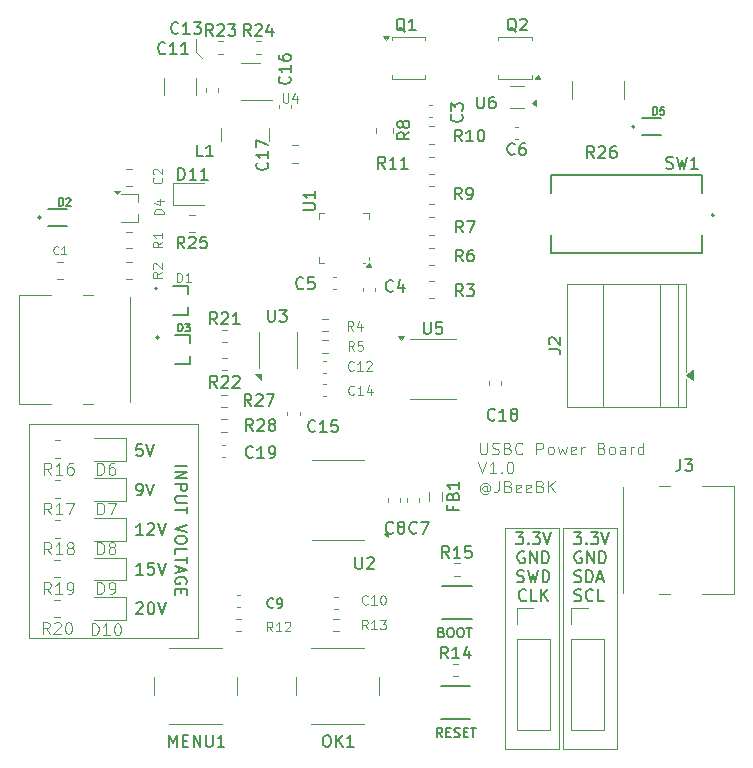
<source format=gbr>
%TF.GenerationSoftware,KiCad,Pcbnew,9.0.3*%
%TF.CreationDate,2025-07-28T19:21:27+02:00*%
%TF.ProjectId,USB_PD_JB,5553425f-5044-45f4-9a42-2e6b69636164,rev?*%
%TF.SameCoordinates,Original*%
%TF.FileFunction,Legend,Top*%
%TF.FilePolarity,Positive*%
%FSLAX46Y46*%
G04 Gerber Fmt 4.6, Leading zero omitted, Abs format (unit mm)*
G04 Created by KiCad (PCBNEW 9.0.3) date 2025-07-28 19:21:27*
%MOMM*%
%LPD*%
G01*
G04 APERTURE LIST*
%ADD10C,0.100000*%
%ADD11C,0.150000*%
%ADD12C,0.120000*%
%ADD13C,0.127000*%
%ADD14C,0.200000*%
G04 APERTURE END LIST*
D10*
X161700000Y-116800000D02*
X166300000Y-116800000D01*
X166300000Y-135500000D01*
X161700000Y-135500000D01*
X161700000Y-116800000D01*
X130685000Y-76500000D02*
X131185000Y-77000000D01*
X130685000Y-76300000D02*
X130685000Y-76500000D01*
X116500000Y-108000000D02*
X130800000Y-108000000D01*
X130800000Y-126100000D01*
X116500000Y-126100000D01*
X116500000Y-108000000D01*
X130685000Y-75400000D02*
X130685000Y-76300000D01*
X156800000Y-116800000D02*
X161400000Y-116800000D01*
X161400000Y-135500000D01*
X156800000Y-135500000D01*
X156800000Y-116800000D01*
D11*
X126112969Y-109669819D02*
X125636779Y-109669819D01*
X125636779Y-109669819D02*
X125589160Y-110146009D01*
X125589160Y-110146009D02*
X125636779Y-110098390D01*
X125636779Y-110098390D02*
X125732017Y-110050771D01*
X125732017Y-110050771D02*
X125970112Y-110050771D01*
X125970112Y-110050771D02*
X126065350Y-110098390D01*
X126065350Y-110098390D02*
X126112969Y-110146009D01*
X126112969Y-110146009D02*
X126160588Y-110241247D01*
X126160588Y-110241247D02*
X126160588Y-110479342D01*
X126160588Y-110479342D02*
X126112969Y-110574580D01*
X126112969Y-110574580D02*
X126065350Y-110622200D01*
X126065350Y-110622200D02*
X125970112Y-110669819D01*
X125970112Y-110669819D02*
X125732017Y-110669819D01*
X125732017Y-110669819D02*
X125636779Y-110622200D01*
X125636779Y-110622200D02*
X125589160Y-110574580D01*
X126446303Y-109669819D02*
X126779636Y-110669819D01*
X126779636Y-110669819D02*
X127112969Y-109669819D01*
D10*
X154703884Y-109552531D02*
X154703884Y-110362054D01*
X154703884Y-110362054D02*
X154751503Y-110457292D01*
X154751503Y-110457292D02*
X154799122Y-110504912D01*
X154799122Y-110504912D02*
X154894360Y-110552531D01*
X154894360Y-110552531D02*
X155084836Y-110552531D01*
X155084836Y-110552531D02*
X155180074Y-110504912D01*
X155180074Y-110504912D02*
X155227693Y-110457292D01*
X155227693Y-110457292D02*
X155275312Y-110362054D01*
X155275312Y-110362054D02*
X155275312Y-109552531D01*
X155703884Y-110504912D02*
X155846741Y-110552531D01*
X155846741Y-110552531D02*
X156084836Y-110552531D01*
X156084836Y-110552531D02*
X156180074Y-110504912D01*
X156180074Y-110504912D02*
X156227693Y-110457292D01*
X156227693Y-110457292D02*
X156275312Y-110362054D01*
X156275312Y-110362054D02*
X156275312Y-110266816D01*
X156275312Y-110266816D02*
X156227693Y-110171578D01*
X156227693Y-110171578D02*
X156180074Y-110123959D01*
X156180074Y-110123959D02*
X156084836Y-110076340D01*
X156084836Y-110076340D02*
X155894360Y-110028721D01*
X155894360Y-110028721D02*
X155799122Y-109981102D01*
X155799122Y-109981102D02*
X155751503Y-109933483D01*
X155751503Y-109933483D02*
X155703884Y-109838245D01*
X155703884Y-109838245D02*
X155703884Y-109743007D01*
X155703884Y-109743007D02*
X155751503Y-109647769D01*
X155751503Y-109647769D02*
X155799122Y-109600150D01*
X155799122Y-109600150D02*
X155894360Y-109552531D01*
X155894360Y-109552531D02*
X156132455Y-109552531D01*
X156132455Y-109552531D02*
X156275312Y-109600150D01*
X157037217Y-110028721D02*
X157180074Y-110076340D01*
X157180074Y-110076340D02*
X157227693Y-110123959D01*
X157227693Y-110123959D02*
X157275312Y-110219197D01*
X157275312Y-110219197D02*
X157275312Y-110362054D01*
X157275312Y-110362054D02*
X157227693Y-110457292D01*
X157227693Y-110457292D02*
X157180074Y-110504912D01*
X157180074Y-110504912D02*
X157084836Y-110552531D01*
X157084836Y-110552531D02*
X156703884Y-110552531D01*
X156703884Y-110552531D02*
X156703884Y-109552531D01*
X156703884Y-109552531D02*
X157037217Y-109552531D01*
X157037217Y-109552531D02*
X157132455Y-109600150D01*
X157132455Y-109600150D02*
X157180074Y-109647769D01*
X157180074Y-109647769D02*
X157227693Y-109743007D01*
X157227693Y-109743007D02*
X157227693Y-109838245D01*
X157227693Y-109838245D02*
X157180074Y-109933483D01*
X157180074Y-109933483D02*
X157132455Y-109981102D01*
X157132455Y-109981102D02*
X157037217Y-110028721D01*
X157037217Y-110028721D02*
X156703884Y-110028721D01*
X158275312Y-110457292D02*
X158227693Y-110504912D01*
X158227693Y-110504912D02*
X158084836Y-110552531D01*
X158084836Y-110552531D02*
X157989598Y-110552531D01*
X157989598Y-110552531D02*
X157846741Y-110504912D01*
X157846741Y-110504912D02*
X157751503Y-110409673D01*
X157751503Y-110409673D02*
X157703884Y-110314435D01*
X157703884Y-110314435D02*
X157656265Y-110123959D01*
X157656265Y-110123959D02*
X157656265Y-109981102D01*
X157656265Y-109981102D02*
X157703884Y-109790626D01*
X157703884Y-109790626D02*
X157751503Y-109695388D01*
X157751503Y-109695388D02*
X157846741Y-109600150D01*
X157846741Y-109600150D02*
X157989598Y-109552531D01*
X157989598Y-109552531D02*
X158084836Y-109552531D01*
X158084836Y-109552531D02*
X158227693Y-109600150D01*
X158227693Y-109600150D02*
X158275312Y-109647769D01*
X159465789Y-110552531D02*
X159465789Y-109552531D01*
X159465789Y-109552531D02*
X159846741Y-109552531D01*
X159846741Y-109552531D02*
X159941979Y-109600150D01*
X159941979Y-109600150D02*
X159989598Y-109647769D01*
X159989598Y-109647769D02*
X160037217Y-109743007D01*
X160037217Y-109743007D02*
X160037217Y-109885864D01*
X160037217Y-109885864D02*
X159989598Y-109981102D01*
X159989598Y-109981102D02*
X159941979Y-110028721D01*
X159941979Y-110028721D02*
X159846741Y-110076340D01*
X159846741Y-110076340D02*
X159465789Y-110076340D01*
X160608646Y-110552531D02*
X160513408Y-110504912D01*
X160513408Y-110504912D02*
X160465789Y-110457292D01*
X160465789Y-110457292D02*
X160418170Y-110362054D01*
X160418170Y-110362054D02*
X160418170Y-110076340D01*
X160418170Y-110076340D02*
X160465789Y-109981102D01*
X160465789Y-109981102D02*
X160513408Y-109933483D01*
X160513408Y-109933483D02*
X160608646Y-109885864D01*
X160608646Y-109885864D02*
X160751503Y-109885864D01*
X160751503Y-109885864D02*
X160846741Y-109933483D01*
X160846741Y-109933483D02*
X160894360Y-109981102D01*
X160894360Y-109981102D02*
X160941979Y-110076340D01*
X160941979Y-110076340D02*
X160941979Y-110362054D01*
X160941979Y-110362054D02*
X160894360Y-110457292D01*
X160894360Y-110457292D02*
X160846741Y-110504912D01*
X160846741Y-110504912D02*
X160751503Y-110552531D01*
X160751503Y-110552531D02*
X160608646Y-110552531D01*
X161275313Y-109885864D02*
X161465789Y-110552531D01*
X161465789Y-110552531D02*
X161656265Y-110076340D01*
X161656265Y-110076340D02*
X161846741Y-110552531D01*
X161846741Y-110552531D02*
X162037217Y-109885864D01*
X162799122Y-110504912D02*
X162703884Y-110552531D01*
X162703884Y-110552531D02*
X162513408Y-110552531D01*
X162513408Y-110552531D02*
X162418170Y-110504912D01*
X162418170Y-110504912D02*
X162370551Y-110409673D01*
X162370551Y-110409673D02*
X162370551Y-110028721D01*
X162370551Y-110028721D02*
X162418170Y-109933483D01*
X162418170Y-109933483D02*
X162513408Y-109885864D01*
X162513408Y-109885864D02*
X162703884Y-109885864D01*
X162703884Y-109885864D02*
X162799122Y-109933483D01*
X162799122Y-109933483D02*
X162846741Y-110028721D01*
X162846741Y-110028721D02*
X162846741Y-110123959D01*
X162846741Y-110123959D02*
X162370551Y-110219197D01*
X163275313Y-110552531D02*
X163275313Y-109885864D01*
X163275313Y-110076340D02*
X163322932Y-109981102D01*
X163322932Y-109981102D02*
X163370551Y-109933483D01*
X163370551Y-109933483D02*
X163465789Y-109885864D01*
X163465789Y-109885864D02*
X163561027Y-109885864D01*
X164989599Y-110028721D02*
X165132456Y-110076340D01*
X165132456Y-110076340D02*
X165180075Y-110123959D01*
X165180075Y-110123959D02*
X165227694Y-110219197D01*
X165227694Y-110219197D02*
X165227694Y-110362054D01*
X165227694Y-110362054D02*
X165180075Y-110457292D01*
X165180075Y-110457292D02*
X165132456Y-110504912D01*
X165132456Y-110504912D02*
X165037218Y-110552531D01*
X165037218Y-110552531D02*
X164656266Y-110552531D01*
X164656266Y-110552531D02*
X164656266Y-109552531D01*
X164656266Y-109552531D02*
X164989599Y-109552531D01*
X164989599Y-109552531D02*
X165084837Y-109600150D01*
X165084837Y-109600150D02*
X165132456Y-109647769D01*
X165132456Y-109647769D02*
X165180075Y-109743007D01*
X165180075Y-109743007D02*
X165180075Y-109838245D01*
X165180075Y-109838245D02*
X165132456Y-109933483D01*
X165132456Y-109933483D02*
X165084837Y-109981102D01*
X165084837Y-109981102D02*
X164989599Y-110028721D01*
X164989599Y-110028721D02*
X164656266Y-110028721D01*
X165799123Y-110552531D02*
X165703885Y-110504912D01*
X165703885Y-110504912D02*
X165656266Y-110457292D01*
X165656266Y-110457292D02*
X165608647Y-110362054D01*
X165608647Y-110362054D02*
X165608647Y-110076340D01*
X165608647Y-110076340D02*
X165656266Y-109981102D01*
X165656266Y-109981102D02*
X165703885Y-109933483D01*
X165703885Y-109933483D02*
X165799123Y-109885864D01*
X165799123Y-109885864D02*
X165941980Y-109885864D01*
X165941980Y-109885864D02*
X166037218Y-109933483D01*
X166037218Y-109933483D02*
X166084837Y-109981102D01*
X166084837Y-109981102D02*
X166132456Y-110076340D01*
X166132456Y-110076340D02*
X166132456Y-110362054D01*
X166132456Y-110362054D02*
X166084837Y-110457292D01*
X166084837Y-110457292D02*
X166037218Y-110504912D01*
X166037218Y-110504912D02*
X165941980Y-110552531D01*
X165941980Y-110552531D02*
X165799123Y-110552531D01*
X166989599Y-110552531D02*
X166989599Y-110028721D01*
X166989599Y-110028721D02*
X166941980Y-109933483D01*
X166941980Y-109933483D02*
X166846742Y-109885864D01*
X166846742Y-109885864D02*
X166656266Y-109885864D01*
X166656266Y-109885864D02*
X166561028Y-109933483D01*
X166989599Y-110504912D02*
X166894361Y-110552531D01*
X166894361Y-110552531D02*
X166656266Y-110552531D01*
X166656266Y-110552531D02*
X166561028Y-110504912D01*
X166561028Y-110504912D02*
X166513409Y-110409673D01*
X166513409Y-110409673D02*
X166513409Y-110314435D01*
X166513409Y-110314435D02*
X166561028Y-110219197D01*
X166561028Y-110219197D02*
X166656266Y-110171578D01*
X166656266Y-110171578D02*
X166894361Y-110171578D01*
X166894361Y-110171578D02*
X166989599Y-110123959D01*
X167465790Y-110552531D02*
X167465790Y-109885864D01*
X167465790Y-110076340D02*
X167513409Y-109981102D01*
X167513409Y-109981102D02*
X167561028Y-109933483D01*
X167561028Y-109933483D02*
X167656266Y-109885864D01*
X167656266Y-109885864D02*
X167751504Y-109885864D01*
X168513409Y-110552531D02*
X168513409Y-109552531D01*
X168513409Y-110504912D02*
X168418171Y-110552531D01*
X168418171Y-110552531D02*
X168227695Y-110552531D01*
X168227695Y-110552531D02*
X168132457Y-110504912D01*
X168132457Y-110504912D02*
X168084838Y-110457292D01*
X168084838Y-110457292D02*
X168037219Y-110362054D01*
X168037219Y-110362054D02*
X168037219Y-110076340D01*
X168037219Y-110076340D02*
X168084838Y-109981102D01*
X168084838Y-109981102D02*
X168132457Y-109933483D01*
X168132457Y-109933483D02*
X168227695Y-109885864D01*
X168227695Y-109885864D02*
X168418171Y-109885864D01*
X168418171Y-109885864D02*
X168513409Y-109933483D01*
X154561027Y-111162475D02*
X154894360Y-112162475D01*
X154894360Y-112162475D02*
X155227693Y-111162475D01*
X156084836Y-112162475D02*
X155513408Y-112162475D01*
X155799122Y-112162475D02*
X155799122Y-111162475D01*
X155799122Y-111162475D02*
X155703884Y-111305332D01*
X155703884Y-111305332D02*
X155608646Y-111400570D01*
X155608646Y-111400570D02*
X155513408Y-111448189D01*
X156513408Y-112067236D02*
X156561027Y-112114856D01*
X156561027Y-112114856D02*
X156513408Y-112162475D01*
X156513408Y-112162475D02*
X156465789Y-112114856D01*
X156465789Y-112114856D02*
X156513408Y-112067236D01*
X156513408Y-112067236D02*
X156513408Y-112162475D01*
X157180074Y-111162475D02*
X157275312Y-111162475D01*
X157275312Y-111162475D02*
X157370550Y-111210094D01*
X157370550Y-111210094D02*
X157418169Y-111257713D01*
X157418169Y-111257713D02*
X157465788Y-111352951D01*
X157465788Y-111352951D02*
X157513407Y-111543427D01*
X157513407Y-111543427D02*
X157513407Y-111781522D01*
X157513407Y-111781522D02*
X157465788Y-111971998D01*
X157465788Y-111971998D02*
X157418169Y-112067236D01*
X157418169Y-112067236D02*
X157370550Y-112114856D01*
X157370550Y-112114856D02*
X157275312Y-112162475D01*
X157275312Y-112162475D02*
X157180074Y-112162475D01*
X157180074Y-112162475D02*
X157084836Y-112114856D01*
X157084836Y-112114856D02*
X157037217Y-112067236D01*
X157037217Y-112067236D02*
X156989598Y-111971998D01*
X156989598Y-111971998D02*
X156941979Y-111781522D01*
X156941979Y-111781522D02*
X156941979Y-111543427D01*
X156941979Y-111543427D02*
X156989598Y-111352951D01*
X156989598Y-111352951D02*
X157037217Y-111257713D01*
X157037217Y-111257713D02*
X157084836Y-111210094D01*
X157084836Y-111210094D02*
X157180074Y-111162475D01*
X155322931Y-113296228D02*
X155275312Y-113248609D01*
X155275312Y-113248609D02*
X155180074Y-113200990D01*
X155180074Y-113200990D02*
X155084836Y-113200990D01*
X155084836Y-113200990D02*
X154989598Y-113248609D01*
X154989598Y-113248609D02*
X154941979Y-113296228D01*
X154941979Y-113296228D02*
X154894360Y-113391466D01*
X154894360Y-113391466D02*
X154894360Y-113486704D01*
X154894360Y-113486704D02*
X154941979Y-113581942D01*
X154941979Y-113581942D02*
X154989598Y-113629561D01*
X154989598Y-113629561D02*
X155084836Y-113677180D01*
X155084836Y-113677180D02*
X155180074Y-113677180D01*
X155180074Y-113677180D02*
X155275312Y-113629561D01*
X155275312Y-113629561D02*
X155322931Y-113581942D01*
X155322931Y-113200990D02*
X155322931Y-113581942D01*
X155322931Y-113581942D02*
X155370550Y-113629561D01*
X155370550Y-113629561D02*
X155418169Y-113629561D01*
X155418169Y-113629561D02*
X155513408Y-113581942D01*
X155513408Y-113581942D02*
X155561027Y-113486704D01*
X155561027Y-113486704D02*
X155561027Y-113248609D01*
X155561027Y-113248609D02*
X155465789Y-113105752D01*
X155465789Y-113105752D02*
X155322931Y-113010514D01*
X155322931Y-113010514D02*
X155132455Y-112962895D01*
X155132455Y-112962895D02*
X154941979Y-113010514D01*
X154941979Y-113010514D02*
X154799122Y-113105752D01*
X154799122Y-113105752D02*
X154703884Y-113248609D01*
X154703884Y-113248609D02*
X154656265Y-113439085D01*
X154656265Y-113439085D02*
X154703884Y-113629561D01*
X154703884Y-113629561D02*
X154799122Y-113772419D01*
X154799122Y-113772419D02*
X154941979Y-113867657D01*
X154941979Y-113867657D02*
X155132455Y-113915276D01*
X155132455Y-113915276D02*
X155322931Y-113867657D01*
X155322931Y-113867657D02*
X155465789Y-113772419D01*
X156275312Y-112772419D02*
X156275312Y-113486704D01*
X156275312Y-113486704D02*
X156227693Y-113629561D01*
X156227693Y-113629561D02*
X156132455Y-113724800D01*
X156132455Y-113724800D02*
X155989598Y-113772419D01*
X155989598Y-113772419D02*
X155894360Y-113772419D01*
X157084836Y-113248609D02*
X157227693Y-113296228D01*
X157227693Y-113296228D02*
X157275312Y-113343847D01*
X157275312Y-113343847D02*
X157322931Y-113439085D01*
X157322931Y-113439085D02*
X157322931Y-113581942D01*
X157322931Y-113581942D02*
X157275312Y-113677180D01*
X157275312Y-113677180D02*
X157227693Y-113724800D01*
X157227693Y-113724800D02*
X157132455Y-113772419D01*
X157132455Y-113772419D02*
X156751503Y-113772419D01*
X156751503Y-113772419D02*
X156751503Y-112772419D01*
X156751503Y-112772419D02*
X157084836Y-112772419D01*
X157084836Y-112772419D02*
X157180074Y-112820038D01*
X157180074Y-112820038D02*
X157227693Y-112867657D01*
X157227693Y-112867657D02*
X157275312Y-112962895D01*
X157275312Y-112962895D02*
X157275312Y-113058133D01*
X157275312Y-113058133D02*
X157227693Y-113153371D01*
X157227693Y-113153371D02*
X157180074Y-113200990D01*
X157180074Y-113200990D02*
X157084836Y-113248609D01*
X157084836Y-113248609D02*
X156751503Y-113248609D01*
X158132455Y-113724800D02*
X158037217Y-113772419D01*
X158037217Y-113772419D02*
X157846741Y-113772419D01*
X157846741Y-113772419D02*
X157751503Y-113724800D01*
X157751503Y-113724800D02*
X157703884Y-113629561D01*
X157703884Y-113629561D02*
X157703884Y-113248609D01*
X157703884Y-113248609D02*
X157751503Y-113153371D01*
X157751503Y-113153371D02*
X157846741Y-113105752D01*
X157846741Y-113105752D02*
X158037217Y-113105752D01*
X158037217Y-113105752D02*
X158132455Y-113153371D01*
X158132455Y-113153371D02*
X158180074Y-113248609D01*
X158180074Y-113248609D02*
X158180074Y-113343847D01*
X158180074Y-113343847D02*
X157703884Y-113439085D01*
X158989598Y-113724800D02*
X158894360Y-113772419D01*
X158894360Y-113772419D02*
X158703884Y-113772419D01*
X158703884Y-113772419D02*
X158608646Y-113724800D01*
X158608646Y-113724800D02*
X158561027Y-113629561D01*
X158561027Y-113629561D02*
X158561027Y-113248609D01*
X158561027Y-113248609D02*
X158608646Y-113153371D01*
X158608646Y-113153371D02*
X158703884Y-113105752D01*
X158703884Y-113105752D02*
X158894360Y-113105752D01*
X158894360Y-113105752D02*
X158989598Y-113153371D01*
X158989598Y-113153371D02*
X159037217Y-113248609D01*
X159037217Y-113248609D02*
X159037217Y-113343847D01*
X159037217Y-113343847D02*
X158561027Y-113439085D01*
X159799122Y-113248609D02*
X159941979Y-113296228D01*
X159941979Y-113296228D02*
X159989598Y-113343847D01*
X159989598Y-113343847D02*
X160037217Y-113439085D01*
X160037217Y-113439085D02*
X160037217Y-113581942D01*
X160037217Y-113581942D02*
X159989598Y-113677180D01*
X159989598Y-113677180D02*
X159941979Y-113724800D01*
X159941979Y-113724800D02*
X159846741Y-113772419D01*
X159846741Y-113772419D02*
X159465789Y-113772419D01*
X159465789Y-113772419D02*
X159465789Y-112772419D01*
X159465789Y-112772419D02*
X159799122Y-112772419D01*
X159799122Y-112772419D02*
X159894360Y-112820038D01*
X159894360Y-112820038D02*
X159941979Y-112867657D01*
X159941979Y-112867657D02*
X159989598Y-112962895D01*
X159989598Y-112962895D02*
X159989598Y-113058133D01*
X159989598Y-113058133D02*
X159941979Y-113153371D01*
X159941979Y-113153371D02*
X159894360Y-113200990D01*
X159894360Y-113200990D02*
X159799122Y-113248609D01*
X159799122Y-113248609D02*
X159465789Y-113248609D01*
X160465789Y-113772419D02*
X160465789Y-112772419D01*
X161037217Y-113772419D02*
X160608646Y-113200990D01*
X161037217Y-112772419D02*
X160465789Y-113343847D01*
D11*
X125589160Y-123165057D02*
X125636779Y-123117438D01*
X125636779Y-123117438D02*
X125732017Y-123069819D01*
X125732017Y-123069819D02*
X125970112Y-123069819D01*
X125970112Y-123069819D02*
X126065350Y-123117438D01*
X126065350Y-123117438D02*
X126112969Y-123165057D01*
X126112969Y-123165057D02*
X126160588Y-123260295D01*
X126160588Y-123260295D02*
X126160588Y-123355533D01*
X126160588Y-123355533D02*
X126112969Y-123498390D01*
X126112969Y-123498390D02*
X125541541Y-124069819D01*
X125541541Y-124069819D02*
X126160588Y-124069819D01*
X126779636Y-123069819D02*
X126874874Y-123069819D01*
X126874874Y-123069819D02*
X126970112Y-123117438D01*
X126970112Y-123117438D02*
X127017731Y-123165057D01*
X127017731Y-123165057D02*
X127065350Y-123260295D01*
X127065350Y-123260295D02*
X127112969Y-123450771D01*
X127112969Y-123450771D02*
X127112969Y-123688866D01*
X127112969Y-123688866D02*
X127065350Y-123879342D01*
X127065350Y-123879342D02*
X127017731Y-123974580D01*
X127017731Y-123974580D02*
X126970112Y-124022200D01*
X126970112Y-124022200D02*
X126874874Y-124069819D01*
X126874874Y-124069819D02*
X126779636Y-124069819D01*
X126779636Y-124069819D02*
X126684398Y-124022200D01*
X126684398Y-124022200D02*
X126636779Y-123974580D01*
X126636779Y-123974580D02*
X126589160Y-123879342D01*
X126589160Y-123879342D02*
X126541541Y-123688866D01*
X126541541Y-123688866D02*
X126541541Y-123450771D01*
X126541541Y-123450771D02*
X126589160Y-123260295D01*
X126589160Y-123260295D02*
X126636779Y-123165057D01*
X126636779Y-123165057D02*
X126684398Y-123117438D01*
X126684398Y-123117438D02*
X126779636Y-123069819D01*
X127398684Y-123069819D02*
X127732017Y-124069819D01*
X127732017Y-124069819D02*
X128065350Y-123069819D01*
X151430826Y-125625247D02*
X151545112Y-125663342D01*
X151545112Y-125663342D02*
X151583207Y-125701438D01*
X151583207Y-125701438D02*
X151621303Y-125777628D01*
X151621303Y-125777628D02*
X151621303Y-125891914D01*
X151621303Y-125891914D02*
X151583207Y-125968104D01*
X151583207Y-125968104D02*
X151545112Y-126006200D01*
X151545112Y-126006200D02*
X151468922Y-126044295D01*
X151468922Y-126044295D02*
X151164160Y-126044295D01*
X151164160Y-126044295D02*
X151164160Y-125244295D01*
X151164160Y-125244295D02*
X151430826Y-125244295D01*
X151430826Y-125244295D02*
X151507017Y-125282390D01*
X151507017Y-125282390D02*
X151545112Y-125320485D01*
X151545112Y-125320485D02*
X151583207Y-125396676D01*
X151583207Y-125396676D02*
X151583207Y-125472866D01*
X151583207Y-125472866D02*
X151545112Y-125549057D01*
X151545112Y-125549057D02*
X151507017Y-125587152D01*
X151507017Y-125587152D02*
X151430826Y-125625247D01*
X151430826Y-125625247D02*
X151164160Y-125625247D01*
X152116541Y-125244295D02*
X152268922Y-125244295D01*
X152268922Y-125244295D02*
X152345112Y-125282390D01*
X152345112Y-125282390D02*
X152421303Y-125358580D01*
X152421303Y-125358580D02*
X152459398Y-125510961D01*
X152459398Y-125510961D02*
X152459398Y-125777628D01*
X152459398Y-125777628D02*
X152421303Y-125930009D01*
X152421303Y-125930009D02*
X152345112Y-126006200D01*
X152345112Y-126006200D02*
X152268922Y-126044295D01*
X152268922Y-126044295D02*
X152116541Y-126044295D01*
X152116541Y-126044295D02*
X152040350Y-126006200D01*
X152040350Y-126006200D02*
X151964160Y-125930009D01*
X151964160Y-125930009D02*
X151926064Y-125777628D01*
X151926064Y-125777628D02*
X151926064Y-125510961D01*
X151926064Y-125510961D02*
X151964160Y-125358580D01*
X151964160Y-125358580D02*
X152040350Y-125282390D01*
X152040350Y-125282390D02*
X152116541Y-125244295D01*
X152954636Y-125244295D02*
X153107017Y-125244295D01*
X153107017Y-125244295D02*
X153183207Y-125282390D01*
X153183207Y-125282390D02*
X153259398Y-125358580D01*
X153259398Y-125358580D02*
X153297493Y-125510961D01*
X153297493Y-125510961D02*
X153297493Y-125777628D01*
X153297493Y-125777628D02*
X153259398Y-125930009D01*
X153259398Y-125930009D02*
X153183207Y-126006200D01*
X153183207Y-126006200D02*
X153107017Y-126044295D01*
X153107017Y-126044295D02*
X152954636Y-126044295D01*
X152954636Y-126044295D02*
X152878445Y-126006200D01*
X152878445Y-126006200D02*
X152802255Y-125930009D01*
X152802255Y-125930009D02*
X152764159Y-125777628D01*
X152764159Y-125777628D02*
X152764159Y-125510961D01*
X152764159Y-125510961D02*
X152802255Y-125358580D01*
X152802255Y-125358580D02*
X152878445Y-125282390D01*
X152878445Y-125282390D02*
X152954636Y-125244295D01*
X153526064Y-125244295D02*
X153983207Y-125244295D01*
X153754635Y-126044295D02*
X153754635Y-125244295D01*
X151471303Y-134494295D02*
X151204636Y-134113342D01*
X151014160Y-134494295D02*
X151014160Y-133694295D01*
X151014160Y-133694295D02*
X151318922Y-133694295D01*
X151318922Y-133694295D02*
X151395112Y-133732390D01*
X151395112Y-133732390D02*
X151433207Y-133770485D01*
X151433207Y-133770485D02*
X151471303Y-133846676D01*
X151471303Y-133846676D02*
X151471303Y-133960961D01*
X151471303Y-133960961D02*
X151433207Y-134037152D01*
X151433207Y-134037152D02*
X151395112Y-134075247D01*
X151395112Y-134075247D02*
X151318922Y-134113342D01*
X151318922Y-134113342D02*
X151014160Y-134113342D01*
X151814160Y-134075247D02*
X152080826Y-134075247D01*
X152195112Y-134494295D02*
X151814160Y-134494295D01*
X151814160Y-134494295D02*
X151814160Y-133694295D01*
X151814160Y-133694295D02*
X152195112Y-133694295D01*
X152499874Y-134456200D02*
X152614160Y-134494295D01*
X152614160Y-134494295D02*
X152804636Y-134494295D01*
X152804636Y-134494295D02*
X152880827Y-134456200D01*
X152880827Y-134456200D02*
X152918922Y-134418104D01*
X152918922Y-134418104D02*
X152957017Y-134341914D01*
X152957017Y-134341914D02*
X152957017Y-134265723D01*
X152957017Y-134265723D02*
X152918922Y-134189533D01*
X152918922Y-134189533D02*
X152880827Y-134151438D01*
X152880827Y-134151438D02*
X152804636Y-134113342D01*
X152804636Y-134113342D02*
X152652255Y-134075247D01*
X152652255Y-134075247D02*
X152576065Y-134037152D01*
X152576065Y-134037152D02*
X152537970Y-133999057D01*
X152537970Y-133999057D02*
X152499874Y-133922866D01*
X152499874Y-133922866D02*
X152499874Y-133846676D01*
X152499874Y-133846676D02*
X152537970Y-133770485D01*
X152537970Y-133770485D02*
X152576065Y-133732390D01*
X152576065Y-133732390D02*
X152652255Y-133694295D01*
X152652255Y-133694295D02*
X152842732Y-133694295D01*
X152842732Y-133694295D02*
X152957017Y-133732390D01*
X153299875Y-134075247D02*
X153566541Y-134075247D01*
X153680827Y-134494295D02*
X153299875Y-134494295D01*
X153299875Y-134494295D02*
X153299875Y-133694295D01*
X153299875Y-133694295D02*
X153680827Y-133694295D01*
X153909399Y-133694295D02*
X154366542Y-133694295D01*
X154137970Y-134494295D02*
X154137970Y-133694295D01*
X126160588Y-120719819D02*
X125589160Y-120719819D01*
X125874874Y-120719819D02*
X125874874Y-119719819D01*
X125874874Y-119719819D02*
X125779636Y-119862676D01*
X125779636Y-119862676D02*
X125684398Y-119957914D01*
X125684398Y-119957914D02*
X125589160Y-120005533D01*
X127065350Y-119719819D02*
X126589160Y-119719819D01*
X126589160Y-119719819D02*
X126541541Y-120196009D01*
X126541541Y-120196009D02*
X126589160Y-120148390D01*
X126589160Y-120148390D02*
X126684398Y-120100771D01*
X126684398Y-120100771D02*
X126922493Y-120100771D01*
X126922493Y-120100771D02*
X127017731Y-120148390D01*
X127017731Y-120148390D02*
X127065350Y-120196009D01*
X127065350Y-120196009D02*
X127112969Y-120291247D01*
X127112969Y-120291247D02*
X127112969Y-120529342D01*
X127112969Y-120529342D02*
X127065350Y-120624580D01*
X127065350Y-120624580D02*
X127017731Y-120672200D01*
X127017731Y-120672200D02*
X126922493Y-120719819D01*
X126922493Y-120719819D02*
X126684398Y-120719819D01*
X126684398Y-120719819D02*
X126589160Y-120672200D01*
X126589160Y-120672200D02*
X126541541Y-120624580D01*
X127398684Y-119719819D02*
X127732017Y-120719819D01*
X127732017Y-120719819D02*
X128065350Y-119719819D01*
X157723810Y-117139987D02*
X158342857Y-117139987D01*
X158342857Y-117139987D02*
X158009524Y-117520939D01*
X158009524Y-117520939D02*
X158152381Y-117520939D01*
X158152381Y-117520939D02*
X158247619Y-117568558D01*
X158247619Y-117568558D02*
X158295238Y-117616177D01*
X158295238Y-117616177D02*
X158342857Y-117711415D01*
X158342857Y-117711415D02*
X158342857Y-117949510D01*
X158342857Y-117949510D02*
X158295238Y-118044748D01*
X158295238Y-118044748D02*
X158247619Y-118092368D01*
X158247619Y-118092368D02*
X158152381Y-118139987D01*
X158152381Y-118139987D02*
X157866667Y-118139987D01*
X157866667Y-118139987D02*
X157771429Y-118092368D01*
X157771429Y-118092368D02*
X157723810Y-118044748D01*
X158771429Y-118044748D02*
X158819048Y-118092368D01*
X158819048Y-118092368D02*
X158771429Y-118139987D01*
X158771429Y-118139987D02*
X158723810Y-118092368D01*
X158723810Y-118092368D02*
X158771429Y-118044748D01*
X158771429Y-118044748D02*
X158771429Y-118139987D01*
X159152381Y-117139987D02*
X159771428Y-117139987D01*
X159771428Y-117139987D02*
X159438095Y-117520939D01*
X159438095Y-117520939D02*
X159580952Y-117520939D01*
X159580952Y-117520939D02*
X159676190Y-117568558D01*
X159676190Y-117568558D02*
X159723809Y-117616177D01*
X159723809Y-117616177D02*
X159771428Y-117711415D01*
X159771428Y-117711415D02*
X159771428Y-117949510D01*
X159771428Y-117949510D02*
X159723809Y-118044748D01*
X159723809Y-118044748D02*
X159676190Y-118092368D01*
X159676190Y-118092368D02*
X159580952Y-118139987D01*
X159580952Y-118139987D02*
X159295238Y-118139987D01*
X159295238Y-118139987D02*
X159200000Y-118092368D01*
X159200000Y-118092368D02*
X159152381Y-118044748D01*
X160057143Y-117139987D02*
X160390476Y-118139987D01*
X160390476Y-118139987D02*
X160723809Y-117139987D01*
X158438095Y-118797550D02*
X158342857Y-118749931D01*
X158342857Y-118749931D02*
X158200000Y-118749931D01*
X158200000Y-118749931D02*
X158057143Y-118797550D01*
X158057143Y-118797550D02*
X157961905Y-118892788D01*
X157961905Y-118892788D02*
X157914286Y-118988026D01*
X157914286Y-118988026D02*
X157866667Y-119178502D01*
X157866667Y-119178502D02*
X157866667Y-119321359D01*
X157866667Y-119321359D02*
X157914286Y-119511835D01*
X157914286Y-119511835D02*
X157961905Y-119607073D01*
X157961905Y-119607073D02*
X158057143Y-119702312D01*
X158057143Y-119702312D02*
X158200000Y-119749931D01*
X158200000Y-119749931D02*
X158295238Y-119749931D01*
X158295238Y-119749931D02*
X158438095Y-119702312D01*
X158438095Y-119702312D02*
X158485714Y-119654692D01*
X158485714Y-119654692D02*
X158485714Y-119321359D01*
X158485714Y-119321359D02*
X158295238Y-119321359D01*
X158914286Y-119749931D02*
X158914286Y-118749931D01*
X158914286Y-118749931D02*
X159485714Y-119749931D01*
X159485714Y-119749931D02*
X159485714Y-118749931D01*
X159961905Y-119749931D02*
X159961905Y-118749931D01*
X159961905Y-118749931D02*
X160200000Y-118749931D01*
X160200000Y-118749931D02*
X160342857Y-118797550D01*
X160342857Y-118797550D02*
X160438095Y-118892788D01*
X160438095Y-118892788D02*
X160485714Y-118988026D01*
X160485714Y-118988026D02*
X160533333Y-119178502D01*
X160533333Y-119178502D02*
X160533333Y-119321359D01*
X160533333Y-119321359D02*
X160485714Y-119511835D01*
X160485714Y-119511835D02*
X160438095Y-119607073D01*
X160438095Y-119607073D02*
X160342857Y-119702312D01*
X160342857Y-119702312D02*
X160200000Y-119749931D01*
X160200000Y-119749931D02*
X159961905Y-119749931D01*
X157842857Y-121312256D02*
X157985714Y-121359875D01*
X157985714Y-121359875D02*
X158223809Y-121359875D01*
X158223809Y-121359875D02*
X158319047Y-121312256D01*
X158319047Y-121312256D02*
X158366666Y-121264636D01*
X158366666Y-121264636D02*
X158414285Y-121169398D01*
X158414285Y-121169398D02*
X158414285Y-121074160D01*
X158414285Y-121074160D02*
X158366666Y-120978922D01*
X158366666Y-120978922D02*
X158319047Y-120931303D01*
X158319047Y-120931303D02*
X158223809Y-120883684D01*
X158223809Y-120883684D02*
X158033333Y-120836065D01*
X158033333Y-120836065D02*
X157938095Y-120788446D01*
X157938095Y-120788446D02*
X157890476Y-120740827D01*
X157890476Y-120740827D02*
X157842857Y-120645589D01*
X157842857Y-120645589D02*
X157842857Y-120550351D01*
X157842857Y-120550351D02*
X157890476Y-120455113D01*
X157890476Y-120455113D02*
X157938095Y-120407494D01*
X157938095Y-120407494D02*
X158033333Y-120359875D01*
X158033333Y-120359875D02*
X158271428Y-120359875D01*
X158271428Y-120359875D02*
X158414285Y-120407494D01*
X158747619Y-120359875D02*
X158985714Y-121359875D01*
X158985714Y-121359875D02*
X159176190Y-120645589D01*
X159176190Y-120645589D02*
X159366666Y-121359875D01*
X159366666Y-121359875D02*
X159604762Y-120359875D01*
X159985714Y-121359875D02*
X159985714Y-120359875D01*
X159985714Y-120359875D02*
X160223809Y-120359875D01*
X160223809Y-120359875D02*
X160366666Y-120407494D01*
X160366666Y-120407494D02*
X160461904Y-120502732D01*
X160461904Y-120502732D02*
X160509523Y-120597970D01*
X160509523Y-120597970D02*
X160557142Y-120788446D01*
X160557142Y-120788446D02*
X160557142Y-120931303D01*
X160557142Y-120931303D02*
X160509523Y-121121779D01*
X160509523Y-121121779D02*
X160461904Y-121217017D01*
X160461904Y-121217017D02*
X160366666Y-121312256D01*
X160366666Y-121312256D02*
X160223809Y-121359875D01*
X160223809Y-121359875D02*
X159985714Y-121359875D01*
X158604761Y-122874580D02*
X158557142Y-122922200D01*
X158557142Y-122922200D02*
X158414285Y-122969819D01*
X158414285Y-122969819D02*
X158319047Y-122969819D01*
X158319047Y-122969819D02*
X158176190Y-122922200D01*
X158176190Y-122922200D02*
X158080952Y-122826961D01*
X158080952Y-122826961D02*
X158033333Y-122731723D01*
X158033333Y-122731723D02*
X157985714Y-122541247D01*
X157985714Y-122541247D02*
X157985714Y-122398390D01*
X157985714Y-122398390D02*
X158033333Y-122207914D01*
X158033333Y-122207914D02*
X158080952Y-122112676D01*
X158080952Y-122112676D02*
X158176190Y-122017438D01*
X158176190Y-122017438D02*
X158319047Y-121969819D01*
X158319047Y-121969819D02*
X158414285Y-121969819D01*
X158414285Y-121969819D02*
X158557142Y-122017438D01*
X158557142Y-122017438D02*
X158604761Y-122065057D01*
X159509523Y-122969819D02*
X159033333Y-122969819D01*
X159033333Y-122969819D02*
X159033333Y-121969819D01*
X159842857Y-122969819D02*
X159842857Y-121969819D01*
X160414285Y-122969819D02*
X159985714Y-122398390D01*
X160414285Y-121969819D02*
X159842857Y-122541247D01*
X162641541Y-117139987D02*
X163260588Y-117139987D01*
X163260588Y-117139987D02*
X162927255Y-117520939D01*
X162927255Y-117520939D02*
X163070112Y-117520939D01*
X163070112Y-117520939D02*
X163165350Y-117568558D01*
X163165350Y-117568558D02*
X163212969Y-117616177D01*
X163212969Y-117616177D02*
X163260588Y-117711415D01*
X163260588Y-117711415D02*
X163260588Y-117949510D01*
X163260588Y-117949510D02*
X163212969Y-118044748D01*
X163212969Y-118044748D02*
X163165350Y-118092368D01*
X163165350Y-118092368D02*
X163070112Y-118139987D01*
X163070112Y-118139987D02*
X162784398Y-118139987D01*
X162784398Y-118139987D02*
X162689160Y-118092368D01*
X162689160Y-118092368D02*
X162641541Y-118044748D01*
X163689160Y-118044748D02*
X163736779Y-118092368D01*
X163736779Y-118092368D02*
X163689160Y-118139987D01*
X163689160Y-118139987D02*
X163641541Y-118092368D01*
X163641541Y-118092368D02*
X163689160Y-118044748D01*
X163689160Y-118044748D02*
X163689160Y-118139987D01*
X164070112Y-117139987D02*
X164689159Y-117139987D01*
X164689159Y-117139987D02*
X164355826Y-117520939D01*
X164355826Y-117520939D02*
X164498683Y-117520939D01*
X164498683Y-117520939D02*
X164593921Y-117568558D01*
X164593921Y-117568558D02*
X164641540Y-117616177D01*
X164641540Y-117616177D02*
X164689159Y-117711415D01*
X164689159Y-117711415D02*
X164689159Y-117949510D01*
X164689159Y-117949510D02*
X164641540Y-118044748D01*
X164641540Y-118044748D02*
X164593921Y-118092368D01*
X164593921Y-118092368D02*
X164498683Y-118139987D01*
X164498683Y-118139987D02*
X164212969Y-118139987D01*
X164212969Y-118139987D02*
X164117731Y-118092368D01*
X164117731Y-118092368D02*
X164070112Y-118044748D01*
X164974874Y-117139987D02*
X165308207Y-118139987D01*
X165308207Y-118139987D02*
X165641540Y-117139987D01*
X163260588Y-118797550D02*
X163165350Y-118749931D01*
X163165350Y-118749931D02*
X163022493Y-118749931D01*
X163022493Y-118749931D02*
X162879636Y-118797550D01*
X162879636Y-118797550D02*
X162784398Y-118892788D01*
X162784398Y-118892788D02*
X162736779Y-118988026D01*
X162736779Y-118988026D02*
X162689160Y-119178502D01*
X162689160Y-119178502D02*
X162689160Y-119321359D01*
X162689160Y-119321359D02*
X162736779Y-119511835D01*
X162736779Y-119511835D02*
X162784398Y-119607073D01*
X162784398Y-119607073D02*
X162879636Y-119702312D01*
X162879636Y-119702312D02*
X163022493Y-119749931D01*
X163022493Y-119749931D02*
X163117731Y-119749931D01*
X163117731Y-119749931D02*
X163260588Y-119702312D01*
X163260588Y-119702312D02*
X163308207Y-119654692D01*
X163308207Y-119654692D02*
X163308207Y-119321359D01*
X163308207Y-119321359D02*
X163117731Y-119321359D01*
X163736779Y-119749931D02*
X163736779Y-118749931D01*
X163736779Y-118749931D02*
X164308207Y-119749931D01*
X164308207Y-119749931D02*
X164308207Y-118749931D01*
X164784398Y-119749931D02*
X164784398Y-118749931D01*
X164784398Y-118749931D02*
X165022493Y-118749931D01*
X165022493Y-118749931D02*
X165165350Y-118797550D01*
X165165350Y-118797550D02*
X165260588Y-118892788D01*
X165260588Y-118892788D02*
X165308207Y-118988026D01*
X165308207Y-118988026D02*
X165355826Y-119178502D01*
X165355826Y-119178502D02*
X165355826Y-119321359D01*
X165355826Y-119321359D02*
X165308207Y-119511835D01*
X165308207Y-119511835D02*
X165260588Y-119607073D01*
X165260588Y-119607073D02*
X165165350Y-119702312D01*
X165165350Y-119702312D02*
X165022493Y-119749931D01*
X165022493Y-119749931D02*
X164784398Y-119749931D01*
X162689160Y-121312256D02*
X162832017Y-121359875D01*
X162832017Y-121359875D02*
X163070112Y-121359875D01*
X163070112Y-121359875D02*
X163165350Y-121312256D01*
X163165350Y-121312256D02*
X163212969Y-121264636D01*
X163212969Y-121264636D02*
X163260588Y-121169398D01*
X163260588Y-121169398D02*
X163260588Y-121074160D01*
X163260588Y-121074160D02*
X163212969Y-120978922D01*
X163212969Y-120978922D02*
X163165350Y-120931303D01*
X163165350Y-120931303D02*
X163070112Y-120883684D01*
X163070112Y-120883684D02*
X162879636Y-120836065D01*
X162879636Y-120836065D02*
X162784398Y-120788446D01*
X162784398Y-120788446D02*
X162736779Y-120740827D01*
X162736779Y-120740827D02*
X162689160Y-120645589D01*
X162689160Y-120645589D02*
X162689160Y-120550351D01*
X162689160Y-120550351D02*
X162736779Y-120455113D01*
X162736779Y-120455113D02*
X162784398Y-120407494D01*
X162784398Y-120407494D02*
X162879636Y-120359875D01*
X162879636Y-120359875D02*
X163117731Y-120359875D01*
X163117731Y-120359875D02*
X163260588Y-120407494D01*
X163689160Y-121359875D02*
X163689160Y-120359875D01*
X163689160Y-120359875D02*
X163927255Y-120359875D01*
X163927255Y-120359875D02*
X164070112Y-120407494D01*
X164070112Y-120407494D02*
X164165350Y-120502732D01*
X164165350Y-120502732D02*
X164212969Y-120597970D01*
X164212969Y-120597970D02*
X164260588Y-120788446D01*
X164260588Y-120788446D02*
X164260588Y-120931303D01*
X164260588Y-120931303D02*
X164212969Y-121121779D01*
X164212969Y-121121779D02*
X164165350Y-121217017D01*
X164165350Y-121217017D02*
X164070112Y-121312256D01*
X164070112Y-121312256D02*
X163927255Y-121359875D01*
X163927255Y-121359875D02*
X163689160Y-121359875D01*
X164641541Y-121074160D02*
X165117731Y-121074160D01*
X164546303Y-121359875D02*
X164879636Y-120359875D01*
X164879636Y-120359875D02*
X165212969Y-121359875D01*
X162689160Y-122922200D02*
X162832017Y-122969819D01*
X162832017Y-122969819D02*
X163070112Y-122969819D01*
X163070112Y-122969819D02*
X163165350Y-122922200D01*
X163165350Y-122922200D02*
X163212969Y-122874580D01*
X163212969Y-122874580D02*
X163260588Y-122779342D01*
X163260588Y-122779342D02*
X163260588Y-122684104D01*
X163260588Y-122684104D02*
X163212969Y-122588866D01*
X163212969Y-122588866D02*
X163165350Y-122541247D01*
X163165350Y-122541247D02*
X163070112Y-122493628D01*
X163070112Y-122493628D02*
X162879636Y-122446009D01*
X162879636Y-122446009D02*
X162784398Y-122398390D01*
X162784398Y-122398390D02*
X162736779Y-122350771D01*
X162736779Y-122350771D02*
X162689160Y-122255533D01*
X162689160Y-122255533D02*
X162689160Y-122160295D01*
X162689160Y-122160295D02*
X162736779Y-122065057D01*
X162736779Y-122065057D02*
X162784398Y-122017438D01*
X162784398Y-122017438D02*
X162879636Y-121969819D01*
X162879636Y-121969819D02*
X163117731Y-121969819D01*
X163117731Y-121969819D02*
X163260588Y-122017438D01*
X164260588Y-122874580D02*
X164212969Y-122922200D01*
X164212969Y-122922200D02*
X164070112Y-122969819D01*
X164070112Y-122969819D02*
X163974874Y-122969819D01*
X163974874Y-122969819D02*
X163832017Y-122922200D01*
X163832017Y-122922200D02*
X163736779Y-122826961D01*
X163736779Y-122826961D02*
X163689160Y-122731723D01*
X163689160Y-122731723D02*
X163641541Y-122541247D01*
X163641541Y-122541247D02*
X163641541Y-122398390D01*
X163641541Y-122398390D02*
X163689160Y-122207914D01*
X163689160Y-122207914D02*
X163736779Y-122112676D01*
X163736779Y-122112676D02*
X163832017Y-122017438D01*
X163832017Y-122017438D02*
X163974874Y-121969819D01*
X163974874Y-121969819D02*
X164070112Y-121969819D01*
X164070112Y-121969819D02*
X164212969Y-122017438D01*
X164212969Y-122017438D02*
X164260588Y-122065057D01*
X165165350Y-122969819D02*
X164689160Y-122969819D01*
X164689160Y-122969819D02*
X164689160Y-121969819D01*
X126160588Y-117369819D02*
X125589160Y-117369819D01*
X125874874Y-117369819D02*
X125874874Y-116369819D01*
X125874874Y-116369819D02*
X125779636Y-116512676D01*
X125779636Y-116512676D02*
X125684398Y-116607914D01*
X125684398Y-116607914D02*
X125589160Y-116655533D01*
X126541541Y-116465057D02*
X126589160Y-116417438D01*
X126589160Y-116417438D02*
X126684398Y-116369819D01*
X126684398Y-116369819D02*
X126922493Y-116369819D01*
X126922493Y-116369819D02*
X127017731Y-116417438D01*
X127017731Y-116417438D02*
X127065350Y-116465057D01*
X127065350Y-116465057D02*
X127112969Y-116560295D01*
X127112969Y-116560295D02*
X127112969Y-116655533D01*
X127112969Y-116655533D02*
X127065350Y-116798390D01*
X127065350Y-116798390D02*
X126493922Y-117369819D01*
X126493922Y-117369819D02*
X127112969Y-117369819D01*
X127398684Y-116369819D02*
X127732017Y-117369819D01*
X127732017Y-117369819D02*
X128065350Y-116369819D01*
X128880180Y-111536779D02*
X129880180Y-111536779D01*
X128880180Y-112012969D02*
X129880180Y-112012969D01*
X129880180Y-112012969D02*
X128880180Y-112584397D01*
X128880180Y-112584397D02*
X129880180Y-112584397D01*
X128880180Y-113060588D02*
X129880180Y-113060588D01*
X129880180Y-113060588D02*
X129880180Y-113441540D01*
X129880180Y-113441540D02*
X129832561Y-113536778D01*
X129832561Y-113536778D02*
X129784942Y-113584397D01*
X129784942Y-113584397D02*
X129689704Y-113632016D01*
X129689704Y-113632016D02*
X129546847Y-113632016D01*
X129546847Y-113632016D02*
X129451609Y-113584397D01*
X129451609Y-113584397D02*
X129403990Y-113536778D01*
X129403990Y-113536778D02*
X129356371Y-113441540D01*
X129356371Y-113441540D02*
X129356371Y-113060588D01*
X129880180Y-114060588D02*
X129070657Y-114060588D01*
X129070657Y-114060588D02*
X128975419Y-114108207D01*
X128975419Y-114108207D02*
X128927800Y-114155826D01*
X128927800Y-114155826D02*
X128880180Y-114251064D01*
X128880180Y-114251064D02*
X128880180Y-114441540D01*
X128880180Y-114441540D02*
X128927800Y-114536778D01*
X128927800Y-114536778D02*
X128975419Y-114584397D01*
X128975419Y-114584397D02*
X129070657Y-114632016D01*
X129070657Y-114632016D02*
X129880180Y-114632016D01*
X129880180Y-114965350D02*
X129880180Y-115536778D01*
X128880180Y-115251064D02*
X129880180Y-115251064D01*
X129880180Y-116489160D02*
X128880180Y-116822493D01*
X128880180Y-116822493D02*
X129880180Y-117155826D01*
X129880180Y-117679636D02*
X129880180Y-117870112D01*
X129880180Y-117870112D02*
X129832561Y-117965350D01*
X129832561Y-117965350D02*
X129737323Y-118060588D01*
X129737323Y-118060588D02*
X129546847Y-118108207D01*
X129546847Y-118108207D02*
X129213514Y-118108207D01*
X129213514Y-118108207D02*
X129023038Y-118060588D01*
X129023038Y-118060588D02*
X128927800Y-117965350D01*
X128927800Y-117965350D02*
X128880180Y-117870112D01*
X128880180Y-117870112D02*
X128880180Y-117679636D01*
X128880180Y-117679636D02*
X128927800Y-117584398D01*
X128927800Y-117584398D02*
X129023038Y-117489160D01*
X129023038Y-117489160D02*
X129213514Y-117441541D01*
X129213514Y-117441541D02*
X129546847Y-117441541D01*
X129546847Y-117441541D02*
X129737323Y-117489160D01*
X129737323Y-117489160D02*
X129832561Y-117584398D01*
X129832561Y-117584398D02*
X129880180Y-117679636D01*
X128880180Y-119012969D02*
X128880180Y-118536779D01*
X128880180Y-118536779D02*
X129880180Y-118536779D01*
X129880180Y-119203446D02*
X129880180Y-119774874D01*
X128880180Y-119489160D02*
X129880180Y-119489160D01*
X129165895Y-120060589D02*
X129165895Y-120536779D01*
X128880180Y-119965351D02*
X129880180Y-120298684D01*
X129880180Y-120298684D02*
X128880180Y-120632017D01*
X129832561Y-121489160D02*
X129880180Y-121393922D01*
X129880180Y-121393922D02*
X129880180Y-121251065D01*
X129880180Y-121251065D02*
X129832561Y-121108208D01*
X129832561Y-121108208D02*
X129737323Y-121012970D01*
X129737323Y-121012970D02*
X129642085Y-120965351D01*
X129642085Y-120965351D02*
X129451609Y-120917732D01*
X129451609Y-120917732D02*
X129308752Y-120917732D01*
X129308752Y-120917732D02*
X129118276Y-120965351D01*
X129118276Y-120965351D02*
X129023038Y-121012970D01*
X129023038Y-121012970D02*
X128927800Y-121108208D01*
X128927800Y-121108208D02*
X128880180Y-121251065D01*
X128880180Y-121251065D02*
X128880180Y-121346303D01*
X128880180Y-121346303D02*
X128927800Y-121489160D01*
X128927800Y-121489160D02*
X128975419Y-121536779D01*
X128975419Y-121536779D02*
X129308752Y-121536779D01*
X129308752Y-121536779D02*
X129308752Y-121346303D01*
X129403990Y-121965351D02*
X129403990Y-122298684D01*
X128880180Y-122441541D02*
X128880180Y-121965351D01*
X128880180Y-121965351D02*
X129880180Y-121965351D01*
X129880180Y-121965351D02*
X129880180Y-122441541D01*
X125684398Y-114019819D02*
X125874874Y-114019819D01*
X125874874Y-114019819D02*
X125970112Y-113972200D01*
X125970112Y-113972200D02*
X126017731Y-113924580D01*
X126017731Y-113924580D02*
X126112969Y-113781723D01*
X126112969Y-113781723D02*
X126160588Y-113591247D01*
X126160588Y-113591247D02*
X126160588Y-113210295D01*
X126160588Y-113210295D02*
X126112969Y-113115057D01*
X126112969Y-113115057D02*
X126065350Y-113067438D01*
X126065350Y-113067438D02*
X125970112Y-113019819D01*
X125970112Y-113019819D02*
X125779636Y-113019819D01*
X125779636Y-113019819D02*
X125684398Y-113067438D01*
X125684398Y-113067438D02*
X125636779Y-113115057D01*
X125636779Y-113115057D02*
X125589160Y-113210295D01*
X125589160Y-113210295D02*
X125589160Y-113448390D01*
X125589160Y-113448390D02*
X125636779Y-113543628D01*
X125636779Y-113543628D02*
X125684398Y-113591247D01*
X125684398Y-113591247D02*
X125779636Y-113638866D01*
X125779636Y-113638866D02*
X125970112Y-113638866D01*
X125970112Y-113638866D02*
X126065350Y-113591247D01*
X126065350Y-113591247D02*
X126112969Y-113543628D01*
X126112969Y-113543628D02*
X126160588Y-113448390D01*
X126446303Y-113019819D02*
X126779636Y-114019819D01*
X126779636Y-114019819D02*
X127112969Y-113019819D01*
X154438095Y-80254819D02*
X154438095Y-81064342D01*
X154438095Y-81064342D02*
X154485714Y-81159580D01*
X154485714Y-81159580D02*
X154533333Y-81207200D01*
X154533333Y-81207200D02*
X154628571Y-81254819D01*
X154628571Y-81254819D02*
X154819047Y-81254819D01*
X154819047Y-81254819D02*
X154914285Y-81207200D01*
X154914285Y-81207200D02*
X154961904Y-81159580D01*
X154961904Y-81159580D02*
X155009523Y-81064342D01*
X155009523Y-81064342D02*
X155009523Y-80254819D01*
X155914285Y-80254819D02*
X155723809Y-80254819D01*
X155723809Y-80254819D02*
X155628571Y-80302438D01*
X155628571Y-80302438D02*
X155580952Y-80350057D01*
X155580952Y-80350057D02*
X155485714Y-80492914D01*
X155485714Y-80492914D02*
X155438095Y-80683390D01*
X155438095Y-80683390D02*
X155438095Y-81064342D01*
X155438095Y-81064342D02*
X155485714Y-81159580D01*
X155485714Y-81159580D02*
X155533333Y-81207200D01*
X155533333Y-81207200D02*
X155628571Y-81254819D01*
X155628571Y-81254819D02*
X155819047Y-81254819D01*
X155819047Y-81254819D02*
X155914285Y-81207200D01*
X155914285Y-81207200D02*
X155961904Y-81159580D01*
X155961904Y-81159580D02*
X156009523Y-81064342D01*
X156009523Y-81064342D02*
X156009523Y-80826247D01*
X156009523Y-80826247D02*
X155961904Y-80731009D01*
X155961904Y-80731009D02*
X155914285Y-80683390D01*
X155914285Y-80683390D02*
X155819047Y-80635771D01*
X155819047Y-80635771D02*
X155628571Y-80635771D01*
X155628571Y-80635771D02*
X155533333Y-80683390D01*
X155533333Y-80683390D02*
X155485714Y-80731009D01*
X155485714Y-80731009D02*
X155438095Y-80826247D01*
X141628571Y-134304819D02*
X141819047Y-134304819D01*
X141819047Y-134304819D02*
X141914285Y-134352438D01*
X141914285Y-134352438D02*
X142009523Y-134447676D01*
X142009523Y-134447676D02*
X142057142Y-134638152D01*
X142057142Y-134638152D02*
X142057142Y-134971485D01*
X142057142Y-134971485D02*
X142009523Y-135161961D01*
X142009523Y-135161961D02*
X141914285Y-135257200D01*
X141914285Y-135257200D02*
X141819047Y-135304819D01*
X141819047Y-135304819D02*
X141628571Y-135304819D01*
X141628571Y-135304819D02*
X141533333Y-135257200D01*
X141533333Y-135257200D02*
X141438095Y-135161961D01*
X141438095Y-135161961D02*
X141390476Y-134971485D01*
X141390476Y-134971485D02*
X141390476Y-134638152D01*
X141390476Y-134638152D02*
X141438095Y-134447676D01*
X141438095Y-134447676D02*
X141533333Y-134352438D01*
X141533333Y-134352438D02*
X141628571Y-134304819D01*
X142485714Y-135304819D02*
X142485714Y-134304819D01*
X143057142Y-135304819D02*
X142628571Y-134733390D01*
X143057142Y-134304819D02*
X142485714Y-134876247D01*
X144009523Y-135304819D02*
X143438095Y-135304819D01*
X143723809Y-135304819D02*
X143723809Y-134304819D01*
X143723809Y-134304819D02*
X143628571Y-134447676D01*
X143628571Y-134447676D02*
X143533333Y-134542914D01*
X143533333Y-134542914D02*
X143438095Y-134590533D01*
X153134580Y-81766666D02*
X153182200Y-81814285D01*
X153182200Y-81814285D02*
X153229819Y-81957142D01*
X153229819Y-81957142D02*
X153229819Y-82052380D01*
X153229819Y-82052380D02*
X153182200Y-82195237D01*
X153182200Y-82195237D02*
X153086961Y-82290475D01*
X153086961Y-82290475D02*
X152991723Y-82338094D01*
X152991723Y-82338094D02*
X152801247Y-82385713D01*
X152801247Y-82385713D02*
X152658390Y-82385713D01*
X152658390Y-82385713D02*
X152467914Y-82338094D01*
X152467914Y-82338094D02*
X152372676Y-82290475D01*
X152372676Y-82290475D02*
X152277438Y-82195237D01*
X152277438Y-82195237D02*
X152229819Y-82052380D01*
X152229819Y-82052380D02*
X152229819Y-81957142D01*
X152229819Y-81957142D02*
X152277438Y-81814285D01*
X152277438Y-81814285D02*
X152325057Y-81766666D01*
X152229819Y-81433332D02*
X152229819Y-80814285D01*
X152229819Y-80814285D02*
X152610771Y-81147618D01*
X152610771Y-81147618D02*
X152610771Y-81004761D01*
X152610771Y-81004761D02*
X152658390Y-80909523D01*
X152658390Y-80909523D02*
X152706009Y-80861904D01*
X152706009Y-80861904D02*
X152801247Y-80814285D01*
X152801247Y-80814285D02*
X153039342Y-80814285D01*
X153039342Y-80814285D02*
X153134580Y-80861904D01*
X153134580Y-80861904D02*
X153182200Y-80909523D01*
X153182200Y-80909523D02*
X153229819Y-81004761D01*
X153229819Y-81004761D02*
X153229819Y-81290475D01*
X153229819Y-81290475D02*
X153182200Y-81385713D01*
X153182200Y-81385713D02*
X153134580Y-81433332D01*
D10*
X144035714Y-105438704D02*
X143997618Y-105476800D01*
X143997618Y-105476800D02*
X143883333Y-105514895D01*
X143883333Y-105514895D02*
X143807142Y-105514895D01*
X143807142Y-105514895D02*
X143692856Y-105476800D01*
X143692856Y-105476800D02*
X143616666Y-105400609D01*
X143616666Y-105400609D02*
X143578571Y-105324419D01*
X143578571Y-105324419D02*
X143540475Y-105172038D01*
X143540475Y-105172038D02*
X143540475Y-105057752D01*
X143540475Y-105057752D02*
X143578571Y-104905371D01*
X143578571Y-104905371D02*
X143616666Y-104829180D01*
X143616666Y-104829180D02*
X143692856Y-104752990D01*
X143692856Y-104752990D02*
X143807142Y-104714895D01*
X143807142Y-104714895D02*
X143883333Y-104714895D01*
X143883333Y-104714895D02*
X143997618Y-104752990D01*
X143997618Y-104752990D02*
X144035714Y-104791085D01*
X144797618Y-105514895D02*
X144340475Y-105514895D01*
X144569047Y-105514895D02*
X144569047Y-104714895D01*
X144569047Y-104714895D02*
X144492856Y-104829180D01*
X144492856Y-104829180D02*
X144416666Y-104905371D01*
X144416666Y-104905371D02*
X144340475Y-104943466D01*
X145483333Y-104981561D02*
X145483333Y-105514895D01*
X145292857Y-104676800D02*
X145102380Y-105248228D01*
X145102380Y-105248228D02*
X145597619Y-105248228D01*
D11*
X132082142Y-75124819D02*
X131748809Y-74648628D01*
X131510714Y-75124819D02*
X131510714Y-74124819D01*
X131510714Y-74124819D02*
X131891666Y-74124819D01*
X131891666Y-74124819D02*
X131986904Y-74172438D01*
X131986904Y-74172438D02*
X132034523Y-74220057D01*
X132034523Y-74220057D02*
X132082142Y-74315295D01*
X132082142Y-74315295D02*
X132082142Y-74458152D01*
X132082142Y-74458152D02*
X132034523Y-74553390D01*
X132034523Y-74553390D02*
X131986904Y-74601009D01*
X131986904Y-74601009D02*
X131891666Y-74648628D01*
X131891666Y-74648628D02*
X131510714Y-74648628D01*
X132463095Y-74220057D02*
X132510714Y-74172438D01*
X132510714Y-74172438D02*
X132605952Y-74124819D01*
X132605952Y-74124819D02*
X132844047Y-74124819D01*
X132844047Y-74124819D02*
X132939285Y-74172438D01*
X132939285Y-74172438D02*
X132986904Y-74220057D01*
X132986904Y-74220057D02*
X133034523Y-74315295D01*
X133034523Y-74315295D02*
X133034523Y-74410533D01*
X133034523Y-74410533D02*
X132986904Y-74553390D01*
X132986904Y-74553390D02*
X132415476Y-75124819D01*
X132415476Y-75124819D02*
X133034523Y-75124819D01*
X133367857Y-74124819D02*
X133986904Y-74124819D01*
X133986904Y-74124819D02*
X133653571Y-74505771D01*
X133653571Y-74505771D02*
X133796428Y-74505771D01*
X133796428Y-74505771D02*
X133891666Y-74553390D01*
X133891666Y-74553390D02*
X133939285Y-74601009D01*
X133939285Y-74601009D02*
X133986904Y-74696247D01*
X133986904Y-74696247D02*
X133986904Y-74934342D01*
X133986904Y-74934342D02*
X133939285Y-75029580D01*
X133939285Y-75029580D02*
X133891666Y-75077200D01*
X133891666Y-75077200D02*
X133796428Y-75124819D01*
X133796428Y-75124819D02*
X133510714Y-75124819D01*
X133510714Y-75124819D02*
X133415476Y-75077200D01*
X133415476Y-75077200D02*
X133367857Y-75029580D01*
D10*
X118983333Y-93551966D02*
X118950000Y-93585300D01*
X118950000Y-93585300D02*
X118850000Y-93618633D01*
X118850000Y-93618633D02*
X118783333Y-93618633D01*
X118783333Y-93618633D02*
X118683333Y-93585300D01*
X118683333Y-93585300D02*
X118616667Y-93518633D01*
X118616667Y-93518633D02*
X118583333Y-93451966D01*
X118583333Y-93451966D02*
X118550000Y-93318633D01*
X118550000Y-93318633D02*
X118550000Y-93218633D01*
X118550000Y-93218633D02*
X118583333Y-93085300D01*
X118583333Y-93085300D02*
X118616667Y-93018633D01*
X118616667Y-93018633D02*
X118683333Y-92951966D01*
X118683333Y-92951966D02*
X118783333Y-92918633D01*
X118783333Y-92918633D02*
X118850000Y-92918633D01*
X118850000Y-92918633D02*
X118950000Y-92951966D01*
X118950000Y-92951966D02*
X118983333Y-92985300D01*
X119650000Y-93618633D02*
X119250000Y-93618633D01*
X119450000Y-93618633D02*
X119450000Y-92918633D01*
X119450000Y-92918633D02*
X119383333Y-93018633D01*
X119383333Y-93018633D02*
X119316667Y-93085300D01*
X119316667Y-93085300D02*
X119250000Y-93118633D01*
D11*
X119059618Y-89481876D02*
X119059618Y-88841876D01*
X119059618Y-88841876D02*
X119211999Y-88841876D01*
X119211999Y-88841876D02*
X119303428Y-88872352D01*
X119303428Y-88872352D02*
X119364380Y-88933304D01*
X119364380Y-88933304D02*
X119394857Y-88994257D01*
X119394857Y-88994257D02*
X119425333Y-89116161D01*
X119425333Y-89116161D02*
X119425333Y-89207590D01*
X119425333Y-89207590D02*
X119394857Y-89329495D01*
X119394857Y-89329495D02*
X119364380Y-89390447D01*
X119364380Y-89390447D02*
X119303428Y-89451400D01*
X119303428Y-89451400D02*
X119211999Y-89481876D01*
X119211999Y-89481876D02*
X119059618Y-89481876D01*
X119669142Y-88902828D02*
X119699618Y-88872352D01*
X119699618Y-88872352D02*
X119760571Y-88841876D01*
X119760571Y-88841876D02*
X119912952Y-88841876D01*
X119912952Y-88841876D02*
X119973904Y-88872352D01*
X119973904Y-88872352D02*
X120004380Y-88902828D01*
X120004380Y-88902828D02*
X120034857Y-88963780D01*
X120034857Y-88963780D02*
X120034857Y-89024733D01*
X120034857Y-89024733D02*
X120004380Y-89116161D01*
X120004380Y-89116161D02*
X119638666Y-89481876D01*
X119638666Y-89481876D02*
X120034857Y-89481876D01*
X129164618Y-100121876D02*
X129164618Y-99481876D01*
X129164618Y-99481876D02*
X129316999Y-99481876D01*
X129316999Y-99481876D02*
X129408428Y-99512352D01*
X129408428Y-99512352D02*
X129469380Y-99573304D01*
X129469380Y-99573304D02*
X129499857Y-99634257D01*
X129499857Y-99634257D02*
X129530333Y-99756161D01*
X129530333Y-99756161D02*
X129530333Y-99847590D01*
X129530333Y-99847590D02*
X129499857Y-99969495D01*
X129499857Y-99969495D02*
X129469380Y-100030447D01*
X129469380Y-100030447D02*
X129408428Y-100091400D01*
X129408428Y-100091400D02*
X129316999Y-100121876D01*
X129316999Y-100121876D02*
X129164618Y-100121876D01*
X129743666Y-99481876D02*
X130139857Y-99481876D01*
X130139857Y-99481876D02*
X129926523Y-99725685D01*
X129926523Y-99725685D02*
X130017952Y-99725685D01*
X130017952Y-99725685D02*
X130078904Y-99756161D01*
X130078904Y-99756161D02*
X130109380Y-99786638D01*
X130109380Y-99786638D02*
X130139857Y-99847590D01*
X130139857Y-99847590D02*
X130139857Y-99999971D01*
X130139857Y-99999971D02*
X130109380Y-100060923D01*
X130109380Y-100060923D02*
X130078904Y-100091400D01*
X130078904Y-100091400D02*
X130017952Y-100121876D01*
X130017952Y-100121876D02*
X129835095Y-100121876D01*
X129835095Y-100121876D02*
X129774142Y-100091400D01*
X129774142Y-100091400D02*
X129743666Y-100060923D01*
D10*
X138015476Y-79964895D02*
X138015476Y-80612514D01*
X138015476Y-80612514D02*
X138053571Y-80688704D01*
X138053571Y-80688704D02*
X138091666Y-80726800D01*
X138091666Y-80726800D02*
X138167857Y-80764895D01*
X138167857Y-80764895D02*
X138320238Y-80764895D01*
X138320238Y-80764895D02*
X138396428Y-80726800D01*
X138396428Y-80726800D02*
X138434523Y-80688704D01*
X138434523Y-80688704D02*
X138472619Y-80612514D01*
X138472619Y-80612514D02*
X138472619Y-79964895D01*
X139196428Y-80231561D02*
X139196428Y-80764895D01*
X139005952Y-79926800D02*
X138815475Y-80498228D01*
X138815475Y-80498228D02*
X139310714Y-80498228D01*
X145185714Y-123188704D02*
X145147618Y-123226800D01*
X145147618Y-123226800D02*
X145033333Y-123264895D01*
X145033333Y-123264895D02*
X144957142Y-123264895D01*
X144957142Y-123264895D02*
X144842856Y-123226800D01*
X144842856Y-123226800D02*
X144766666Y-123150609D01*
X144766666Y-123150609D02*
X144728571Y-123074419D01*
X144728571Y-123074419D02*
X144690475Y-122922038D01*
X144690475Y-122922038D02*
X144690475Y-122807752D01*
X144690475Y-122807752D02*
X144728571Y-122655371D01*
X144728571Y-122655371D02*
X144766666Y-122579180D01*
X144766666Y-122579180D02*
X144842856Y-122502990D01*
X144842856Y-122502990D02*
X144957142Y-122464895D01*
X144957142Y-122464895D02*
X145033333Y-122464895D01*
X145033333Y-122464895D02*
X145147618Y-122502990D01*
X145147618Y-122502990D02*
X145185714Y-122541085D01*
X145947618Y-123264895D02*
X145490475Y-123264895D01*
X145719047Y-123264895D02*
X145719047Y-122464895D01*
X145719047Y-122464895D02*
X145642856Y-122579180D01*
X145642856Y-122579180D02*
X145566666Y-122655371D01*
X145566666Y-122655371D02*
X145490475Y-122693466D01*
X146442857Y-122464895D02*
X146519047Y-122464895D01*
X146519047Y-122464895D02*
X146595238Y-122502990D01*
X146595238Y-122502990D02*
X146633333Y-122541085D01*
X146633333Y-122541085D02*
X146671428Y-122617276D01*
X146671428Y-122617276D02*
X146709523Y-122769657D01*
X146709523Y-122769657D02*
X146709523Y-122960133D01*
X146709523Y-122960133D02*
X146671428Y-123112514D01*
X146671428Y-123112514D02*
X146633333Y-123188704D01*
X146633333Y-123188704D02*
X146595238Y-123226800D01*
X146595238Y-123226800D02*
X146519047Y-123264895D01*
X146519047Y-123264895D02*
X146442857Y-123264895D01*
X146442857Y-123264895D02*
X146366666Y-123226800D01*
X146366666Y-123226800D02*
X146328571Y-123188704D01*
X146328571Y-123188704D02*
X146290476Y-123112514D01*
X146290476Y-123112514D02*
X146252380Y-122960133D01*
X146252380Y-122960133D02*
X146252380Y-122769657D01*
X146252380Y-122769657D02*
X146290476Y-122617276D01*
X146290476Y-122617276D02*
X146328571Y-122541085D01*
X146328571Y-122541085D02*
X146366666Y-122502990D01*
X146366666Y-122502990D02*
X146442857Y-122464895D01*
D11*
X129157142Y-74859580D02*
X129109523Y-74907200D01*
X129109523Y-74907200D02*
X128966666Y-74954819D01*
X128966666Y-74954819D02*
X128871428Y-74954819D01*
X128871428Y-74954819D02*
X128728571Y-74907200D01*
X128728571Y-74907200D02*
X128633333Y-74811961D01*
X128633333Y-74811961D02*
X128585714Y-74716723D01*
X128585714Y-74716723D02*
X128538095Y-74526247D01*
X128538095Y-74526247D02*
X128538095Y-74383390D01*
X128538095Y-74383390D02*
X128585714Y-74192914D01*
X128585714Y-74192914D02*
X128633333Y-74097676D01*
X128633333Y-74097676D02*
X128728571Y-74002438D01*
X128728571Y-74002438D02*
X128871428Y-73954819D01*
X128871428Y-73954819D02*
X128966666Y-73954819D01*
X128966666Y-73954819D02*
X129109523Y-74002438D01*
X129109523Y-74002438D02*
X129157142Y-74050057D01*
X130109523Y-74954819D02*
X129538095Y-74954819D01*
X129823809Y-74954819D02*
X129823809Y-73954819D01*
X129823809Y-73954819D02*
X129728571Y-74097676D01*
X129728571Y-74097676D02*
X129633333Y-74192914D01*
X129633333Y-74192914D02*
X129538095Y-74240533D01*
X130442857Y-73954819D02*
X131061904Y-73954819D01*
X131061904Y-73954819D02*
X130728571Y-74335771D01*
X130728571Y-74335771D02*
X130871428Y-74335771D01*
X130871428Y-74335771D02*
X130966666Y-74383390D01*
X130966666Y-74383390D02*
X131014285Y-74431009D01*
X131014285Y-74431009D02*
X131061904Y-74526247D01*
X131061904Y-74526247D02*
X131061904Y-74764342D01*
X131061904Y-74764342D02*
X131014285Y-74859580D01*
X131014285Y-74859580D02*
X130966666Y-74907200D01*
X130966666Y-74907200D02*
X130871428Y-74954819D01*
X130871428Y-74954819D02*
X130585714Y-74954819D01*
X130585714Y-74954819D02*
X130490476Y-74907200D01*
X130490476Y-74907200D02*
X130442857Y-74859580D01*
X129657142Y-93104819D02*
X129323809Y-92628628D01*
X129085714Y-93104819D02*
X129085714Y-92104819D01*
X129085714Y-92104819D02*
X129466666Y-92104819D01*
X129466666Y-92104819D02*
X129561904Y-92152438D01*
X129561904Y-92152438D02*
X129609523Y-92200057D01*
X129609523Y-92200057D02*
X129657142Y-92295295D01*
X129657142Y-92295295D02*
X129657142Y-92438152D01*
X129657142Y-92438152D02*
X129609523Y-92533390D01*
X129609523Y-92533390D02*
X129561904Y-92581009D01*
X129561904Y-92581009D02*
X129466666Y-92628628D01*
X129466666Y-92628628D02*
X129085714Y-92628628D01*
X130038095Y-92200057D02*
X130085714Y-92152438D01*
X130085714Y-92152438D02*
X130180952Y-92104819D01*
X130180952Y-92104819D02*
X130419047Y-92104819D01*
X130419047Y-92104819D02*
X130514285Y-92152438D01*
X130514285Y-92152438D02*
X130561904Y-92200057D01*
X130561904Y-92200057D02*
X130609523Y-92295295D01*
X130609523Y-92295295D02*
X130609523Y-92390533D01*
X130609523Y-92390533D02*
X130561904Y-92533390D01*
X130561904Y-92533390D02*
X129990476Y-93104819D01*
X129990476Y-93104819D02*
X130609523Y-93104819D01*
X131514285Y-92104819D02*
X131038095Y-92104819D01*
X131038095Y-92104819D02*
X130990476Y-92581009D01*
X130990476Y-92581009D02*
X131038095Y-92533390D01*
X131038095Y-92533390D02*
X131133333Y-92485771D01*
X131133333Y-92485771D02*
X131371428Y-92485771D01*
X131371428Y-92485771D02*
X131466666Y-92533390D01*
X131466666Y-92533390D02*
X131514285Y-92581009D01*
X131514285Y-92581009D02*
X131561904Y-92676247D01*
X131561904Y-92676247D02*
X131561904Y-92914342D01*
X131561904Y-92914342D02*
X131514285Y-93009580D01*
X131514285Y-93009580D02*
X131466666Y-93057200D01*
X131466666Y-93057200D02*
X131371428Y-93104819D01*
X131371428Y-93104819D02*
X131133333Y-93104819D01*
X131133333Y-93104819D02*
X131038095Y-93057200D01*
X131038095Y-93057200D02*
X130990476Y-93009580D01*
X135457142Y-110759580D02*
X135409523Y-110807200D01*
X135409523Y-110807200D02*
X135266666Y-110854819D01*
X135266666Y-110854819D02*
X135171428Y-110854819D01*
X135171428Y-110854819D02*
X135028571Y-110807200D01*
X135028571Y-110807200D02*
X134933333Y-110711961D01*
X134933333Y-110711961D02*
X134885714Y-110616723D01*
X134885714Y-110616723D02*
X134838095Y-110426247D01*
X134838095Y-110426247D02*
X134838095Y-110283390D01*
X134838095Y-110283390D02*
X134885714Y-110092914D01*
X134885714Y-110092914D02*
X134933333Y-109997676D01*
X134933333Y-109997676D02*
X135028571Y-109902438D01*
X135028571Y-109902438D02*
X135171428Y-109854819D01*
X135171428Y-109854819D02*
X135266666Y-109854819D01*
X135266666Y-109854819D02*
X135409523Y-109902438D01*
X135409523Y-109902438D02*
X135457142Y-109950057D01*
X136409523Y-110854819D02*
X135838095Y-110854819D01*
X136123809Y-110854819D02*
X136123809Y-109854819D01*
X136123809Y-109854819D02*
X136028571Y-109997676D01*
X136028571Y-109997676D02*
X135933333Y-110092914D01*
X135933333Y-110092914D02*
X135838095Y-110140533D01*
X136885714Y-110854819D02*
X137076190Y-110854819D01*
X137076190Y-110854819D02*
X137171428Y-110807200D01*
X137171428Y-110807200D02*
X137219047Y-110759580D01*
X137219047Y-110759580D02*
X137314285Y-110616723D01*
X137314285Y-110616723D02*
X137361904Y-110426247D01*
X137361904Y-110426247D02*
X137361904Y-110045295D01*
X137361904Y-110045295D02*
X137314285Y-109950057D01*
X137314285Y-109950057D02*
X137266666Y-109902438D01*
X137266666Y-109902438D02*
X137171428Y-109854819D01*
X137171428Y-109854819D02*
X136980952Y-109854819D01*
X136980952Y-109854819D02*
X136885714Y-109902438D01*
X136885714Y-109902438D02*
X136838095Y-109950057D01*
X136838095Y-109950057D02*
X136790476Y-110045295D01*
X136790476Y-110045295D02*
X136790476Y-110283390D01*
X136790476Y-110283390D02*
X136838095Y-110378628D01*
X136838095Y-110378628D02*
X136885714Y-110426247D01*
X136885714Y-110426247D02*
X136980952Y-110473866D01*
X136980952Y-110473866D02*
X137171428Y-110473866D01*
X137171428Y-110473866D02*
X137266666Y-110426247D01*
X137266666Y-110426247D02*
X137314285Y-110378628D01*
X137314285Y-110378628D02*
X137361904Y-110283390D01*
X128390476Y-135304819D02*
X128390476Y-134304819D01*
X128390476Y-134304819D02*
X128723809Y-135019104D01*
X128723809Y-135019104D02*
X129057142Y-134304819D01*
X129057142Y-134304819D02*
X129057142Y-135304819D01*
X129533333Y-134781009D02*
X129866666Y-134781009D01*
X130009523Y-135304819D02*
X129533333Y-135304819D01*
X129533333Y-135304819D02*
X129533333Y-134304819D01*
X129533333Y-134304819D02*
X130009523Y-134304819D01*
X130438095Y-135304819D02*
X130438095Y-134304819D01*
X130438095Y-134304819D02*
X131009523Y-135304819D01*
X131009523Y-135304819D02*
X131009523Y-134304819D01*
X131485714Y-134304819D02*
X131485714Y-135114342D01*
X131485714Y-135114342D02*
X131533333Y-135209580D01*
X131533333Y-135209580D02*
X131580952Y-135257200D01*
X131580952Y-135257200D02*
X131676190Y-135304819D01*
X131676190Y-135304819D02*
X131866666Y-135304819D01*
X131866666Y-135304819D02*
X131961904Y-135257200D01*
X131961904Y-135257200D02*
X132009523Y-135209580D01*
X132009523Y-135209580D02*
X132057142Y-135114342D01*
X132057142Y-135114342D02*
X132057142Y-134304819D01*
X133057142Y-135304819D02*
X132485714Y-135304819D01*
X132771428Y-135304819D02*
X132771428Y-134304819D01*
X132771428Y-134304819D02*
X132676190Y-134447676D01*
X132676190Y-134447676D02*
X132580952Y-134542914D01*
X132580952Y-134542914D02*
X132485714Y-134590533D01*
X169334618Y-81781876D02*
X169334618Y-81141876D01*
X169334618Y-81141876D02*
X169486999Y-81141876D01*
X169486999Y-81141876D02*
X169578428Y-81172352D01*
X169578428Y-81172352D02*
X169639380Y-81233304D01*
X169639380Y-81233304D02*
X169669857Y-81294257D01*
X169669857Y-81294257D02*
X169700333Y-81416161D01*
X169700333Y-81416161D02*
X169700333Y-81507590D01*
X169700333Y-81507590D02*
X169669857Y-81629495D01*
X169669857Y-81629495D02*
X169639380Y-81690447D01*
X169639380Y-81690447D02*
X169578428Y-81751400D01*
X169578428Y-81751400D02*
X169486999Y-81781876D01*
X169486999Y-81781876D02*
X169334618Y-81781876D01*
X170279380Y-81141876D02*
X169974618Y-81141876D01*
X169974618Y-81141876D02*
X169944142Y-81446638D01*
X169944142Y-81446638D02*
X169974618Y-81416161D01*
X169974618Y-81416161D02*
X170035571Y-81385685D01*
X170035571Y-81385685D02*
X170187952Y-81385685D01*
X170187952Y-81385685D02*
X170248904Y-81416161D01*
X170248904Y-81416161D02*
X170279380Y-81446638D01*
X170279380Y-81446638D02*
X170309857Y-81507590D01*
X170309857Y-81507590D02*
X170309857Y-81659971D01*
X170309857Y-81659971D02*
X170279380Y-81720923D01*
X170279380Y-81720923D02*
X170248904Y-81751400D01*
X170248904Y-81751400D02*
X170187952Y-81781876D01*
X170187952Y-81781876D02*
X170035571Y-81781876D01*
X170035571Y-81781876D02*
X169974618Y-81751400D01*
X169974618Y-81751400D02*
X169944142Y-81720923D01*
X149333333Y-117159580D02*
X149285714Y-117207200D01*
X149285714Y-117207200D02*
X149142857Y-117254819D01*
X149142857Y-117254819D02*
X149047619Y-117254819D01*
X149047619Y-117254819D02*
X148904762Y-117207200D01*
X148904762Y-117207200D02*
X148809524Y-117111961D01*
X148809524Y-117111961D02*
X148761905Y-117016723D01*
X148761905Y-117016723D02*
X148714286Y-116826247D01*
X148714286Y-116826247D02*
X148714286Y-116683390D01*
X148714286Y-116683390D02*
X148761905Y-116492914D01*
X148761905Y-116492914D02*
X148809524Y-116397676D01*
X148809524Y-116397676D02*
X148904762Y-116302438D01*
X148904762Y-116302438D02*
X149047619Y-116254819D01*
X149047619Y-116254819D02*
X149142857Y-116254819D01*
X149142857Y-116254819D02*
X149285714Y-116302438D01*
X149285714Y-116302438D02*
X149333333Y-116350057D01*
X149666667Y-116254819D02*
X150333333Y-116254819D01*
X150333333Y-116254819D02*
X149904762Y-117254819D01*
D10*
X118382142Y-112257419D02*
X118048809Y-111781228D01*
X117810714Y-112257419D02*
X117810714Y-111257419D01*
X117810714Y-111257419D02*
X118191666Y-111257419D01*
X118191666Y-111257419D02*
X118286904Y-111305038D01*
X118286904Y-111305038D02*
X118334523Y-111352657D01*
X118334523Y-111352657D02*
X118382142Y-111447895D01*
X118382142Y-111447895D02*
X118382142Y-111590752D01*
X118382142Y-111590752D02*
X118334523Y-111685990D01*
X118334523Y-111685990D02*
X118286904Y-111733609D01*
X118286904Y-111733609D02*
X118191666Y-111781228D01*
X118191666Y-111781228D02*
X117810714Y-111781228D01*
X119334523Y-112257419D02*
X118763095Y-112257419D01*
X119048809Y-112257419D02*
X119048809Y-111257419D01*
X119048809Y-111257419D02*
X118953571Y-111400276D01*
X118953571Y-111400276D02*
X118858333Y-111495514D01*
X118858333Y-111495514D02*
X118763095Y-111543133D01*
X120191666Y-111257419D02*
X120001190Y-111257419D01*
X120001190Y-111257419D02*
X119905952Y-111305038D01*
X119905952Y-111305038D02*
X119858333Y-111352657D01*
X119858333Y-111352657D02*
X119763095Y-111495514D01*
X119763095Y-111495514D02*
X119715476Y-111685990D01*
X119715476Y-111685990D02*
X119715476Y-112066942D01*
X119715476Y-112066942D02*
X119763095Y-112162180D01*
X119763095Y-112162180D02*
X119810714Y-112209800D01*
X119810714Y-112209800D02*
X119905952Y-112257419D01*
X119905952Y-112257419D02*
X120096428Y-112257419D01*
X120096428Y-112257419D02*
X120191666Y-112209800D01*
X120191666Y-112209800D02*
X120239285Y-112162180D01*
X120239285Y-112162180D02*
X120286904Y-112066942D01*
X120286904Y-112066942D02*
X120286904Y-111828847D01*
X120286904Y-111828847D02*
X120239285Y-111733609D01*
X120239285Y-111733609D02*
X120191666Y-111685990D01*
X120191666Y-111685990D02*
X120096428Y-111638371D01*
X120096428Y-111638371D02*
X119905952Y-111638371D01*
X119905952Y-111638371D02*
X119810714Y-111685990D01*
X119810714Y-111685990D02*
X119763095Y-111733609D01*
X119763095Y-111733609D02*
X119715476Y-111828847D01*
X144016667Y-101764895D02*
X143750000Y-101383942D01*
X143559524Y-101764895D02*
X143559524Y-100964895D01*
X143559524Y-100964895D02*
X143864286Y-100964895D01*
X143864286Y-100964895D02*
X143940476Y-101002990D01*
X143940476Y-101002990D02*
X143978571Y-101041085D01*
X143978571Y-101041085D02*
X144016667Y-101117276D01*
X144016667Y-101117276D02*
X144016667Y-101231561D01*
X144016667Y-101231561D02*
X143978571Y-101307752D01*
X143978571Y-101307752D02*
X143940476Y-101345847D01*
X143940476Y-101345847D02*
X143864286Y-101383942D01*
X143864286Y-101383942D02*
X143559524Y-101383942D01*
X144740476Y-100964895D02*
X144359524Y-100964895D01*
X144359524Y-100964895D02*
X144321428Y-101345847D01*
X144321428Y-101345847D02*
X144359524Y-101307752D01*
X144359524Y-101307752D02*
X144435714Y-101269657D01*
X144435714Y-101269657D02*
X144626190Y-101269657D01*
X144626190Y-101269657D02*
X144702381Y-101307752D01*
X144702381Y-101307752D02*
X144740476Y-101345847D01*
X144740476Y-101345847D02*
X144778571Y-101422038D01*
X144778571Y-101422038D02*
X144778571Y-101612514D01*
X144778571Y-101612514D02*
X144740476Y-101688704D01*
X144740476Y-101688704D02*
X144702381Y-101726800D01*
X144702381Y-101726800D02*
X144626190Y-101764895D01*
X144626190Y-101764895D02*
X144435714Y-101764895D01*
X144435714Y-101764895D02*
X144359524Y-101726800D01*
X144359524Y-101726800D02*
X144321428Y-101688704D01*
X118357142Y-122382419D02*
X118023809Y-121906228D01*
X117785714Y-122382419D02*
X117785714Y-121382419D01*
X117785714Y-121382419D02*
X118166666Y-121382419D01*
X118166666Y-121382419D02*
X118261904Y-121430038D01*
X118261904Y-121430038D02*
X118309523Y-121477657D01*
X118309523Y-121477657D02*
X118357142Y-121572895D01*
X118357142Y-121572895D02*
X118357142Y-121715752D01*
X118357142Y-121715752D02*
X118309523Y-121810990D01*
X118309523Y-121810990D02*
X118261904Y-121858609D01*
X118261904Y-121858609D02*
X118166666Y-121906228D01*
X118166666Y-121906228D02*
X117785714Y-121906228D01*
X119309523Y-122382419D02*
X118738095Y-122382419D01*
X119023809Y-122382419D02*
X119023809Y-121382419D01*
X119023809Y-121382419D02*
X118928571Y-121525276D01*
X118928571Y-121525276D02*
X118833333Y-121620514D01*
X118833333Y-121620514D02*
X118738095Y-121668133D01*
X119785714Y-122382419D02*
X119976190Y-122382419D01*
X119976190Y-122382419D02*
X120071428Y-122334800D01*
X120071428Y-122334800D02*
X120119047Y-122287180D01*
X120119047Y-122287180D02*
X120214285Y-122144323D01*
X120214285Y-122144323D02*
X120261904Y-121953847D01*
X120261904Y-121953847D02*
X120261904Y-121572895D01*
X120261904Y-121572895D02*
X120214285Y-121477657D01*
X120214285Y-121477657D02*
X120166666Y-121430038D01*
X120166666Y-121430038D02*
X120071428Y-121382419D01*
X120071428Y-121382419D02*
X119880952Y-121382419D01*
X119880952Y-121382419D02*
X119785714Y-121430038D01*
X119785714Y-121430038D02*
X119738095Y-121477657D01*
X119738095Y-121477657D02*
X119690476Y-121572895D01*
X119690476Y-121572895D02*
X119690476Y-121810990D01*
X119690476Y-121810990D02*
X119738095Y-121906228D01*
X119738095Y-121906228D02*
X119785714Y-121953847D01*
X119785714Y-121953847D02*
X119880952Y-122001466D01*
X119880952Y-122001466D02*
X120071428Y-122001466D01*
X120071428Y-122001466D02*
X120166666Y-121953847D01*
X120166666Y-121953847D02*
X120214285Y-121906228D01*
X120214285Y-121906228D02*
X120261904Y-121810990D01*
D11*
X148339761Y-74750057D02*
X148244523Y-74702438D01*
X148244523Y-74702438D02*
X148149285Y-74607200D01*
X148149285Y-74607200D02*
X148006428Y-74464342D01*
X148006428Y-74464342D02*
X147911190Y-74416723D01*
X147911190Y-74416723D02*
X147815952Y-74416723D01*
X147863571Y-74654819D02*
X147768333Y-74607200D01*
X147768333Y-74607200D02*
X147673095Y-74511961D01*
X147673095Y-74511961D02*
X147625476Y-74321485D01*
X147625476Y-74321485D02*
X147625476Y-73988152D01*
X147625476Y-73988152D02*
X147673095Y-73797676D01*
X147673095Y-73797676D02*
X147768333Y-73702438D01*
X147768333Y-73702438D02*
X147863571Y-73654819D01*
X147863571Y-73654819D02*
X148054047Y-73654819D01*
X148054047Y-73654819D02*
X148149285Y-73702438D01*
X148149285Y-73702438D02*
X148244523Y-73797676D01*
X148244523Y-73797676D02*
X148292142Y-73988152D01*
X148292142Y-73988152D02*
X148292142Y-74321485D01*
X148292142Y-74321485D02*
X148244523Y-74511961D01*
X148244523Y-74511961D02*
X148149285Y-74607200D01*
X148149285Y-74607200D02*
X148054047Y-74654819D01*
X148054047Y-74654819D02*
X147863571Y-74654819D01*
X149244523Y-74654819D02*
X148673095Y-74654819D01*
X148958809Y-74654819D02*
X148958809Y-73654819D01*
X148958809Y-73654819D02*
X148863571Y-73797676D01*
X148863571Y-73797676D02*
X148768333Y-73892914D01*
X148768333Y-73892914D02*
X148673095Y-73940533D01*
D10*
X122299405Y-122362419D02*
X122299405Y-121362419D01*
X122299405Y-121362419D02*
X122537500Y-121362419D01*
X122537500Y-121362419D02*
X122680357Y-121410038D01*
X122680357Y-121410038D02*
X122775595Y-121505276D01*
X122775595Y-121505276D02*
X122823214Y-121600514D01*
X122823214Y-121600514D02*
X122870833Y-121790990D01*
X122870833Y-121790990D02*
X122870833Y-121933847D01*
X122870833Y-121933847D02*
X122823214Y-122124323D01*
X122823214Y-122124323D02*
X122775595Y-122219561D01*
X122775595Y-122219561D02*
X122680357Y-122314800D01*
X122680357Y-122314800D02*
X122537500Y-122362419D01*
X122537500Y-122362419D02*
X122299405Y-122362419D01*
X123347024Y-122362419D02*
X123537500Y-122362419D01*
X123537500Y-122362419D02*
X123632738Y-122314800D01*
X123632738Y-122314800D02*
X123680357Y-122267180D01*
X123680357Y-122267180D02*
X123775595Y-122124323D01*
X123775595Y-122124323D02*
X123823214Y-121933847D01*
X123823214Y-121933847D02*
X123823214Y-121552895D01*
X123823214Y-121552895D02*
X123775595Y-121457657D01*
X123775595Y-121457657D02*
X123727976Y-121410038D01*
X123727976Y-121410038D02*
X123632738Y-121362419D01*
X123632738Y-121362419D02*
X123442262Y-121362419D01*
X123442262Y-121362419D02*
X123347024Y-121410038D01*
X123347024Y-121410038D02*
X123299405Y-121457657D01*
X123299405Y-121457657D02*
X123251786Y-121552895D01*
X123251786Y-121552895D02*
X123251786Y-121790990D01*
X123251786Y-121790990D02*
X123299405Y-121886228D01*
X123299405Y-121886228D02*
X123347024Y-121933847D01*
X123347024Y-121933847D02*
X123442262Y-121981466D01*
X123442262Y-121981466D02*
X123632738Y-121981466D01*
X123632738Y-121981466D02*
X123727976Y-121933847D01*
X123727976Y-121933847D02*
X123775595Y-121886228D01*
X123775595Y-121886228D02*
X123823214Y-121790990D01*
D11*
X135332142Y-106454819D02*
X134998809Y-105978628D01*
X134760714Y-106454819D02*
X134760714Y-105454819D01*
X134760714Y-105454819D02*
X135141666Y-105454819D01*
X135141666Y-105454819D02*
X135236904Y-105502438D01*
X135236904Y-105502438D02*
X135284523Y-105550057D01*
X135284523Y-105550057D02*
X135332142Y-105645295D01*
X135332142Y-105645295D02*
X135332142Y-105788152D01*
X135332142Y-105788152D02*
X135284523Y-105883390D01*
X135284523Y-105883390D02*
X135236904Y-105931009D01*
X135236904Y-105931009D02*
X135141666Y-105978628D01*
X135141666Y-105978628D02*
X134760714Y-105978628D01*
X135713095Y-105550057D02*
X135760714Y-105502438D01*
X135760714Y-105502438D02*
X135855952Y-105454819D01*
X135855952Y-105454819D02*
X136094047Y-105454819D01*
X136094047Y-105454819D02*
X136189285Y-105502438D01*
X136189285Y-105502438D02*
X136236904Y-105550057D01*
X136236904Y-105550057D02*
X136284523Y-105645295D01*
X136284523Y-105645295D02*
X136284523Y-105740533D01*
X136284523Y-105740533D02*
X136236904Y-105883390D01*
X136236904Y-105883390D02*
X135665476Y-106454819D01*
X135665476Y-106454819D02*
X136284523Y-106454819D01*
X136617857Y-105454819D02*
X137284523Y-105454819D01*
X137284523Y-105454819D02*
X136855952Y-106454819D01*
X153157142Y-84054819D02*
X152823809Y-83578628D01*
X152585714Y-84054819D02*
X152585714Y-83054819D01*
X152585714Y-83054819D02*
X152966666Y-83054819D01*
X152966666Y-83054819D02*
X153061904Y-83102438D01*
X153061904Y-83102438D02*
X153109523Y-83150057D01*
X153109523Y-83150057D02*
X153157142Y-83245295D01*
X153157142Y-83245295D02*
X153157142Y-83388152D01*
X153157142Y-83388152D02*
X153109523Y-83483390D01*
X153109523Y-83483390D02*
X153061904Y-83531009D01*
X153061904Y-83531009D02*
X152966666Y-83578628D01*
X152966666Y-83578628D02*
X152585714Y-83578628D01*
X154109523Y-84054819D02*
X153538095Y-84054819D01*
X153823809Y-84054819D02*
X153823809Y-83054819D01*
X153823809Y-83054819D02*
X153728571Y-83197676D01*
X153728571Y-83197676D02*
X153633333Y-83292914D01*
X153633333Y-83292914D02*
X153538095Y-83340533D01*
X154728571Y-83054819D02*
X154823809Y-83054819D01*
X154823809Y-83054819D02*
X154919047Y-83102438D01*
X154919047Y-83102438D02*
X154966666Y-83150057D01*
X154966666Y-83150057D02*
X155014285Y-83245295D01*
X155014285Y-83245295D02*
X155061904Y-83435771D01*
X155061904Y-83435771D02*
X155061904Y-83673866D01*
X155061904Y-83673866D02*
X155014285Y-83864342D01*
X155014285Y-83864342D02*
X154966666Y-83959580D01*
X154966666Y-83959580D02*
X154919047Y-84007200D01*
X154919047Y-84007200D02*
X154823809Y-84054819D01*
X154823809Y-84054819D02*
X154728571Y-84054819D01*
X154728571Y-84054819D02*
X154633333Y-84007200D01*
X154633333Y-84007200D02*
X154585714Y-83959580D01*
X154585714Y-83959580D02*
X154538095Y-83864342D01*
X154538095Y-83864342D02*
X154490476Y-83673866D01*
X154490476Y-83673866D02*
X154490476Y-83435771D01*
X154490476Y-83435771D02*
X154538095Y-83245295D01*
X154538095Y-83245295D02*
X154585714Y-83150057D01*
X154585714Y-83150057D02*
X154633333Y-83102438D01*
X154633333Y-83102438D02*
X154728571Y-83054819D01*
X131233333Y-85319819D02*
X130757143Y-85319819D01*
X130757143Y-85319819D02*
X130757143Y-84319819D01*
X132090476Y-85319819D02*
X131519048Y-85319819D01*
X131804762Y-85319819D02*
X131804762Y-84319819D01*
X131804762Y-84319819D02*
X131709524Y-84462676D01*
X131709524Y-84462676D02*
X131614286Y-84557914D01*
X131614286Y-84557914D02*
X131519048Y-84605533D01*
X149938095Y-99354819D02*
X149938095Y-100164342D01*
X149938095Y-100164342D02*
X149985714Y-100259580D01*
X149985714Y-100259580D02*
X150033333Y-100307200D01*
X150033333Y-100307200D02*
X150128571Y-100354819D01*
X150128571Y-100354819D02*
X150319047Y-100354819D01*
X150319047Y-100354819D02*
X150414285Y-100307200D01*
X150414285Y-100307200D02*
X150461904Y-100259580D01*
X150461904Y-100259580D02*
X150509523Y-100164342D01*
X150509523Y-100164342D02*
X150509523Y-99354819D01*
X151461904Y-99354819D02*
X150985714Y-99354819D01*
X150985714Y-99354819D02*
X150938095Y-99831009D01*
X150938095Y-99831009D02*
X150985714Y-99783390D01*
X150985714Y-99783390D02*
X151080952Y-99735771D01*
X151080952Y-99735771D02*
X151319047Y-99735771D01*
X151319047Y-99735771D02*
X151414285Y-99783390D01*
X151414285Y-99783390D02*
X151461904Y-99831009D01*
X151461904Y-99831009D02*
X151509523Y-99926247D01*
X151509523Y-99926247D02*
X151509523Y-100164342D01*
X151509523Y-100164342D02*
X151461904Y-100259580D01*
X151461904Y-100259580D02*
X151414285Y-100307200D01*
X151414285Y-100307200D02*
X151319047Y-100354819D01*
X151319047Y-100354819D02*
X151080952Y-100354819D01*
X151080952Y-100354819D02*
X150985714Y-100307200D01*
X150985714Y-100307200D02*
X150938095Y-100259580D01*
X147333333Y-96684580D02*
X147285714Y-96732200D01*
X147285714Y-96732200D02*
X147142857Y-96779819D01*
X147142857Y-96779819D02*
X147047619Y-96779819D01*
X147047619Y-96779819D02*
X146904762Y-96732200D01*
X146904762Y-96732200D02*
X146809524Y-96636961D01*
X146809524Y-96636961D02*
X146761905Y-96541723D01*
X146761905Y-96541723D02*
X146714286Y-96351247D01*
X146714286Y-96351247D02*
X146714286Y-96208390D01*
X146714286Y-96208390D02*
X146761905Y-96017914D01*
X146761905Y-96017914D02*
X146809524Y-95922676D01*
X146809524Y-95922676D02*
X146904762Y-95827438D01*
X146904762Y-95827438D02*
X147047619Y-95779819D01*
X147047619Y-95779819D02*
X147142857Y-95779819D01*
X147142857Y-95779819D02*
X147285714Y-95827438D01*
X147285714Y-95827438D02*
X147333333Y-95875057D01*
X148190476Y-96113152D02*
X148190476Y-96779819D01*
X147952381Y-95732200D02*
X147714286Y-96446485D01*
X147714286Y-96446485D02*
X148333333Y-96446485D01*
X147333333Y-117159580D02*
X147285714Y-117207200D01*
X147285714Y-117207200D02*
X147142857Y-117254819D01*
X147142857Y-117254819D02*
X147047619Y-117254819D01*
X147047619Y-117254819D02*
X146904762Y-117207200D01*
X146904762Y-117207200D02*
X146809524Y-117111961D01*
X146809524Y-117111961D02*
X146761905Y-117016723D01*
X146761905Y-117016723D02*
X146714286Y-116826247D01*
X146714286Y-116826247D02*
X146714286Y-116683390D01*
X146714286Y-116683390D02*
X146761905Y-116492914D01*
X146761905Y-116492914D02*
X146809524Y-116397676D01*
X146809524Y-116397676D02*
X146904762Y-116302438D01*
X146904762Y-116302438D02*
X147047619Y-116254819D01*
X147047619Y-116254819D02*
X147142857Y-116254819D01*
X147142857Y-116254819D02*
X147285714Y-116302438D01*
X147285714Y-116302438D02*
X147333333Y-116350057D01*
X147904762Y-116683390D02*
X147809524Y-116635771D01*
X147809524Y-116635771D02*
X147761905Y-116588152D01*
X147761905Y-116588152D02*
X147714286Y-116492914D01*
X147714286Y-116492914D02*
X147714286Y-116445295D01*
X147714286Y-116445295D02*
X147761905Y-116350057D01*
X147761905Y-116350057D02*
X147809524Y-116302438D01*
X147809524Y-116302438D02*
X147904762Y-116254819D01*
X147904762Y-116254819D02*
X148095238Y-116254819D01*
X148095238Y-116254819D02*
X148190476Y-116302438D01*
X148190476Y-116302438D02*
X148238095Y-116350057D01*
X148238095Y-116350057D02*
X148285714Y-116445295D01*
X148285714Y-116445295D02*
X148285714Y-116492914D01*
X148285714Y-116492914D02*
X148238095Y-116588152D01*
X148238095Y-116588152D02*
X148190476Y-116635771D01*
X148190476Y-116635771D02*
X148095238Y-116683390D01*
X148095238Y-116683390D02*
X147904762Y-116683390D01*
X147904762Y-116683390D02*
X147809524Y-116731009D01*
X147809524Y-116731009D02*
X147761905Y-116778628D01*
X147761905Y-116778628D02*
X147714286Y-116873866D01*
X147714286Y-116873866D02*
X147714286Y-117064342D01*
X147714286Y-117064342D02*
X147761905Y-117159580D01*
X147761905Y-117159580D02*
X147809524Y-117207200D01*
X147809524Y-117207200D02*
X147904762Y-117254819D01*
X147904762Y-117254819D02*
X148095238Y-117254819D01*
X148095238Y-117254819D02*
X148190476Y-117207200D01*
X148190476Y-117207200D02*
X148238095Y-117159580D01*
X148238095Y-117159580D02*
X148285714Y-117064342D01*
X148285714Y-117064342D02*
X148285714Y-116873866D01*
X148285714Y-116873866D02*
X148238095Y-116778628D01*
X148238095Y-116778628D02*
X148190476Y-116731009D01*
X148190476Y-116731009D02*
X148095238Y-116683390D01*
X137191667Y-123461104D02*
X137153571Y-123499200D01*
X137153571Y-123499200D02*
X137039286Y-123537295D01*
X137039286Y-123537295D02*
X136963095Y-123537295D01*
X136963095Y-123537295D02*
X136848809Y-123499200D01*
X136848809Y-123499200D02*
X136772619Y-123423009D01*
X136772619Y-123423009D02*
X136734524Y-123346819D01*
X136734524Y-123346819D02*
X136696428Y-123194438D01*
X136696428Y-123194438D02*
X136696428Y-123080152D01*
X136696428Y-123080152D02*
X136734524Y-122927771D01*
X136734524Y-122927771D02*
X136772619Y-122851580D01*
X136772619Y-122851580D02*
X136848809Y-122775390D01*
X136848809Y-122775390D02*
X136963095Y-122737295D01*
X136963095Y-122737295D02*
X137039286Y-122737295D01*
X137039286Y-122737295D02*
X137153571Y-122775390D01*
X137153571Y-122775390D02*
X137191667Y-122813485D01*
X137572619Y-123537295D02*
X137725000Y-123537295D01*
X137725000Y-123537295D02*
X137801190Y-123499200D01*
X137801190Y-123499200D02*
X137839286Y-123461104D01*
X137839286Y-123461104D02*
X137915476Y-123346819D01*
X137915476Y-123346819D02*
X137953571Y-123194438D01*
X137953571Y-123194438D02*
X137953571Y-122889676D01*
X137953571Y-122889676D02*
X137915476Y-122813485D01*
X137915476Y-122813485D02*
X137877381Y-122775390D01*
X137877381Y-122775390D02*
X137801190Y-122737295D01*
X137801190Y-122737295D02*
X137648809Y-122737295D01*
X137648809Y-122737295D02*
X137572619Y-122775390D01*
X137572619Y-122775390D02*
X137534524Y-122813485D01*
X137534524Y-122813485D02*
X137496428Y-122889676D01*
X137496428Y-122889676D02*
X137496428Y-123080152D01*
X137496428Y-123080152D02*
X137534524Y-123156342D01*
X137534524Y-123156342D02*
X137572619Y-123194438D01*
X137572619Y-123194438D02*
X137648809Y-123232533D01*
X137648809Y-123232533D02*
X137801190Y-123232533D01*
X137801190Y-123232533D02*
X137877381Y-123194438D01*
X137877381Y-123194438D02*
X137915476Y-123156342D01*
X137915476Y-123156342D02*
X137953571Y-123080152D01*
D10*
X143985714Y-103388704D02*
X143947618Y-103426800D01*
X143947618Y-103426800D02*
X143833333Y-103464895D01*
X143833333Y-103464895D02*
X143757142Y-103464895D01*
X143757142Y-103464895D02*
X143642856Y-103426800D01*
X143642856Y-103426800D02*
X143566666Y-103350609D01*
X143566666Y-103350609D02*
X143528571Y-103274419D01*
X143528571Y-103274419D02*
X143490475Y-103122038D01*
X143490475Y-103122038D02*
X143490475Y-103007752D01*
X143490475Y-103007752D02*
X143528571Y-102855371D01*
X143528571Y-102855371D02*
X143566666Y-102779180D01*
X143566666Y-102779180D02*
X143642856Y-102702990D01*
X143642856Y-102702990D02*
X143757142Y-102664895D01*
X143757142Y-102664895D02*
X143833333Y-102664895D01*
X143833333Y-102664895D02*
X143947618Y-102702990D01*
X143947618Y-102702990D02*
X143985714Y-102741085D01*
X144747618Y-103464895D02*
X144290475Y-103464895D01*
X144519047Y-103464895D02*
X144519047Y-102664895D01*
X144519047Y-102664895D02*
X144442856Y-102779180D01*
X144442856Y-102779180D02*
X144366666Y-102855371D01*
X144366666Y-102855371D02*
X144290475Y-102893466D01*
X145052380Y-102741085D02*
X145090476Y-102702990D01*
X145090476Y-102702990D02*
X145166666Y-102664895D01*
X145166666Y-102664895D02*
X145357142Y-102664895D01*
X145357142Y-102664895D02*
X145433333Y-102702990D01*
X145433333Y-102702990D02*
X145471428Y-102741085D01*
X145471428Y-102741085D02*
X145509523Y-102817276D01*
X145509523Y-102817276D02*
X145509523Y-102893466D01*
X145509523Y-102893466D02*
X145471428Y-103007752D01*
X145471428Y-103007752D02*
X145014285Y-103464895D01*
X145014285Y-103464895D02*
X145509523Y-103464895D01*
D11*
X153233333Y-94204819D02*
X152900000Y-93728628D01*
X152661905Y-94204819D02*
X152661905Y-93204819D01*
X152661905Y-93204819D02*
X153042857Y-93204819D01*
X153042857Y-93204819D02*
X153138095Y-93252438D01*
X153138095Y-93252438D02*
X153185714Y-93300057D01*
X153185714Y-93300057D02*
X153233333Y-93395295D01*
X153233333Y-93395295D02*
X153233333Y-93538152D01*
X153233333Y-93538152D02*
X153185714Y-93633390D01*
X153185714Y-93633390D02*
X153138095Y-93681009D01*
X153138095Y-93681009D02*
X153042857Y-93728628D01*
X153042857Y-93728628D02*
X152661905Y-93728628D01*
X154090476Y-93204819D02*
X153900000Y-93204819D01*
X153900000Y-93204819D02*
X153804762Y-93252438D01*
X153804762Y-93252438D02*
X153757143Y-93300057D01*
X153757143Y-93300057D02*
X153661905Y-93442914D01*
X153661905Y-93442914D02*
X153614286Y-93633390D01*
X153614286Y-93633390D02*
X153614286Y-94014342D01*
X153614286Y-94014342D02*
X153661905Y-94109580D01*
X153661905Y-94109580D02*
X153709524Y-94157200D01*
X153709524Y-94157200D02*
X153804762Y-94204819D01*
X153804762Y-94204819D02*
X153995238Y-94204819D01*
X153995238Y-94204819D02*
X154090476Y-94157200D01*
X154090476Y-94157200D02*
X154138095Y-94109580D01*
X154138095Y-94109580D02*
X154185714Y-94014342D01*
X154185714Y-94014342D02*
X154185714Y-93776247D01*
X154185714Y-93776247D02*
X154138095Y-93681009D01*
X154138095Y-93681009D02*
X154090476Y-93633390D01*
X154090476Y-93633390D02*
X153995238Y-93585771D01*
X153995238Y-93585771D02*
X153804762Y-93585771D01*
X153804762Y-93585771D02*
X153709524Y-93633390D01*
X153709524Y-93633390D02*
X153661905Y-93681009D01*
X153661905Y-93681009D02*
X153614286Y-93776247D01*
X153133333Y-88954819D02*
X152800000Y-88478628D01*
X152561905Y-88954819D02*
X152561905Y-87954819D01*
X152561905Y-87954819D02*
X152942857Y-87954819D01*
X152942857Y-87954819D02*
X153038095Y-88002438D01*
X153038095Y-88002438D02*
X153085714Y-88050057D01*
X153085714Y-88050057D02*
X153133333Y-88145295D01*
X153133333Y-88145295D02*
X153133333Y-88288152D01*
X153133333Y-88288152D02*
X153085714Y-88383390D01*
X153085714Y-88383390D02*
X153038095Y-88431009D01*
X153038095Y-88431009D02*
X152942857Y-88478628D01*
X152942857Y-88478628D02*
X152561905Y-88478628D01*
X153609524Y-88954819D02*
X153800000Y-88954819D01*
X153800000Y-88954819D02*
X153895238Y-88907200D01*
X153895238Y-88907200D02*
X153942857Y-88859580D01*
X153942857Y-88859580D02*
X154038095Y-88716723D01*
X154038095Y-88716723D02*
X154085714Y-88526247D01*
X154085714Y-88526247D02*
X154085714Y-88145295D01*
X154085714Y-88145295D02*
X154038095Y-88050057D01*
X154038095Y-88050057D02*
X153990476Y-88002438D01*
X153990476Y-88002438D02*
X153895238Y-87954819D01*
X153895238Y-87954819D02*
X153704762Y-87954819D01*
X153704762Y-87954819D02*
X153609524Y-88002438D01*
X153609524Y-88002438D02*
X153561905Y-88050057D01*
X153561905Y-88050057D02*
X153514286Y-88145295D01*
X153514286Y-88145295D02*
X153514286Y-88383390D01*
X153514286Y-88383390D02*
X153561905Y-88478628D01*
X153561905Y-88478628D02*
X153609524Y-88526247D01*
X153609524Y-88526247D02*
X153704762Y-88573866D01*
X153704762Y-88573866D02*
X153895238Y-88573866D01*
X153895238Y-88573866D02*
X153990476Y-88526247D01*
X153990476Y-88526247D02*
X154038095Y-88478628D01*
X154038095Y-88478628D02*
X154085714Y-88383390D01*
X135282142Y-75124819D02*
X134948809Y-74648628D01*
X134710714Y-75124819D02*
X134710714Y-74124819D01*
X134710714Y-74124819D02*
X135091666Y-74124819D01*
X135091666Y-74124819D02*
X135186904Y-74172438D01*
X135186904Y-74172438D02*
X135234523Y-74220057D01*
X135234523Y-74220057D02*
X135282142Y-74315295D01*
X135282142Y-74315295D02*
X135282142Y-74458152D01*
X135282142Y-74458152D02*
X135234523Y-74553390D01*
X135234523Y-74553390D02*
X135186904Y-74601009D01*
X135186904Y-74601009D02*
X135091666Y-74648628D01*
X135091666Y-74648628D02*
X134710714Y-74648628D01*
X135663095Y-74220057D02*
X135710714Y-74172438D01*
X135710714Y-74172438D02*
X135805952Y-74124819D01*
X135805952Y-74124819D02*
X136044047Y-74124819D01*
X136044047Y-74124819D02*
X136139285Y-74172438D01*
X136139285Y-74172438D02*
X136186904Y-74220057D01*
X136186904Y-74220057D02*
X136234523Y-74315295D01*
X136234523Y-74315295D02*
X136234523Y-74410533D01*
X136234523Y-74410533D02*
X136186904Y-74553390D01*
X136186904Y-74553390D02*
X135615476Y-75124819D01*
X135615476Y-75124819D02*
X136234523Y-75124819D01*
X137091666Y-74458152D02*
X137091666Y-75124819D01*
X136853571Y-74077200D02*
X136615476Y-74791485D01*
X136615476Y-74791485D02*
X137234523Y-74791485D01*
X139733333Y-96459580D02*
X139685714Y-96507200D01*
X139685714Y-96507200D02*
X139542857Y-96554819D01*
X139542857Y-96554819D02*
X139447619Y-96554819D01*
X139447619Y-96554819D02*
X139304762Y-96507200D01*
X139304762Y-96507200D02*
X139209524Y-96411961D01*
X139209524Y-96411961D02*
X139161905Y-96316723D01*
X139161905Y-96316723D02*
X139114286Y-96126247D01*
X139114286Y-96126247D02*
X139114286Y-95983390D01*
X139114286Y-95983390D02*
X139161905Y-95792914D01*
X139161905Y-95792914D02*
X139209524Y-95697676D01*
X139209524Y-95697676D02*
X139304762Y-95602438D01*
X139304762Y-95602438D02*
X139447619Y-95554819D01*
X139447619Y-95554819D02*
X139542857Y-95554819D01*
X139542857Y-95554819D02*
X139685714Y-95602438D01*
X139685714Y-95602438D02*
X139733333Y-95650057D01*
X140638095Y-95554819D02*
X140161905Y-95554819D01*
X140161905Y-95554819D02*
X140114286Y-96031009D01*
X140114286Y-96031009D02*
X140161905Y-95983390D01*
X140161905Y-95983390D02*
X140257143Y-95935771D01*
X140257143Y-95935771D02*
X140495238Y-95935771D01*
X140495238Y-95935771D02*
X140590476Y-95983390D01*
X140590476Y-95983390D02*
X140638095Y-96031009D01*
X140638095Y-96031009D02*
X140685714Y-96126247D01*
X140685714Y-96126247D02*
X140685714Y-96364342D01*
X140685714Y-96364342D02*
X140638095Y-96459580D01*
X140638095Y-96459580D02*
X140590476Y-96507200D01*
X140590476Y-96507200D02*
X140495238Y-96554819D01*
X140495238Y-96554819D02*
X140257143Y-96554819D01*
X140257143Y-96554819D02*
X140161905Y-96507200D01*
X140161905Y-96507200D02*
X140114286Y-96459580D01*
X164357142Y-85454819D02*
X164023809Y-84978628D01*
X163785714Y-85454819D02*
X163785714Y-84454819D01*
X163785714Y-84454819D02*
X164166666Y-84454819D01*
X164166666Y-84454819D02*
X164261904Y-84502438D01*
X164261904Y-84502438D02*
X164309523Y-84550057D01*
X164309523Y-84550057D02*
X164357142Y-84645295D01*
X164357142Y-84645295D02*
X164357142Y-84788152D01*
X164357142Y-84788152D02*
X164309523Y-84883390D01*
X164309523Y-84883390D02*
X164261904Y-84931009D01*
X164261904Y-84931009D02*
X164166666Y-84978628D01*
X164166666Y-84978628D02*
X163785714Y-84978628D01*
X164738095Y-84550057D02*
X164785714Y-84502438D01*
X164785714Y-84502438D02*
X164880952Y-84454819D01*
X164880952Y-84454819D02*
X165119047Y-84454819D01*
X165119047Y-84454819D02*
X165214285Y-84502438D01*
X165214285Y-84502438D02*
X165261904Y-84550057D01*
X165261904Y-84550057D02*
X165309523Y-84645295D01*
X165309523Y-84645295D02*
X165309523Y-84740533D01*
X165309523Y-84740533D02*
X165261904Y-84883390D01*
X165261904Y-84883390D02*
X164690476Y-85454819D01*
X164690476Y-85454819D02*
X165309523Y-85454819D01*
X166166666Y-84454819D02*
X165976190Y-84454819D01*
X165976190Y-84454819D02*
X165880952Y-84502438D01*
X165880952Y-84502438D02*
X165833333Y-84550057D01*
X165833333Y-84550057D02*
X165738095Y-84692914D01*
X165738095Y-84692914D02*
X165690476Y-84883390D01*
X165690476Y-84883390D02*
X165690476Y-85264342D01*
X165690476Y-85264342D02*
X165738095Y-85359580D01*
X165738095Y-85359580D02*
X165785714Y-85407200D01*
X165785714Y-85407200D02*
X165880952Y-85454819D01*
X165880952Y-85454819D02*
X166071428Y-85454819D01*
X166071428Y-85454819D02*
X166166666Y-85407200D01*
X166166666Y-85407200D02*
X166214285Y-85359580D01*
X166214285Y-85359580D02*
X166261904Y-85264342D01*
X166261904Y-85264342D02*
X166261904Y-85026247D01*
X166261904Y-85026247D02*
X166214285Y-84931009D01*
X166214285Y-84931009D02*
X166166666Y-84883390D01*
X166166666Y-84883390D02*
X166071428Y-84835771D01*
X166071428Y-84835771D02*
X165880952Y-84835771D01*
X165880952Y-84835771D02*
X165785714Y-84883390D01*
X165785714Y-84883390D02*
X165738095Y-84931009D01*
X165738095Y-84931009D02*
X165690476Y-85026247D01*
X132432142Y-99524819D02*
X132098809Y-99048628D01*
X131860714Y-99524819D02*
X131860714Y-98524819D01*
X131860714Y-98524819D02*
X132241666Y-98524819D01*
X132241666Y-98524819D02*
X132336904Y-98572438D01*
X132336904Y-98572438D02*
X132384523Y-98620057D01*
X132384523Y-98620057D02*
X132432142Y-98715295D01*
X132432142Y-98715295D02*
X132432142Y-98858152D01*
X132432142Y-98858152D02*
X132384523Y-98953390D01*
X132384523Y-98953390D02*
X132336904Y-99001009D01*
X132336904Y-99001009D02*
X132241666Y-99048628D01*
X132241666Y-99048628D02*
X131860714Y-99048628D01*
X132813095Y-98620057D02*
X132860714Y-98572438D01*
X132860714Y-98572438D02*
X132955952Y-98524819D01*
X132955952Y-98524819D02*
X133194047Y-98524819D01*
X133194047Y-98524819D02*
X133289285Y-98572438D01*
X133289285Y-98572438D02*
X133336904Y-98620057D01*
X133336904Y-98620057D02*
X133384523Y-98715295D01*
X133384523Y-98715295D02*
X133384523Y-98810533D01*
X133384523Y-98810533D02*
X133336904Y-98953390D01*
X133336904Y-98953390D02*
X132765476Y-99524819D01*
X132765476Y-99524819D02*
X133384523Y-99524819D01*
X134336904Y-99524819D02*
X133765476Y-99524819D01*
X134051190Y-99524819D02*
X134051190Y-98524819D01*
X134051190Y-98524819D02*
X133955952Y-98667676D01*
X133955952Y-98667676D02*
X133860714Y-98762914D01*
X133860714Y-98762914D02*
X133765476Y-98810533D01*
D10*
X137116667Y-125539895D02*
X136850000Y-125158942D01*
X136659524Y-125539895D02*
X136659524Y-124739895D01*
X136659524Y-124739895D02*
X136964286Y-124739895D01*
X136964286Y-124739895D02*
X137040476Y-124777990D01*
X137040476Y-124777990D02*
X137078571Y-124816085D01*
X137078571Y-124816085D02*
X137116667Y-124892276D01*
X137116667Y-124892276D02*
X137116667Y-125006561D01*
X137116667Y-125006561D02*
X137078571Y-125082752D01*
X137078571Y-125082752D02*
X137040476Y-125120847D01*
X137040476Y-125120847D02*
X136964286Y-125158942D01*
X136964286Y-125158942D02*
X136659524Y-125158942D01*
X137878571Y-125539895D02*
X137421428Y-125539895D01*
X137650000Y-125539895D02*
X137650000Y-124739895D01*
X137650000Y-124739895D02*
X137573809Y-124854180D01*
X137573809Y-124854180D02*
X137497619Y-124930371D01*
X137497619Y-124930371D02*
X137421428Y-124968466D01*
X138183333Y-124816085D02*
X138221429Y-124777990D01*
X138221429Y-124777990D02*
X138297619Y-124739895D01*
X138297619Y-124739895D02*
X138488095Y-124739895D01*
X138488095Y-124739895D02*
X138564286Y-124777990D01*
X138564286Y-124777990D02*
X138602381Y-124816085D01*
X138602381Y-124816085D02*
X138640476Y-124892276D01*
X138640476Y-124892276D02*
X138640476Y-124968466D01*
X138640476Y-124968466D02*
X138602381Y-125082752D01*
X138602381Y-125082752D02*
X138145238Y-125539895D01*
X138145238Y-125539895D02*
X138640476Y-125539895D01*
X118382142Y-115632419D02*
X118048809Y-115156228D01*
X117810714Y-115632419D02*
X117810714Y-114632419D01*
X117810714Y-114632419D02*
X118191666Y-114632419D01*
X118191666Y-114632419D02*
X118286904Y-114680038D01*
X118286904Y-114680038D02*
X118334523Y-114727657D01*
X118334523Y-114727657D02*
X118382142Y-114822895D01*
X118382142Y-114822895D02*
X118382142Y-114965752D01*
X118382142Y-114965752D02*
X118334523Y-115060990D01*
X118334523Y-115060990D02*
X118286904Y-115108609D01*
X118286904Y-115108609D02*
X118191666Y-115156228D01*
X118191666Y-115156228D02*
X117810714Y-115156228D01*
X119334523Y-115632419D02*
X118763095Y-115632419D01*
X119048809Y-115632419D02*
X119048809Y-114632419D01*
X119048809Y-114632419D02*
X118953571Y-114775276D01*
X118953571Y-114775276D02*
X118858333Y-114870514D01*
X118858333Y-114870514D02*
X118763095Y-114918133D01*
X119667857Y-114632419D02*
X120334523Y-114632419D01*
X120334523Y-114632419D02*
X119905952Y-115632419D01*
X122299405Y-112267419D02*
X122299405Y-111267419D01*
X122299405Y-111267419D02*
X122537500Y-111267419D01*
X122537500Y-111267419D02*
X122680357Y-111315038D01*
X122680357Y-111315038D02*
X122775595Y-111410276D01*
X122775595Y-111410276D02*
X122823214Y-111505514D01*
X122823214Y-111505514D02*
X122870833Y-111695990D01*
X122870833Y-111695990D02*
X122870833Y-111838847D01*
X122870833Y-111838847D02*
X122823214Y-112029323D01*
X122823214Y-112029323D02*
X122775595Y-112124561D01*
X122775595Y-112124561D02*
X122680357Y-112219800D01*
X122680357Y-112219800D02*
X122537500Y-112267419D01*
X122537500Y-112267419D02*
X122299405Y-112267419D01*
X123727976Y-111267419D02*
X123537500Y-111267419D01*
X123537500Y-111267419D02*
X123442262Y-111315038D01*
X123442262Y-111315038D02*
X123394643Y-111362657D01*
X123394643Y-111362657D02*
X123299405Y-111505514D01*
X123299405Y-111505514D02*
X123251786Y-111695990D01*
X123251786Y-111695990D02*
X123251786Y-112076942D01*
X123251786Y-112076942D02*
X123299405Y-112172180D01*
X123299405Y-112172180D02*
X123347024Y-112219800D01*
X123347024Y-112219800D02*
X123442262Y-112267419D01*
X123442262Y-112267419D02*
X123632738Y-112267419D01*
X123632738Y-112267419D02*
X123727976Y-112219800D01*
X123727976Y-112219800D02*
X123775595Y-112172180D01*
X123775595Y-112172180D02*
X123823214Y-112076942D01*
X123823214Y-112076942D02*
X123823214Y-111838847D01*
X123823214Y-111838847D02*
X123775595Y-111743609D01*
X123775595Y-111743609D02*
X123727976Y-111695990D01*
X123727976Y-111695990D02*
X123632738Y-111648371D01*
X123632738Y-111648371D02*
X123442262Y-111648371D01*
X123442262Y-111648371D02*
X123347024Y-111695990D01*
X123347024Y-111695990D02*
X123299405Y-111743609D01*
X123299405Y-111743609D02*
X123251786Y-111838847D01*
D11*
X153233333Y-91754819D02*
X152900000Y-91278628D01*
X152661905Y-91754819D02*
X152661905Y-90754819D01*
X152661905Y-90754819D02*
X153042857Y-90754819D01*
X153042857Y-90754819D02*
X153138095Y-90802438D01*
X153138095Y-90802438D02*
X153185714Y-90850057D01*
X153185714Y-90850057D02*
X153233333Y-90945295D01*
X153233333Y-90945295D02*
X153233333Y-91088152D01*
X153233333Y-91088152D02*
X153185714Y-91183390D01*
X153185714Y-91183390D02*
X153138095Y-91231009D01*
X153138095Y-91231009D02*
X153042857Y-91278628D01*
X153042857Y-91278628D02*
X152661905Y-91278628D01*
X153566667Y-90754819D02*
X154233333Y-90754819D01*
X154233333Y-90754819D02*
X153804762Y-91754819D01*
D10*
X121823214Y-125857419D02*
X121823214Y-124857419D01*
X121823214Y-124857419D02*
X122061309Y-124857419D01*
X122061309Y-124857419D02*
X122204166Y-124905038D01*
X122204166Y-124905038D02*
X122299404Y-125000276D01*
X122299404Y-125000276D02*
X122347023Y-125095514D01*
X122347023Y-125095514D02*
X122394642Y-125285990D01*
X122394642Y-125285990D02*
X122394642Y-125428847D01*
X122394642Y-125428847D02*
X122347023Y-125619323D01*
X122347023Y-125619323D02*
X122299404Y-125714561D01*
X122299404Y-125714561D02*
X122204166Y-125809800D01*
X122204166Y-125809800D02*
X122061309Y-125857419D01*
X122061309Y-125857419D02*
X121823214Y-125857419D01*
X123347023Y-125857419D02*
X122775595Y-125857419D01*
X123061309Y-125857419D02*
X123061309Y-124857419D01*
X123061309Y-124857419D02*
X122966071Y-125000276D01*
X122966071Y-125000276D02*
X122870833Y-125095514D01*
X122870833Y-125095514D02*
X122775595Y-125143133D01*
X123966071Y-124857419D02*
X124061309Y-124857419D01*
X124061309Y-124857419D02*
X124156547Y-124905038D01*
X124156547Y-124905038D02*
X124204166Y-124952657D01*
X124204166Y-124952657D02*
X124251785Y-125047895D01*
X124251785Y-125047895D02*
X124299404Y-125238371D01*
X124299404Y-125238371D02*
X124299404Y-125476466D01*
X124299404Y-125476466D02*
X124251785Y-125666942D01*
X124251785Y-125666942D02*
X124204166Y-125762180D01*
X124204166Y-125762180D02*
X124156547Y-125809800D01*
X124156547Y-125809800D02*
X124061309Y-125857419D01*
X124061309Y-125857419D02*
X123966071Y-125857419D01*
X123966071Y-125857419D02*
X123870833Y-125809800D01*
X123870833Y-125809800D02*
X123823214Y-125762180D01*
X123823214Y-125762180D02*
X123775595Y-125666942D01*
X123775595Y-125666942D02*
X123727976Y-125476466D01*
X123727976Y-125476466D02*
X123727976Y-125238371D01*
X123727976Y-125238371D02*
X123775595Y-125047895D01*
X123775595Y-125047895D02*
X123823214Y-124952657D01*
X123823214Y-124952657D02*
X123870833Y-124905038D01*
X123870833Y-124905038D02*
X123966071Y-124857419D01*
D11*
X157759761Y-74750057D02*
X157664523Y-74702438D01*
X157664523Y-74702438D02*
X157569285Y-74607200D01*
X157569285Y-74607200D02*
X157426428Y-74464342D01*
X157426428Y-74464342D02*
X157331190Y-74416723D01*
X157331190Y-74416723D02*
X157235952Y-74416723D01*
X157283571Y-74654819D02*
X157188333Y-74607200D01*
X157188333Y-74607200D02*
X157093095Y-74511961D01*
X157093095Y-74511961D02*
X157045476Y-74321485D01*
X157045476Y-74321485D02*
X157045476Y-73988152D01*
X157045476Y-73988152D02*
X157093095Y-73797676D01*
X157093095Y-73797676D02*
X157188333Y-73702438D01*
X157188333Y-73702438D02*
X157283571Y-73654819D01*
X157283571Y-73654819D02*
X157474047Y-73654819D01*
X157474047Y-73654819D02*
X157569285Y-73702438D01*
X157569285Y-73702438D02*
X157664523Y-73797676D01*
X157664523Y-73797676D02*
X157712142Y-73988152D01*
X157712142Y-73988152D02*
X157712142Y-74321485D01*
X157712142Y-74321485D02*
X157664523Y-74511961D01*
X157664523Y-74511961D02*
X157569285Y-74607200D01*
X157569285Y-74607200D02*
X157474047Y-74654819D01*
X157474047Y-74654819D02*
X157283571Y-74654819D01*
X158093095Y-73750057D02*
X158140714Y-73702438D01*
X158140714Y-73702438D02*
X158235952Y-73654819D01*
X158235952Y-73654819D02*
X158474047Y-73654819D01*
X158474047Y-73654819D02*
X158569285Y-73702438D01*
X158569285Y-73702438D02*
X158616904Y-73750057D01*
X158616904Y-73750057D02*
X158664523Y-73845295D01*
X158664523Y-73845295D02*
X158664523Y-73940533D01*
X158664523Y-73940533D02*
X158616904Y-74083390D01*
X158616904Y-74083390D02*
X158045476Y-74654819D01*
X158045476Y-74654819D02*
X158664523Y-74654819D01*
D10*
X122299405Y-118997419D02*
X122299405Y-117997419D01*
X122299405Y-117997419D02*
X122537500Y-117997419D01*
X122537500Y-117997419D02*
X122680357Y-118045038D01*
X122680357Y-118045038D02*
X122775595Y-118140276D01*
X122775595Y-118140276D02*
X122823214Y-118235514D01*
X122823214Y-118235514D02*
X122870833Y-118425990D01*
X122870833Y-118425990D02*
X122870833Y-118568847D01*
X122870833Y-118568847D02*
X122823214Y-118759323D01*
X122823214Y-118759323D02*
X122775595Y-118854561D01*
X122775595Y-118854561D02*
X122680357Y-118949800D01*
X122680357Y-118949800D02*
X122537500Y-118997419D01*
X122537500Y-118997419D02*
X122299405Y-118997419D01*
X123442262Y-118425990D02*
X123347024Y-118378371D01*
X123347024Y-118378371D02*
X123299405Y-118330752D01*
X123299405Y-118330752D02*
X123251786Y-118235514D01*
X123251786Y-118235514D02*
X123251786Y-118187895D01*
X123251786Y-118187895D02*
X123299405Y-118092657D01*
X123299405Y-118092657D02*
X123347024Y-118045038D01*
X123347024Y-118045038D02*
X123442262Y-117997419D01*
X123442262Y-117997419D02*
X123632738Y-117997419D01*
X123632738Y-117997419D02*
X123727976Y-118045038D01*
X123727976Y-118045038D02*
X123775595Y-118092657D01*
X123775595Y-118092657D02*
X123823214Y-118187895D01*
X123823214Y-118187895D02*
X123823214Y-118235514D01*
X123823214Y-118235514D02*
X123775595Y-118330752D01*
X123775595Y-118330752D02*
X123727976Y-118378371D01*
X123727976Y-118378371D02*
X123632738Y-118425990D01*
X123632738Y-118425990D02*
X123442262Y-118425990D01*
X123442262Y-118425990D02*
X123347024Y-118473609D01*
X123347024Y-118473609D02*
X123299405Y-118521228D01*
X123299405Y-118521228D02*
X123251786Y-118616466D01*
X123251786Y-118616466D02*
X123251786Y-118806942D01*
X123251786Y-118806942D02*
X123299405Y-118902180D01*
X123299405Y-118902180D02*
X123347024Y-118949800D01*
X123347024Y-118949800D02*
X123442262Y-118997419D01*
X123442262Y-118997419D02*
X123632738Y-118997419D01*
X123632738Y-118997419D02*
X123727976Y-118949800D01*
X123727976Y-118949800D02*
X123775595Y-118902180D01*
X123775595Y-118902180D02*
X123823214Y-118806942D01*
X123823214Y-118806942D02*
X123823214Y-118616466D01*
X123823214Y-118616466D02*
X123775595Y-118521228D01*
X123775595Y-118521228D02*
X123727976Y-118473609D01*
X123727976Y-118473609D02*
X123632738Y-118425990D01*
D11*
X140757142Y-108559580D02*
X140709523Y-108607200D01*
X140709523Y-108607200D02*
X140566666Y-108654819D01*
X140566666Y-108654819D02*
X140471428Y-108654819D01*
X140471428Y-108654819D02*
X140328571Y-108607200D01*
X140328571Y-108607200D02*
X140233333Y-108511961D01*
X140233333Y-108511961D02*
X140185714Y-108416723D01*
X140185714Y-108416723D02*
X140138095Y-108226247D01*
X140138095Y-108226247D02*
X140138095Y-108083390D01*
X140138095Y-108083390D02*
X140185714Y-107892914D01*
X140185714Y-107892914D02*
X140233333Y-107797676D01*
X140233333Y-107797676D02*
X140328571Y-107702438D01*
X140328571Y-107702438D02*
X140471428Y-107654819D01*
X140471428Y-107654819D02*
X140566666Y-107654819D01*
X140566666Y-107654819D02*
X140709523Y-107702438D01*
X140709523Y-107702438D02*
X140757142Y-107750057D01*
X141709523Y-108654819D02*
X141138095Y-108654819D01*
X141423809Y-108654819D02*
X141423809Y-107654819D01*
X141423809Y-107654819D02*
X141328571Y-107797676D01*
X141328571Y-107797676D02*
X141233333Y-107892914D01*
X141233333Y-107892914D02*
X141138095Y-107940533D01*
X142614285Y-107654819D02*
X142138095Y-107654819D01*
X142138095Y-107654819D02*
X142090476Y-108131009D01*
X142090476Y-108131009D02*
X142138095Y-108083390D01*
X142138095Y-108083390D02*
X142233333Y-108035771D01*
X142233333Y-108035771D02*
X142471428Y-108035771D01*
X142471428Y-108035771D02*
X142566666Y-108083390D01*
X142566666Y-108083390D02*
X142614285Y-108131009D01*
X142614285Y-108131009D02*
X142661904Y-108226247D01*
X142661904Y-108226247D02*
X142661904Y-108464342D01*
X142661904Y-108464342D02*
X142614285Y-108559580D01*
X142614285Y-108559580D02*
X142566666Y-108607200D01*
X142566666Y-108607200D02*
X142471428Y-108654819D01*
X142471428Y-108654819D02*
X142233333Y-108654819D01*
X142233333Y-108654819D02*
X142138095Y-108607200D01*
X142138095Y-108607200D02*
X142090476Y-108559580D01*
X152381009Y-114933333D02*
X152381009Y-115266666D01*
X152904819Y-115266666D02*
X151904819Y-115266666D01*
X151904819Y-115266666D02*
X151904819Y-114790476D01*
X152381009Y-114076190D02*
X152428628Y-113933333D01*
X152428628Y-113933333D02*
X152476247Y-113885714D01*
X152476247Y-113885714D02*
X152571485Y-113838095D01*
X152571485Y-113838095D02*
X152714342Y-113838095D01*
X152714342Y-113838095D02*
X152809580Y-113885714D01*
X152809580Y-113885714D02*
X152857200Y-113933333D01*
X152857200Y-113933333D02*
X152904819Y-114028571D01*
X152904819Y-114028571D02*
X152904819Y-114409523D01*
X152904819Y-114409523D02*
X151904819Y-114409523D01*
X151904819Y-114409523D02*
X151904819Y-114076190D01*
X151904819Y-114076190D02*
X151952438Y-113980952D01*
X151952438Y-113980952D02*
X152000057Y-113933333D01*
X152000057Y-113933333D02*
X152095295Y-113885714D01*
X152095295Y-113885714D02*
X152190533Y-113885714D01*
X152190533Y-113885714D02*
X152285771Y-113933333D01*
X152285771Y-113933333D02*
X152333390Y-113980952D01*
X152333390Y-113980952D02*
X152381009Y-114076190D01*
X152381009Y-114076190D02*
X152381009Y-114409523D01*
X152904819Y-112885714D02*
X152904819Y-113457142D01*
X152904819Y-113171428D02*
X151904819Y-113171428D01*
X151904819Y-113171428D02*
X152047676Y-113266666D01*
X152047676Y-113266666D02*
X152142914Y-113361904D01*
X152142914Y-113361904D02*
X152190533Y-113457142D01*
X136738095Y-98314819D02*
X136738095Y-99124342D01*
X136738095Y-99124342D02*
X136785714Y-99219580D01*
X136785714Y-99219580D02*
X136833333Y-99267200D01*
X136833333Y-99267200D02*
X136928571Y-99314819D01*
X136928571Y-99314819D02*
X137119047Y-99314819D01*
X137119047Y-99314819D02*
X137214285Y-99267200D01*
X137214285Y-99267200D02*
X137261904Y-99219580D01*
X137261904Y-99219580D02*
X137309523Y-99124342D01*
X137309523Y-99124342D02*
X137309523Y-98314819D01*
X137690476Y-98314819D02*
X138309523Y-98314819D01*
X138309523Y-98314819D02*
X137976190Y-98695771D01*
X137976190Y-98695771D02*
X138119047Y-98695771D01*
X138119047Y-98695771D02*
X138214285Y-98743390D01*
X138214285Y-98743390D02*
X138261904Y-98791009D01*
X138261904Y-98791009D02*
X138309523Y-98886247D01*
X138309523Y-98886247D02*
X138309523Y-99124342D01*
X138309523Y-99124342D02*
X138261904Y-99219580D01*
X138261904Y-99219580D02*
X138214285Y-99267200D01*
X138214285Y-99267200D02*
X138119047Y-99314819D01*
X138119047Y-99314819D02*
X137833333Y-99314819D01*
X137833333Y-99314819D02*
X137738095Y-99267200D01*
X137738095Y-99267200D02*
X137690476Y-99219580D01*
D10*
X122299405Y-115632419D02*
X122299405Y-114632419D01*
X122299405Y-114632419D02*
X122537500Y-114632419D01*
X122537500Y-114632419D02*
X122680357Y-114680038D01*
X122680357Y-114680038D02*
X122775595Y-114775276D01*
X122775595Y-114775276D02*
X122823214Y-114870514D01*
X122823214Y-114870514D02*
X122870833Y-115060990D01*
X122870833Y-115060990D02*
X122870833Y-115203847D01*
X122870833Y-115203847D02*
X122823214Y-115394323D01*
X122823214Y-115394323D02*
X122775595Y-115489561D01*
X122775595Y-115489561D02*
X122680357Y-115584800D01*
X122680357Y-115584800D02*
X122537500Y-115632419D01*
X122537500Y-115632419D02*
X122299405Y-115632419D01*
X123204167Y-114632419D02*
X123870833Y-114632419D01*
X123870833Y-114632419D02*
X123442262Y-115632419D01*
D11*
X128057142Y-76559580D02*
X128009523Y-76607200D01*
X128009523Y-76607200D02*
X127866666Y-76654819D01*
X127866666Y-76654819D02*
X127771428Y-76654819D01*
X127771428Y-76654819D02*
X127628571Y-76607200D01*
X127628571Y-76607200D02*
X127533333Y-76511961D01*
X127533333Y-76511961D02*
X127485714Y-76416723D01*
X127485714Y-76416723D02*
X127438095Y-76226247D01*
X127438095Y-76226247D02*
X127438095Y-76083390D01*
X127438095Y-76083390D02*
X127485714Y-75892914D01*
X127485714Y-75892914D02*
X127533333Y-75797676D01*
X127533333Y-75797676D02*
X127628571Y-75702438D01*
X127628571Y-75702438D02*
X127771428Y-75654819D01*
X127771428Y-75654819D02*
X127866666Y-75654819D01*
X127866666Y-75654819D02*
X128009523Y-75702438D01*
X128009523Y-75702438D02*
X128057142Y-75750057D01*
X129009523Y-76654819D02*
X128438095Y-76654819D01*
X128723809Y-76654819D02*
X128723809Y-75654819D01*
X128723809Y-75654819D02*
X128628571Y-75797676D01*
X128628571Y-75797676D02*
X128533333Y-75892914D01*
X128533333Y-75892914D02*
X128438095Y-75940533D01*
X129961904Y-76654819D02*
X129390476Y-76654819D01*
X129676190Y-76654819D02*
X129676190Y-75654819D01*
X129676190Y-75654819D02*
X129580952Y-75797676D01*
X129580952Y-75797676D02*
X129485714Y-75892914D01*
X129485714Y-75892914D02*
X129390476Y-75940533D01*
D10*
X127726205Y-87115831D02*
X127764301Y-87153927D01*
X127764301Y-87153927D02*
X127802396Y-87268212D01*
X127802396Y-87268212D02*
X127802396Y-87344403D01*
X127802396Y-87344403D02*
X127764301Y-87458689D01*
X127764301Y-87458689D02*
X127688110Y-87534879D01*
X127688110Y-87534879D02*
X127611920Y-87572974D01*
X127611920Y-87572974D02*
X127459539Y-87611070D01*
X127459539Y-87611070D02*
X127345253Y-87611070D01*
X127345253Y-87611070D02*
X127192872Y-87572974D01*
X127192872Y-87572974D02*
X127116681Y-87534879D01*
X127116681Y-87534879D02*
X127040491Y-87458689D01*
X127040491Y-87458689D02*
X127002396Y-87344403D01*
X127002396Y-87344403D02*
X127002396Y-87268212D01*
X127002396Y-87268212D02*
X127040491Y-87153927D01*
X127040491Y-87153927D02*
X127078586Y-87115831D01*
X127078586Y-86811070D02*
X127040491Y-86772974D01*
X127040491Y-86772974D02*
X127002396Y-86696784D01*
X127002396Y-86696784D02*
X127002396Y-86506308D01*
X127002396Y-86506308D02*
X127040491Y-86430117D01*
X127040491Y-86430117D02*
X127078586Y-86392022D01*
X127078586Y-86392022D02*
X127154777Y-86353927D01*
X127154777Y-86353927D02*
X127230967Y-86353927D01*
X127230967Y-86353927D02*
X127345253Y-86392022D01*
X127345253Y-86392022D02*
X127802396Y-86849165D01*
X127802396Y-86849165D02*
X127802396Y-86353927D01*
D11*
X155957142Y-107584580D02*
X155909523Y-107632200D01*
X155909523Y-107632200D02*
X155766666Y-107679819D01*
X155766666Y-107679819D02*
X155671428Y-107679819D01*
X155671428Y-107679819D02*
X155528571Y-107632200D01*
X155528571Y-107632200D02*
X155433333Y-107536961D01*
X155433333Y-107536961D02*
X155385714Y-107441723D01*
X155385714Y-107441723D02*
X155338095Y-107251247D01*
X155338095Y-107251247D02*
X155338095Y-107108390D01*
X155338095Y-107108390D02*
X155385714Y-106917914D01*
X155385714Y-106917914D02*
X155433333Y-106822676D01*
X155433333Y-106822676D02*
X155528571Y-106727438D01*
X155528571Y-106727438D02*
X155671428Y-106679819D01*
X155671428Y-106679819D02*
X155766666Y-106679819D01*
X155766666Y-106679819D02*
X155909523Y-106727438D01*
X155909523Y-106727438D02*
X155957142Y-106775057D01*
X156909523Y-107679819D02*
X156338095Y-107679819D01*
X156623809Y-107679819D02*
X156623809Y-106679819D01*
X156623809Y-106679819D02*
X156528571Y-106822676D01*
X156528571Y-106822676D02*
X156433333Y-106917914D01*
X156433333Y-106917914D02*
X156338095Y-106965533D01*
X157480952Y-107108390D02*
X157385714Y-107060771D01*
X157385714Y-107060771D02*
X157338095Y-107013152D01*
X157338095Y-107013152D02*
X157290476Y-106917914D01*
X157290476Y-106917914D02*
X157290476Y-106870295D01*
X157290476Y-106870295D02*
X157338095Y-106775057D01*
X157338095Y-106775057D02*
X157385714Y-106727438D01*
X157385714Y-106727438D02*
X157480952Y-106679819D01*
X157480952Y-106679819D02*
X157671428Y-106679819D01*
X157671428Y-106679819D02*
X157766666Y-106727438D01*
X157766666Y-106727438D02*
X157814285Y-106775057D01*
X157814285Y-106775057D02*
X157861904Y-106870295D01*
X157861904Y-106870295D02*
X157861904Y-106917914D01*
X157861904Y-106917914D02*
X157814285Y-107013152D01*
X157814285Y-107013152D02*
X157766666Y-107060771D01*
X157766666Y-107060771D02*
X157671428Y-107108390D01*
X157671428Y-107108390D02*
X157480952Y-107108390D01*
X157480952Y-107108390D02*
X157385714Y-107156009D01*
X157385714Y-107156009D02*
X157338095Y-107203628D01*
X157338095Y-107203628D02*
X157290476Y-107298866D01*
X157290476Y-107298866D02*
X157290476Y-107489342D01*
X157290476Y-107489342D02*
X157338095Y-107584580D01*
X157338095Y-107584580D02*
X157385714Y-107632200D01*
X157385714Y-107632200D02*
X157480952Y-107679819D01*
X157480952Y-107679819D02*
X157671428Y-107679819D01*
X157671428Y-107679819D02*
X157766666Y-107632200D01*
X157766666Y-107632200D02*
X157814285Y-107584580D01*
X157814285Y-107584580D02*
X157861904Y-107489342D01*
X157861904Y-107489342D02*
X157861904Y-107298866D01*
X157861904Y-107298866D02*
X157814285Y-107203628D01*
X157814285Y-107203628D02*
X157766666Y-107156009D01*
X157766666Y-107156009D02*
X157671428Y-107108390D01*
X151982142Y-127824819D02*
X151648809Y-127348628D01*
X151410714Y-127824819D02*
X151410714Y-126824819D01*
X151410714Y-126824819D02*
X151791666Y-126824819D01*
X151791666Y-126824819D02*
X151886904Y-126872438D01*
X151886904Y-126872438D02*
X151934523Y-126920057D01*
X151934523Y-126920057D02*
X151982142Y-127015295D01*
X151982142Y-127015295D02*
X151982142Y-127158152D01*
X151982142Y-127158152D02*
X151934523Y-127253390D01*
X151934523Y-127253390D02*
X151886904Y-127301009D01*
X151886904Y-127301009D02*
X151791666Y-127348628D01*
X151791666Y-127348628D02*
X151410714Y-127348628D01*
X152934523Y-127824819D02*
X152363095Y-127824819D01*
X152648809Y-127824819D02*
X152648809Y-126824819D01*
X152648809Y-126824819D02*
X152553571Y-126967676D01*
X152553571Y-126967676D02*
X152458333Y-127062914D01*
X152458333Y-127062914D02*
X152363095Y-127110533D01*
X153791666Y-127158152D02*
X153791666Y-127824819D01*
X153553571Y-126777200D02*
X153315476Y-127491485D01*
X153315476Y-127491485D02*
X153934523Y-127491485D01*
X170466667Y-86307200D02*
X170609524Y-86354819D01*
X170609524Y-86354819D02*
X170847619Y-86354819D01*
X170847619Y-86354819D02*
X170942857Y-86307200D01*
X170942857Y-86307200D02*
X170990476Y-86259580D01*
X170990476Y-86259580D02*
X171038095Y-86164342D01*
X171038095Y-86164342D02*
X171038095Y-86069104D01*
X171038095Y-86069104D02*
X170990476Y-85973866D01*
X170990476Y-85973866D02*
X170942857Y-85926247D01*
X170942857Y-85926247D02*
X170847619Y-85878628D01*
X170847619Y-85878628D02*
X170657143Y-85831009D01*
X170657143Y-85831009D02*
X170561905Y-85783390D01*
X170561905Y-85783390D02*
X170514286Y-85735771D01*
X170514286Y-85735771D02*
X170466667Y-85640533D01*
X170466667Y-85640533D02*
X170466667Y-85545295D01*
X170466667Y-85545295D02*
X170514286Y-85450057D01*
X170514286Y-85450057D02*
X170561905Y-85402438D01*
X170561905Y-85402438D02*
X170657143Y-85354819D01*
X170657143Y-85354819D02*
X170895238Y-85354819D01*
X170895238Y-85354819D02*
X171038095Y-85402438D01*
X171371429Y-85354819D02*
X171609524Y-86354819D01*
X171609524Y-86354819D02*
X171800000Y-85640533D01*
X171800000Y-85640533D02*
X171990476Y-86354819D01*
X171990476Y-86354819D02*
X172228572Y-85354819D01*
X173133333Y-86354819D02*
X172561905Y-86354819D01*
X172847619Y-86354819D02*
X172847619Y-85354819D01*
X172847619Y-85354819D02*
X172752381Y-85497676D01*
X172752381Y-85497676D02*
X172657143Y-85592914D01*
X172657143Y-85592914D02*
X172561905Y-85640533D01*
X146657142Y-86354819D02*
X146323809Y-85878628D01*
X146085714Y-86354819D02*
X146085714Y-85354819D01*
X146085714Y-85354819D02*
X146466666Y-85354819D01*
X146466666Y-85354819D02*
X146561904Y-85402438D01*
X146561904Y-85402438D02*
X146609523Y-85450057D01*
X146609523Y-85450057D02*
X146657142Y-85545295D01*
X146657142Y-85545295D02*
X146657142Y-85688152D01*
X146657142Y-85688152D02*
X146609523Y-85783390D01*
X146609523Y-85783390D02*
X146561904Y-85831009D01*
X146561904Y-85831009D02*
X146466666Y-85878628D01*
X146466666Y-85878628D02*
X146085714Y-85878628D01*
X147609523Y-86354819D02*
X147038095Y-86354819D01*
X147323809Y-86354819D02*
X147323809Y-85354819D01*
X147323809Y-85354819D02*
X147228571Y-85497676D01*
X147228571Y-85497676D02*
X147133333Y-85592914D01*
X147133333Y-85592914D02*
X147038095Y-85640533D01*
X148561904Y-86354819D02*
X147990476Y-86354819D01*
X148276190Y-86354819D02*
X148276190Y-85354819D01*
X148276190Y-85354819D02*
X148180952Y-85497676D01*
X148180952Y-85497676D02*
X148085714Y-85592914D01*
X148085714Y-85592914D02*
X147990476Y-85640533D01*
X152082142Y-119324819D02*
X151748809Y-118848628D01*
X151510714Y-119324819D02*
X151510714Y-118324819D01*
X151510714Y-118324819D02*
X151891666Y-118324819D01*
X151891666Y-118324819D02*
X151986904Y-118372438D01*
X151986904Y-118372438D02*
X152034523Y-118420057D01*
X152034523Y-118420057D02*
X152082142Y-118515295D01*
X152082142Y-118515295D02*
X152082142Y-118658152D01*
X152082142Y-118658152D02*
X152034523Y-118753390D01*
X152034523Y-118753390D02*
X151986904Y-118801009D01*
X151986904Y-118801009D02*
X151891666Y-118848628D01*
X151891666Y-118848628D02*
X151510714Y-118848628D01*
X153034523Y-119324819D02*
X152463095Y-119324819D01*
X152748809Y-119324819D02*
X152748809Y-118324819D01*
X152748809Y-118324819D02*
X152653571Y-118467676D01*
X152653571Y-118467676D02*
X152558333Y-118562914D01*
X152558333Y-118562914D02*
X152463095Y-118610533D01*
X153939285Y-118324819D02*
X153463095Y-118324819D01*
X153463095Y-118324819D02*
X153415476Y-118801009D01*
X153415476Y-118801009D02*
X153463095Y-118753390D01*
X153463095Y-118753390D02*
X153558333Y-118705771D01*
X153558333Y-118705771D02*
X153796428Y-118705771D01*
X153796428Y-118705771D02*
X153891666Y-118753390D01*
X153891666Y-118753390D02*
X153939285Y-118801009D01*
X153939285Y-118801009D02*
X153986904Y-118896247D01*
X153986904Y-118896247D02*
X153986904Y-119134342D01*
X153986904Y-119134342D02*
X153939285Y-119229580D01*
X153939285Y-119229580D02*
X153891666Y-119277200D01*
X153891666Y-119277200D02*
X153796428Y-119324819D01*
X153796428Y-119324819D02*
X153558333Y-119324819D01*
X153558333Y-119324819D02*
X153463095Y-119277200D01*
X153463095Y-119277200D02*
X153415476Y-119229580D01*
X171666666Y-110954819D02*
X171666666Y-111669104D01*
X171666666Y-111669104D02*
X171619047Y-111811961D01*
X171619047Y-111811961D02*
X171523809Y-111907200D01*
X171523809Y-111907200D02*
X171380952Y-111954819D01*
X171380952Y-111954819D02*
X171285714Y-111954819D01*
X172047619Y-110954819D02*
X172666666Y-110954819D01*
X172666666Y-110954819D02*
X172333333Y-111335771D01*
X172333333Y-111335771D02*
X172476190Y-111335771D01*
X172476190Y-111335771D02*
X172571428Y-111383390D01*
X172571428Y-111383390D02*
X172619047Y-111431009D01*
X172619047Y-111431009D02*
X172666666Y-111526247D01*
X172666666Y-111526247D02*
X172666666Y-111764342D01*
X172666666Y-111764342D02*
X172619047Y-111859580D01*
X172619047Y-111859580D02*
X172571428Y-111907200D01*
X172571428Y-111907200D02*
X172476190Y-111954819D01*
X172476190Y-111954819D02*
X172190476Y-111954819D01*
X172190476Y-111954819D02*
X172095238Y-111907200D01*
X172095238Y-111907200D02*
X172047619Y-111859580D01*
D10*
X145185714Y-125364895D02*
X144919047Y-124983942D01*
X144728571Y-125364895D02*
X144728571Y-124564895D01*
X144728571Y-124564895D02*
X145033333Y-124564895D01*
X145033333Y-124564895D02*
X145109523Y-124602990D01*
X145109523Y-124602990D02*
X145147618Y-124641085D01*
X145147618Y-124641085D02*
X145185714Y-124717276D01*
X145185714Y-124717276D02*
X145185714Y-124831561D01*
X145185714Y-124831561D02*
X145147618Y-124907752D01*
X145147618Y-124907752D02*
X145109523Y-124945847D01*
X145109523Y-124945847D02*
X145033333Y-124983942D01*
X145033333Y-124983942D02*
X144728571Y-124983942D01*
X145947618Y-125364895D02*
X145490475Y-125364895D01*
X145719047Y-125364895D02*
X145719047Y-124564895D01*
X145719047Y-124564895D02*
X145642856Y-124679180D01*
X145642856Y-124679180D02*
X145566666Y-124755371D01*
X145566666Y-124755371D02*
X145490475Y-124793466D01*
X146214285Y-124564895D02*
X146709523Y-124564895D01*
X146709523Y-124564895D02*
X146442857Y-124869657D01*
X146442857Y-124869657D02*
X146557142Y-124869657D01*
X146557142Y-124869657D02*
X146633333Y-124907752D01*
X146633333Y-124907752D02*
X146671428Y-124945847D01*
X146671428Y-124945847D02*
X146709523Y-125022038D01*
X146709523Y-125022038D02*
X146709523Y-125212514D01*
X146709523Y-125212514D02*
X146671428Y-125288704D01*
X146671428Y-125288704D02*
X146633333Y-125326800D01*
X146633333Y-125326800D02*
X146557142Y-125364895D01*
X146557142Y-125364895D02*
X146328571Y-125364895D01*
X146328571Y-125364895D02*
X146252380Y-125326800D01*
X146252380Y-125326800D02*
X146214285Y-125288704D01*
X127802396Y-92533332D02*
X127421443Y-92799999D01*
X127802396Y-92990475D02*
X127002396Y-92990475D01*
X127002396Y-92990475D02*
X127002396Y-92685713D01*
X127002396Y-92685713D02*
X127040491Y-92609523D01*
X127040491Y-92609523D02*
X127078586Y-92571428D01*
X127078586Y-92571428D02*
X127154777Y-92533332D01*
X127154777Y-92533332D02*
X127269062Y-92533332D01*
X127269062Y-92533332D02*
X127345253Y-92571428D01*
X127345253Y-92571428D02*
X127383348Y-92609523D01*
X127383348Y-92609523D02*
X127421443Y-92685713D01*
X127421443Y-92685713D02*
X127421443Y-92990475D01*
X127802396Y-91771428D02*
X127802396Y-92228571D01*
X127802396Y-91999999D02*
X127002396Y-91999999D01*
X127002396Y-91999999D02*
X127116681Y-92076190D01*
X127116681Y-92076190D02*
X127192872Y-92152380D01*
X127192872Y-92152380D02*
X127230967Y-92228571D01*
X129009524Y-95964895D02*
X129009524Y-95164895D01*
X129009524Y-95164895D02*
X129200000Y-95164895D01*
X129200000Y-95164895D02*
X129314286Y-95202990D01*
X129314286Y-95202990D02*
X129390476Y-95279180D01*
X129390476Y-95279180D02*
X129428571Y-95355371D01*
X129428571Y-95355371D02*
X129466667Y-95507752D01*
X129466667Y-95507752D02*
X129466667Y-95622038D01*
X129466667Y-95622038D02*
X129428571Y-95774419D01*
X129428571Y-95774419D02*
X129390476Y-95850609D01*
X129390476Y-95850609D02*
X129314286Y-95926800D01*
X129314286Y-95926800D02*
X129200000Y-95964895D01*
X129200000Y-95964895D02*
X129009524Y-95964895D01*
X130228571Y-95964895D02*
X129771428Y-95964895D01*
X130000000Y-95964895D02*
X130000000Y-95164895D01*
X130000000Y-95164895D02*
X129923809Y-95279180D01*
X129923809Y-95279180D02*
X129847619Y-95355371D01*
X129847619Y-95355371D02*
X129771428Y-95393466D01*
D11*
X148704819Y-83266666D02*
X148228628Y-83599999D01*
X148704819Y-83838094D02*
X147704819Y-83838094D01*
X147704819Y-83838094D02*
X147704819Y-83457142D01*
X147704819Y-83457142D02*
X147752438Y-83361904D01*
X147752438Y-83361904D02*
X147800057Y-83314285D01*
X147800057Y-83314285D02*
X147895295Y-83266666D01*
X147895295Y-83266666D02*
X148038152Y-83266666D01*
X148038152Y-83266666D02*
X148133390Y-83314285D01*
X148133390Y-83314285D02*
X148181009Y-83361904D01*
X148181009Y-83361904D02*
X148228628Y-83457142D01*
X148228628Y-83457142D02*
X148228628Y-83838094D01*
X148133390Y-82695237D02*
X148085771Y-82790475D01*
X148085771Y-82790475D02*
X148038152Y-82838094D01*
X148038152Y-82838094D02*
X147942914Y-82885713D01*
X147942914Y-82885713D02*
X147895295Y-82885713D01*
X147895295Y-82885713D02*
X147800057Y-82838094D01*
X147800057Y-82838094D02*
X147752438Y-82790475D01*
X147752438Y-82790475D02*
X147704819Y-82695237D01*
X147704819Y-82695237D02*
X147704819Y-82504761D01*
X147704819Y-82504761D02*
X147752438Y-82409523D01*
X147752438Y-82409523D02*
X147800057Y-82361904D01*
X147800057Y-82361904D02*
X147895295Y-82314285D01*
X147895295Y-82314285D02*
X147942914Y-82314285D01*
X147942914Y-82314285D02*
X148038152Y-82361904D01*
X148038152Y-82361904D02*
X148085771Y-82409523D01*
X148085771Y-82409523D02*
X148133390Y-82504761D01*
X148133390Y-82504761D02*
X148133390Y-82695237D01*
X148133390Y-82695237D02*
X148181009Y-82790475D01*
X148181009Y-82790475D02*
X148228628Y-82838094D01*
X148228628Y-82838094D02*
X148323866Y-82885713D01*
X148323866Y-82885713D02*
X148514342Y-82885713D01*
X148514342Y-82885713D02*
X148609580Y-82838094D01*
X148609580Y-82838094D02*
X148657200Y-82790475D01*
X148657200Y-82790475D02*
X148704819Y-82695237D01*
X148704819Y-82695237D02*
X148704819Y-82504761D01*
X148704819Y-82504761D02*
X148657200Y-82409523D01*
X148657200Y-82409523D02*
X148609580Y-82361904D01*
X148609580Y-82361904D02*
X148514342Y-82314285D01*
X148514342Y-82314285D02*
X148323866Y-82314285D01*
X148323866Y-82314285D02*
X148228628Y-82361904D01*
X148228628Y-82361904D02*
X148181009Y-82409523D01*
X148181009Y-82409523D02*
X148133390Y-82504761D01*
X138559580Y-78567857D02*
X138607200Y-78615476D01*
X138607200Y-78615476D02*
X138654819Y-78758333D01*
X138654819Y-78758333D02*
X138654819Y-78853571D01*
X138654819Y-78853571D02*
X138607200Y-78996428D01*
X138607200Y-78996428D02*
X138511961Y-79091666D01*
X138511961Y-79091666D02*
X138416723Y-79139285D01*
X138416723Y-79139285D02*
X138226247Y-79186904D01*
X138226247Y-79186904D02*
X138083390Y-79186904D01*
X138083390Y-79186904D02*
X137892914Y-79139285D01*
X137892914Y-79139285D02*
X137797676Y-79091666D01*
X137797676Y-79091666D02*
X137702438Y-78996428D01*
X137702438Y-78996428D02*
X137654819Y-78853571D01*
X137654819Y-78853571D02*
X137654819Y-78758333D01*
X137654819Y-78758333D02*
X137702438Y-78615476D01*
X137702438Y-78615476D02*
X137750057Y-78567857D01*
X138654819Y-77615476D02*
X138654819Y-78186904D01*
X138654819Y-77901190D02*
X137654819Y-77901190D01*
X137654819Y-77901190D02*
X137797676Y-77996428D01*
X137797676Y-77996428D02*
X137892914Y-78091666D01*
X137892914Y-78091666D02*
X137940533Y-78186904D01*
X137654819Y-76758333D02*
X137654819Y-76948809D01*
X137654819Y-76948809D02*
X137702438Y-77044047D01*
X137702438Y-77044047D02*
X137750057Y-77091666D01*
X137750057Y-77091666D02*
X137892914Y-77186904D01*
X137892914Y-77186904D02*
X138083390Y-77234523D01*
X138083390Y-77234523D02*
X138464342Y-77234523D01*
X138464342Y-77234523D02*
X138559580Y-77186904D01*
X138559580Y-77186904D02*
X138607200Y-77139285D01*
X138607200Y-77139285D02*
X138654819Y-77044047D01*
X138654819Y-77044047D02*
X138654819Y-76853571D01*
X138654819Y-76853571D02*
X138607200Y-76758333D01*
X138607200Y-76758333D02*
X138559580Y-76710714D01*
X138559580Y-76710714D02*
X138464342Y-76663095D01*
X138464342Y-76663095D02*
X138226247Y-76663095D01*
X138226247Y-76663095D02*
X138131009Y-76710714D01*
X138131009Y-76710714D02*
X138083390Y-76758333D01*
X138083390Y-76758333D02*
X138035771Y-76853571D01*
X138035771Y-76853571D02*
X138035771Y-77044047D01*
X138035771Y-77044047D02*
X138083390Y-77139285D01*
X138083390Y-77139285D02*
X138131009Y-77186904D01*
X138131009Y-77186904D02*
X138226247Y-77234523D01*
D10*
X118382142Y-119007419D02*
X118048809Y-118531228D01*
X117810714Y-119007419D02*
X117810714Y-118007419D01*
X117810714Y-118007419D02*
X118191666Y-118007419D01*
X118191666Y-118007419D02*
X118286904Y-118055038D01*
X118286904Y-118055038D02*
X118334523Y-118102657D01*
X118334523Y-118102657D02*
X118382142Y-118197895D01*
X118382142Y-118197895D02*
X118382142Y-118340752D01*
X118382142Y-118340752D02*
X118334523Y-118435990D01*
X118334523Y-118435990D02*
X118286904Y-118483609D01*
X118286904Y-118483609D02*
X118191666Y-118531228D01*
X118191666Y-118531228D02*
X117810714Y-118531228D01*
X119334523Y-119007419D02*
X118763095Y-119007419D01*
X119048809Y-119007419D02*
X119048809Y-118007419D01*
X119048809Y-118007419D02*
X118953571Y-118150276D01*
X118953571Y-118150276D02*
X118858333Y-118245514D01*
X118858333Y-118245514D02*
X118763095Y-118293133D01*
X119905952Y-118435990D02*
X119810714Y-118388371D01*
X119810714Y-118388371D02*
X119763095Y-118340752D01*
X119763095Y-118340752D02*
X119715476Y-118245514D01*
X119715476Y-118245514D02*
X119715476Y-118197895D01*
X119715476Y-118197895D02*
X119763095Y-118102657D01*
X119763095Y-118102657D02*
X119810714Y-118055038D01*
X119810714Y-118055038D02*
X119905952Y-118007419D01*
X119905952Y-118007419D02*
X120096428Y-118007419D01*
X120096428Y-118007419D02*
X120191666Y-118055038D01*
X120191666Y-118055038D02*
X120239285Y-118102657D01*
X120239285Y-118102657D02*
X120286904Y-118197895D01*
X120286904Y-118197895D02*
X120286904Y-118245514D01*
X120286904Y-118245514D02*
X120239285Y-118340752D01*
X120239285Y-118340752D02*
X120191666Y-118388371D01*
X120191666Y-118388371D02*
X120096428Y-118435990D01*
X120096428Y-118435990D02*
X119905952Y-118435990D01*
X119905952Y-118435990D02*
X119810714Y-118483609D01*
X119810714Y-118483609D02*
X119763095Y-118531228D01*
X119763095Y-118531228D02*
X119715476Y-118626466D01*
X119715476Y-118626466D02*
X119715476Y-118816942D01*
X119715476Y-118816942D02*
X119763095Y-118912180D01*
X119763095Y-118912180D02*
X119810714Y-118959800D01*
X119810714Y-118959800D02*
X119905952Y-119007419D01*
X119905952Y-119007419D02*
X120096428Y-119007419D01*
X120096428Y-119007419D02*
X120191666Y-118959800D01*
X120191666Y-118959800D02*
X120239285Y-118912180D01*
X120239285Y-118912180D02*
X120286904Y-118816942D01*
X120286904Y-118816942D02*
X120286904Y-118626466D01*
X120286904Y-118626466D02*
X120239285Y-118531228D01*
X120239285Y-118531228D02*
X120191666Y-118483609D01*
X120191666Y-118483609D02*
X120096428Y-118435990D01*
X118244642Y-125757419D02*
X117911309Y-125281228D01*
X117673214Y-125757419D02*
X117673214Y-124757419D01*
X117673214Y-124757419D02*
X118054166Y-124757419D01*
X118054166Y-124757419D02*
X118149404Y-124805038D01*
X118149404Y-124805038D02*
X118197023Y-124852657D01*
X118197023Y-124852657D02*
X118244642Y-124947895D01*
X118244642Y-124947895D02*
X118244642Y-125090752D01*
X118244642Y-125090752D02*
X118197023Y-125185990D01*
X118197023Y-125185990D02*
X118149404Y-125233609D01*
X118149404Y-125233609D02*
X118054166Y-125281228D01*
X118054166Y-125281228D02*
X117673214Y-125281228D01*
X118625595Y-124852657D02*
X118673214Y-124805038D01*
X118673214Y-124805038D02*
X118768452Y-124757419D01*
X118768452Y-124757419D02*
X119006547Y-124757419D01*
X119006547Y-124757419D02*
X119101785Y-124805038D01*
X119101785Y-124805038D02*
X119149404Y-124852657D01*
X119149404Y-124852657D02*
X119197023Y-124947895D01*
X119197023Y-124947895D02*
X119197023Y-125043133D01*
X119197023Y-125043133D02*
X119149404Y-125185990D01*
X119149404Y-125185990D02*
X118577976Y-125757419D01*
X118577976Y-125757419D02*
X119197023Y-125757419D01*
X119816071Y-124757419D02*
X119911309Y-124757419D01*
X119911309Y-124757419D02*
X120006547Y-124805038D01*
X120006547Y-124805038D02*
X120054166Y-124852657D01*
X120054166Y-124852657D02*
X120101785Y-124947895D01*
X120101785Y-124947895D02*
X120149404Y-125138371D01*
X120149404Y-125138371D02*
X120149404Y-125376466D01*
X120149404Y-125376466D02*
X120101785Y-125566942D01*
X120101785Y-125566942D02*
X120054166Y-125662180D01*
X120054166Y-125662180D02*
X120006547Y-125709800D01*
X120006547Y-125709800D02*
X119911309Y-125757419D01*
X119911309Y-125757419D02*
X119816071Y-125757419D01*
X119816071Y-125757419D02*
X119720833Y-125709800D01*
X119720833Y-125709800D02*
X119673214Y-125662180D01*
X119673214Y-125662180D02*
X119625595Y-125566942D01*
X119625595Y-125566942D02*
X119577976Y-125376466D01*
X119577976Y-125376466D02*
X119577976Y-125138371D01*
X119577976Y-125138371D02*
X119625595Y-124947895D01*
X119625595Y-124947895D02*
X119673214Y-124852657D01*
X119673214Y-124852657D02*
X119720833Y-124805038D01*
X119720833Y-124805038D02*
X119816071Y-124757419D01*
X127902396Y-90220475D02*
X127102396Y-90220475D01*
X127102396Y-90220475D02*
X127102396Y-90029999D01*
X127102396Y-90029999D02*
X127140491Y-89915713D01*
X127140491Y-89915713D02*
X127216681Y-89839523D01*
X127216681Y-89839523D02*
X127292872Y-89801428D01*
X127292872Y-89801428D02*
X127445253Y-89763332D01*
X127445253Y-89763332D02*
X127559539Y-89763332D01*
X127559539Y-89763332D02*
X127711920Y-89801428D01*
X127711920Y-89801428D02*
X127788110Y-89839523D01*
X127788110Y-89839523D02*
X127864301Y-89915713D01*
X127864301Y-89915713D02*
X127902396Y-90029999D01*
X127902396Y-90029999D02*
X127902396Y-90220475D01*
X127369062Y-89077618D02*
X127902396Y-89077618D01*
X127064301Y-89268094D02*
X127635729Y-89458571D01*
X127635729Y-89458571D02*
X127635729Y-88963332D01*
D11*
X129148214Y-87304819D02*
X129148214Y-86304819D01*
X129148214Y-86304819D02*
X129386309Y-86304819D01*
X129386309Y-86304819D02*
X129529166Y-86352438D01*
X129529166Y-86352438D02*
X129624404Y-86447676D01*
X129624404Y-86447676D02*
X129672023Y-86542914D01*
X129672023Y-86542914D02*
X129719642Y-86733390D01*
X129719642Y-86733390D02*
X129719642Y-86876247D01*
X129719642Y-86876247D02*
X129672023Y-87066723D01*
X129672023Y-87066723D02*
X129624404Y-87161961D01*
X129624404Y-87161961D02*
X129529166Y-87257200D01*
X129529166Y-87257200D02*
X129386309Y-87304819D01*
X129386309Y-87304819D02*
X129148214Y-87304819D01*
X130672023Y-87304819D02*
X130100595Y-87304819D01*
X130386309Y-87304819D02*
X130386309Y-86304819D01*
X130386309Y-86304819D02*
X130291071Y-86447676D01*
X130291071Y-86447676D02*
X130195833Y-86542914D01*
X130195833Y-86542914D02*
X130100595Y-86590533D01*
X131624404Y-87304819D02*
X131052976Y-87304819D01*
X131338690Y-87304819D02*
X131338690Y-86304819D01*
X131338690Y-86304819D02*
X131243452Y-86447676D01*
X131243452Y-86447676D02*
X131148214Y-86542914D01*
X131148214Y-86542914D02*
X131052976Y-86590533D01*
X132432142Y-104894819D02*
X132098809Y-104418628D01*
X131860714Y-104894819D02*
X131860714Y-103894819D01*
X131860714Y-103894819D02*
X132241666Y-103894819D01*
X132241666Y-103894819D02*
X132336904Y-103942438D01*
X132336904Y-103942438D02*
X132384523Y-103990057D01*
X132384523Y-103990057D02*
X132432142Y-104085295D01*
X132432142Y-104085295D02*
X132432142Y-104228152D01*
X132432142Y-104228152D02*
X132384523Y-104323390D01*
X132384523Y-104323390D02*
X132336904Y-104371009D01*
X132336904Y-104371009D02*
X132241666Y-104418628D01*
X132241666Y-104418628D02*
X131860714Y-104418628D01*
X132813095Y-103990057D02*
X132860714Y-103942438D01*
X132860714Y-103942438D02*
X132955952Y-103894819D01*
X132955952Y-103894819D02*
X133194047Y-103894819D01*
X133194047Y-103894819D02*
X133289285Y-103942438D01*
X133289285Y-103942438D02*
X133336904Y-103990057D01*
X133336904Y-103990057D02*
X133384523Y-104085295D01*
X133384523Y-104085295D02*
X133384523Y-104180533D01*
X133384523Y-104180533D02*
X133336904Y-104323390D01*
X133336904Y-104323390D02*
X132765476Y-104894819D01*
X132765476Y-104894819D02*
X133384523Y-104894819D01*
X133765476Y-103990057D02*
X133813095Y-103942438D01*
X133813095Y-103942438D02*
X133908333Y-103894819D01*
X133908333Y-103894819D02*
X134146428Y-103894819D01*
X134146428Y-103894819D02*
X134241666Y-103942438D01*
X134241666Y-103942438D02*
X134289285Y-103990057D01*
X134289285Y-103990057D02*
X134336904Y-104085295D01*
X134336904Y-104085295D02*
X134336904Y-104180533D01*
X134336904Y-104180533D02*
X134289285Y-104323390D01*
X134289285Y-104323390D02*
X133717857Y-104894819D01*
X133717857Y-104894819D02*
X134336904Y-104894819D01*
X136659580Y-85842857D02*
X136707200Y-85890476D01*
X136707200Y-85890476D02*
X136754819Y-86033333D01*
X136754819Y-86033333D02*
X136754819Y-86128571D01*
X136754819Y-86128571D02*
X136707200Y-86271428D01*
X136707200Y-86271428D02*
X136611961Y-86366666D01*
X136611961Y-86366666D02*
X136516723Y-86414285D01*
X136516723Y-86414285D02*
X136326247Y-86461904D01*
X136326247Y-86461904D02*
X136183390Y-86461904D01*
X136183390Y-86461904D02*
X135992914Y-86414285D01*
X135992914Y-86414285D02*
X135897676Y-86366666D01*
X135897676Y-86366666D02*
X135802438Y-86271428D01*
X135802438Y-86271428D02*
X135754819Y-86128571D01*
X135754819Y-86128571D02*
X135754819Y-86033333D01*
X135754819Y-86033333D02*
X135802438Y-85890476D01*
X135802438Y-85890476D02*
X135850057Y-85842857D01*
X136754819Y-84890476D02*
X136754819Y-85461904D01*
X136754819Y-85176190D02*
X135754819Y-85176190D01*
X135754819Y-85176190D02*
X135897676Y-85271428D01*
X135897676Y-85271428D02*
X135992914Y-85366666D01*
X135992914Y-85366666D02*
X136040533Y-85461904D01*
X135754819Y-84557142D02*
X135754819Y-83890476D01*
X135754819Y-83890476D02*
X136754819Y-84319047D01*
X144138094Y-119254819D02*
X144138094Y-120064342D01*
X144138094Y-120064342D02*
X144185713Y-120159580D01*
X144185713Y-120159580D02*
X144233332Y-120207200D01*
X144233332Y-120207200D02*
X144328570Y-120254819D01*
X144328570Y-120254819D02*
X144519046Y-120254819D01*
X144519046Y-120254819D02*
X144614284Y-120207200D01*
X144614284Y-120207200D02*
X144661903Y-120159580D01*
X144661903Y-120159580D02*
X144709522Y-120064342D01*
X144709522Y-120064342D02*
X144709522Y-119254819D01*
X145138094Y-119350057D02*
X145185713Y-119302438D01*
X145185713Y-119302438D02*
X145280951Y-119254819D01*
X145280951Y-119254819D02*
X145519046Y-119254819D01*
X145519046Y-119254819D02*
X145614284Y-119302438D01*
X145614284Y-119302438D02*
X145661903Y-119350057D01*
X145661903Y-119350057D02*
X145709522Y-119445295D01*
X145709522Y-119445295D02*
X145709522Y-119540533D01*
X145709522Y-119540533D02*
X145661903Y-119683390D01*
X145661903Y-119683390D02*
X145090475Y-120254819D01*
X145090475Y-120254819D02*
X145709522Y-120254819D01*
X153233333Y-97154819D02*
X152900000Y-96678628D01*
X152661905Y-97154819D02*
X152661905Y-96154819D01*
X152661905Y-96154819D02*
X153042857Y-96154819D01*
X153042857Y-96154819D02*
X153138095Y-96202438D01*
X153138095Y-96202438D02*
X153185714Y-96250057D01*
X153185714Y-96250057D02*
X153233333Y-96345295D01*
X153233333Y-96345295D02*
X153233333Y-96488152D01*
X153233333Y-96488152D02*
X153185714Y-96583390D01*
X153185714Y-96583390D02*
X153138095Y-96631009D01*
X153138095Y-96631009D02*
X153042857Y-96678628D01*
X153042857Y-96678628D02*
X152661905Y-96678628D01*
X153566667Y-96154819D02*
X154185714Y-96154819D01*
X154185714Y-96154819D02*
X153852381Y-96535771D01*
X153852381Y-96535771D02*
X153995238Y-96535771D01*
X153995238Y-96535771D02*
X154090476Y-96583390D01*
X154090476Y-96583390D02*
X154138095Y-96631009D01*
X154138095Y-96631009D02*
X154185714Y-96726247D01*
X154185714Y-96726247D02*
X154185714Y-96964342D01*
X154185714Y-96964342D02*
X154138095Y-97059580D01*
X154138095Y-97059580D02*
X154090476Y-97107200D01*
X154090476Y-97107200D02*
X153995238Y-97154819D01*
X153995238Y-97154819D02*
X153709524Y-97154819D01*
X153709524Y-97154819D02*
X153614286Y-97107200D01*
X153614286Y-97107200D02*
X153566667Y-97059580D01*
D10*
X127764895Y-95133332D02*
X127383942Y-95399999D01*
X127764895Y-95590475D02*
X126964895Y-95590475D01*
X126964895Y-95590475D02*
X126964895Y-95285713D01*
X126964895Y-95285713D02*
X127002990Y-95209523D01*
X127002990Y-95209523D02*
X127041085Y-95171428D01*
X127041085Y-95171428D02*
X127117276Y-95133332D01*
X127117276Y-95133332D02*
X127231561Y-95133332D01*
X127231561Y-95133332D02*
X127307752Y-95171428D01*
X127307752Y-95171428D02*
X127345847Y-95209523D01*
X127345847Y-95209523D02*
X127383942Y-95285713D01*
X127383942Y-95285713D02*
X127383942Y-95590475D01*
X127041085Y-94828571D02*
X127002990Y-94790475D01*
X127002990Y-94790475D02*
X126964895Y-94714285D01*
X126964895Y-94714285D02*
X126964895Y-94523809D01*
X126964895Y-94523809D02*
X127002990Y-94447618D01*
X127002990Y-94447618D02*
X127041085Y-94409523D01*
X127041085Y-94409523D02*
X127117276Y-94371428D01*
X127117276Y-94371428D02*
X127193466Y-94371428D01*
X127193466Y-94371428D02*
X127307752Y-94409523D01*
X127307752Y-94409523D02*
X127764895Y-94866666D01*
X127764895Y-94866666D02*
X127764895Y-94371428D01*
D11*
X135457142Y-108554819D02*
X135123809Y-108078628D01*
X134885714Y-108554819D02*
X134885714Y-107554819D01*
X134885714Y-107554819D02*
X135266666Y-107554819D01*
X135266666Y-107554819D02*
X135361904Y-107602438D01*
X135361904Y-107602438D02*
X135409523Y-107650057D01*
X135409523Y-107650057D02*
X135457142Y-107745295D01*
X135457142Y-107745295D02*
X135457142Y-107888152D01*
X135457142Y-107888152D02*
X135409523Y-107983390D01*
X135409523Y-107983390D02*
X135361904Y-108031009D01*
X135361904Y-108031009D02*
X135266666Y-108078628D01*
X135266666Y-108078628D02*
X134885714Y-108078628D01*
X135838095Y-107650057D02*
X135885714Y-107602438D01*
X135885714Y-107602438D02*
X135980952Y-107554819D01*
X135980952Y-107554819D02*
X136219047Y-107554819D01*
X136219047Y-107554819D02*
X136314285Y-107602438D01*
X136314285Y-107602438D02*
X136361904Y-107650057D01*
X136361904Y-107650057D02*
X136409523Y-107745295D01*
X136409523Y-107745295D02*
X136409523Y-107840533D01*
X136409523Y-107840533D02*
X136361904Y-107983390D01*
X136361904Y-107983390D02*
X135790476Y-108554819D01*
X135790476Y-108554819D02*
X136409523Y-108554819D01*
X136980952Y-107983390D02*
X136885714Y-107935771D01*
X136885714Y-107935771D02*
X136838095Y-107888152D01*
X136838095Y-107888152D02*
X136790476Y-107792914D01*
X136790476Y-107792914D02*
X136790476Y-107745295D01*
X136790476Y-107745295D02*
X136838095Y-107650057D01*
X136838095Y-107650057D02*
X136885714Y-107602438D01*
X136885714Y-107602438D02*
X136980952Y-107554819D01*
X136980952Y-107554819D02*
X137171428Y-107554819D01*
X137171428Y-107554819D02*
X137266666Y-107602438D01*
X137266666Y-107602438D02*
X137314285Y-107650057D01*
X137314285Y-107650057D02*
X137361904Y-107745295D01*
X137361904Y-107745295D02*
X137361904Y-107792914D01*
X137361904Y-107792914D02*
X137314285Y-107888152D01*
X137314285Y-107888152D02*
X137266666Y-107935771D01*
X137266666Y-107935771D02*
X137171428Y-107983390D01*
X137171428Y-107983390D02*
X136980952Y-107983390D01*
X136980952Y-107983390D02*
X136885714Y-108031009D01*
X136885714Y-108031009D02*
X136838095Y-108078628D01*
X136838095Y-108078628D02*
X136790476Y-108173866D01*
X136790476Y-108173866D02*
X136790476Y-108364342D01*
X136790476Y-108364342D02*
X136838095Y-108459580D01*
X136838095Y-108459580D02*
X136885714Y-108507200D01*
X136885714Y-108507200D02*
X136980952Y-108554819D01*
X136980952Y-108554819D02*
X137171428Y-108554819D01*
X137171428Y-108554819D02*
X137266666Y-108507200D01*
X137266666Y-108507200D02*
X137314285Y-108459580D01*
X137314285Y-108459580D02*
X137361904Y-108364342D01*
X137361904Y-108364342D02*
X137361904Y-108173866D01*
X137361904Y-108173866D02*
X137314285Y-108078628D01*
X137314285Y-108078628D02*
X137266666Y-108031009D01*
X137266666Y-108031009D02*
X137171428Y-107983390D01*
X139742319Y-89849404D02*
X140551842Y-89849404D01*
X140551842Y-89849404D02*
X140647080Y-89801785D01*
X140647080Y-89801785D02*
X140694700Y-89754166D01*
X140694700Y-89754166D02*
X140742319Y-89658928D01*
X140742319Y-89658928D02*
X140742319Y-89468452D01*
X140742319Y-89468452D02*
X140694700Y-89373214D01*
X140694700Y-89373214D02*
X140647080Y-89325595D01*
X140647080Y-89325595D02*
X140551842Y-89277976D01*
X140551842Y-89277976D02*
X139742319Y-89277976D01*
X140742319Y-88277976D02*
X140742319Y-88849404D01*
X140742319Y-88563690D02*
X139742319Y-88563690D01*
X139742319Y-88563690D02*
X139885176Y-88658928D01*
X139885176Y-88658928D02*
X139980414Y-88754166D01*
X139980414Y-88754166D02*
X140028033Y-88849404D01*
X160507319Y-101638334D02*
X161221604Y-101638334D01*
X161221604Y-101638334D02*
X161364461Y-101685953D01*
X161364461Y-101685953D02*
X161459700Y-101781191D01*
X161459700Y-101781191D02*
X161507319Y-101924048D01*
X161507319Y-101924048D02*
X161507319Y-102019286D01*
X160602557Y-101209762D02*
X160554938Y-101162143D01*
X160554938Y-101162143D02*
X160507319Y-101066905D01*
X160507319Y-101066905D02*
X160507319Y-100828810D01*
X160507319Y-100828810D02*
X160554938Y-100733572D01*
X160554938Y-100733572D02*
X160602557Y-100685953D01*
X160602557Y-100685953D02*
X160697795Y-100638334D01*
X160697795Y-100638334D02*
X160793033Y-100638334D01*
X160793033Y-100638334D02*
X160935890Y-100685953D01*
X160935890Y-100685953D02*
X161507319Y-101257381D01*
X161507319Y-101257381D02*
X161507319Y-100638334D01*
X157633333Y-85089580D02*
X157585714Y-85137200D01*
X157585714Y-85137200D02*
X157442857Y-85184819D01*
X157442857Y-85184819D02*
X157347619Y-85184819D01*
X157347619Y-85184819D02*
X157204762Y-85137200D01*
X157204762Y-85137200D02*
X157109524Y-85041961D01*
X157109524Y-85041961D02*
X157061905Y-84946723D01*
X157061905Y-84946723D02*
X157014286Y-84756247D01*
X157014286Y-84756247D02*
X157014286Y-84613390D01*
X157014286Y-84613390D02*
X157061905Y-84422914D01*
X157061905Y-84422914D02*
X157109524Y-84327676D01*
X157109524Y-84327676D02*
X157204762Y-84232438D01*
X157204762Y-84232438D02*
X157347619Y-84184819D01*
X157347619Y-84184819D02*
X157442857Y-84184819D01*
X157442857Y-84184819D02*
X157585714Y-84232438D01*
X157585714Y-84232438D02*
X157633333Y-84280057D01*
X158490476Y-84184819D02*
X158300000Y-84184819D01*
X158300000Y-84184819D02*
X158204762Y-84232438D01*
X158204762Y-84232438D02*
X158157143Y-84280057D01*
X158157143Y-84280057D02*
X158061905Y-84422914D01*
X158061905Y-84422914D02*
X158014286Y-84613390D01*
X158014286Y-84613390D02*
X158014286Y-84994342D01*
X158014286Y-84994342D02*
X158061905Y-85089580D01*
X158061905Y-85089580D02*
X158109524Y-85137200D01*
X158109524Y-85137200D02*
X158204762Y-85184819D01*
X158204762Y-85184819D02*
X158395238Y-85184819D01*
X158395238Y-85184819D02*
X158490476Y-85137200D01*
X158490476Y-85137200D02*
X158538095Y-85089580D01*
X158538095Y-85089580D02*
X158585714Y-84994342D01*
X158585714Y-84994342D02*
X158585714Y-84756247D01*
X158585714Y-84756247D02*
X158538095Y-84661009D01*
X158538095Y-84661009D02*
X158490476Y-84613390D01*
X158490476Y-84613390D02*
X158395238Y-84565771D01*
X158395238Y-84565771D02*
X158204762Y-84565771D01*
X158204762Y-84565771D02*
X158109524Y-84613390D01*
X158109524Y-84613390D02*
X158061905Y-84661009D01*
X158061905Y-84661009D02*
X158014286Y-84756247D01*
D10*
X143966667Y-100064895D02*
X143700000Y-99683942D01*
X143509524Y-100064895D02*
X143509524Y-99264895D01*
X143509524Y-99264895D02*
X143814286Y-99264895D01*
X143814286Y-99264895D02*
X143890476Y-99302990D01*
X143890476Y-99302990D02*
X143928571Y-99341085D01*
X143928571Y-99341085D02*
X143966667Y-99417276D01*
X143966667Y-99417276D02*
X143966667Y-99531561D01*
X143966667Y-99531561D02*
X143928571Y-99607752D01*
X143928571Y-99607752D02*
X143890476Y-99645847D01*
X143890476Y-99645847D02*
X143814286Y-99683942D01*
X143814286Y-99683942D02*
X143509524Y-99683942D01*
X144652381Y-99531561D02*
X144652381Y-100064895D01*
X144461905Y-99226800D02*
X144271428Y-99798228D01*
X144271428Y-99798228D02*
X144766667Y-99798228D01*
D12*
%TO.C,U6*%
X157800000Y-79365000D02*
X157200000Y-79365000D01*
X157800000Y-79365000D02*
X158400000Y-79365000D01*
X157800000Y-81235000D02*
X157200000Y-81235000D01*
X157800000Y-81235000D02*
X158400000Y-81235000D01*
X159440000Y-81040000D02*
X159110000Y-80800000D01*
X159440000Y-80560000D01*
X159440000Y-81040000D01*
G36*
X159440000Y-81040000D02*
G01*
X159110000Y-80800000D01*
X159440000Y-80560000D01*
X159440000Y-81040000D01*
G37*
%TO.C,OK1*%
X139100000Y-129400000D02*
X139100000Y-130900000D01*
X140350000Y-133400000D02*
X144850000Y-133400000D01*
X144850000Y-126900000D02*
X140350000Y-126900000D01*
X146100000Y-130900000D02*
X146100000Y-129400000D01*
%TO.C,C3*%
X150640581Y-80990000D02*
X150359419Y-80990000D01*
X150640581Y-82010000D02*
X150359419Y-82010000D01*
%TO.C,C14*%
X141384420Y-104590000D02*
X141665580Y-104590000D01*
X141384420Y-105610000D02*
X141665580Y-105610000D01*
%TO.C,R23*%
X132487742Y-75577500D02*
X132962258Y-75577500D01*
X132487742Y-76622500D02*
X132962258Y-76622500D01*
%TO.C,C1*%
X118841422Y-94290000D02*
X119358578Y-94290000D01*
X118841422Y-95710000D02*
X119358578Y-95710000D01*
D13*
%TO.C,D2*%
X118100000Y-89780000D02*
X119700000Y-89780000D01*
X118100000Y-91220000D02*
X119700000Y-91220000D01*
D14*
X117500000Y-90500000D02*
G75*
G02*
X117300000Y-90500000I-100000J0D01*
G01*
X117300000Y-90500000D02*
G75*
G02*
X117500000Y-90500000I100000J0D01*
G01*
D13*
%TO.C,D3*%
X128860000Y-100436500D02*
X130110000Y-100436500D01*
X128860000Y-102863500D02*
X130110000Y-102863500D01*
X130110000Y-100436500D02*
X130110000Y-101086000D01*
X130110000Y-102863500D02*
X130110000Y-102214000D01*
D14*
X127485000Y-100650000D02*
G75*
G02*
X127285000Y-100650000I-100000J0D01*
G01*
X127285000Y-100650000D02*
G75*
G02*
X127485000Y-100650000I100000J0D01*
G01*
D12*
%TO.C,U4*%
X135275000Y-77439999D02*
X134475000Y-77440000D01*
X135275000Y-77439999D02*
X136075000Y-77440000D01*
X135275000Y-80560001D02*
X134475000Y-80560000D01*
X135275000Y-80560001D02*
X137075000Y-80560000D01*
D13*
%TO.C,RST1*%
X151375000Y-130150000D02*
X153875000Y-130150000D01*
X151375000Y-132950000D02*
X153875000Y-132950000D01*
D12*
%TO.C,C10*%
X142359420Y-122590000D02*
X142640580Y-122590000D01*
X142359420Y-123610000D02*
X142640580Y-123610000D01*
%TO.C,C13*%
X131515000Y-79559420D02*
X131515000Y-79840580D01*
X132535000Y-79559420D02*
X132535000Y-79840580D01*
%TO.C,R25*%
X130527064Y-90265000D02*
X130072936Y-90265000D01*
X130527064Y-91735000D02*
X130072936Y-91735000D01*
%TO.C,C19*%
X132859420Y-109790000D02*
X133140580Y-109790000D01*
X132859420Y-110810000D02*
X133140580Y-110810000D01*
%TO.C,MENU1*%
X127100000Y-129400000D02*
X127100000Y-130900000D01*
X128350000Y-133400000D02*
X132850000Y-133400000D01*
X132850000Y-126900000D02*
X128350000Y-126900000D01*
X134100000Y-130900000D02*
X134100000Y-129400000D01*
D13*
%TO.C,D5*%
X168375000Y-82080000D02*
X169975000Y-82080000D01*
X168375000Y-83520000D02*
X169975000Y-83520000D01*
D14*
X167775000Y-82800000D02*
G75*
G02*
X167575000Y-82800000I-100000J0D01*
G01*
X167575000Y-82800000D02*
G75*
G02*
X167775000Y-82800000I100000J0D01*
G01*
D12*
%TO.C,J5*%
X162420000Y-123520000D02*
X163800000Y-123520001D01*
X162420000Y-126170000D02*
X162420001Y-133900000D01*
X162420000Y-126170000D02*
X165180000Y-126170000D01*
X162420001Y-124900000D02*
X162420000Y-123520000D01*
X162420001Y-133900000D02*
X165179999Y-133900000D01*
X165180000Y-126170000D02*
X165179999Y-133900000D01*
%TO.C,C7*%
X148490000Y-114540580D02*
X148490000Y-114259420D01*
X149510000Y-114540580D02*
X149510000Y-114259420D01*
%TO.C,R16*%
X118685436Y-109365000D02*
X119139564Y-109365000D01*
X118685436Y-110835000D02*
X119139564Y-110835000D01*
%TO.C,R5*%
X141337742Y-100877500D02*
X141812258Y-100877500D01*
X141337742Y-101922500D02*
X141812258Y-101922500D01*
%TO.C,R19*%
X118660436Y-119490000D02*
X119114564Y-119490000D01*
X118660436Y-120960000D02*
X119114564Y-120960000D01*
%TO.C,Q1*%
X147215000Y-75205000D02*
X147215000Y-75500000D01*
X147215000Y-78450000D02*
X147215000Y-78745000D01*
X147215000Y-78745000D02*
X150055000Y-78745000D01*
X150054999Y-75500000D02*
X150055000Y-75205000D01*
X150055000Y-75205000D02*
X147215000Y-75205000D01*
X150055000Y-78745000D02*
X150054999Y-78450000D01*
X146724999Y-75495000D02*
X146485000Y-75165000D01*
X146965000Y-75165000D01*
X146724999Y-75495000D01*
G36*
X146724999Y-75495000D02*
G01*
X146485000Y-75165000D01*
X146965000Y-75165000D01*
X146724999Y-75495000D01*
G37*
%TO.C,D9*%
X122037500Y-121215000D02*
X124722499Y-121215000D01*
X124722499Y-119295000D02*
X122037500Y-119295000D01*
X124722499Y-121215000D02*
X124722499Y-119295000D01*
%TO.C,R27*%
X132762742Y-105477500D02*
X133237258Y-105477500D01*
X132762742Y-106522500D02*
X133237258Y-106522500D01*
%TO.C,R10*%
X150372936Y-82765000D02*
X150827064Y-82765000D01*
X150372936Y-84235000D02*
X150827064Y-84235000D01*
%TO.C,L1*%
X132740000Y-82895000D02*
X132740000Y-84035000D01*
X136860000Y-82895000D02*
X136860000Y-84035000D01*
%TO.C,U5*%
X150700000Y-100740000D02*
X148750000Y-100740000D01*
X150700000Y-100740000D02*
X152650000Y-100740000D01*
X150700000Y-105860000D02*
X148750000Y-105860000D01*
X150700000Y-105860000D02*
X152650000Y-105860000D01*
X148000000Y-100835000D02*
X147760000Y-100505000D01*
X148240000Y-100505000D01*
X148000000Y-100835000D01*
G36*
X148000000Y-100835000D02*
G01*
X147760000Y-100505000D01*
X148240000Y-100505000D01*
X148000000Y-100835000D01*
G37*
%TO.C,C4*%
X144790000Y-96459419D02*
X144790000Y-96740581D01*
X145810000Y-96459419D02*
X145810000Y-96740581D01*
%TO.C,C8*%
X146890000Y-114540580D02*
X146890000Y-114259420D01*
X147910000Y-114540580D02*
X147910000Y-114259420D01*
%TO.C,C9*%
X134084420Y-122490000D02*
X134365580Y-122490000D01*
X134084420Y-123510000D02*
X134365580Y-123510000D01*
%TO.C,C12*%
X141384420Y-102670000D02*
X141665580Y-102670000D01*
X141384420Y-103690000D02*
X141665580Y-103690000D01*
%TO.C,R6*%
X150372936Y-93065000D02*
X150827064Y-93065000D01*
X150372936Y-94535000D02*
X150827064Y-94535000D01*
%TO.C,R9*%
X150372936Y-87865000D02*
X150827064Y-87865000D01*
X150372936Y-89335000D02*
X150827064Y-89335000D01*
D13*
%TO.C,BOOT1*%
X151475000Y-121700000D02*
X153975000Y-121700000D01*
X151475000Y-124500000D02*
X153975000Y-124500000D01*
D12*
%TO.C,R24*%
X135687742Y-75577500D02*
X136162258Y-75577500D01*
X135687742Y-76622500D02*
X136162258Y-76622500D01*
%TO.C,C5*%
X142259419Y-95490000D02*
X142540581Y-95490000D01*
X142259419Y-96510000D02*
X142540581Y-96510000D01*
%TO.C,R26*%
X162490000Y-78902631D02*
X162490000Y-80497369D01*
X166910000Y-78902631D02*
X166910000Y-80497369D01*
%TO.C,R21*%
X132837742Y-99977500D02*
X133312258Y-99977500D01*
X132837742Y-101022500D02*
X133312258Y-101022500D01*
%TO.C,R12*%
X134012742Y-124452500D02*
X134487258Y-124452500D01*
X134012742Y-125497500D02*
X134487258Y-125497500D01*
%TO.C,R17*%
X118685436Y-112740000D02*
X119139564Y-112740000D01*
X118685436Y-114210000D02*
X119139564Y-114210000D01*
%TO.C,D6*%
X122037500Y-111120000D02*
X124722499Y-111120000D01*
X124722499Y-109200000D02*
X122037500Y-109200000D01*
X124722499Y-111120000D02*
X124722499Y-109200000D01*
%TO.C,R7*%
X150372936Y-90465000D02*
X150827064Y-90465000D01*
X150372936Y-91935000D02*
X150827064Y-91935000D01*
%TO.C,D10*%
X122037500Y-124580000D02*
X124722499Y-124580000D01*
X124722499Y-122660000D02*
X122037500Y-122660000D01*
X124722499Y-124580000D02*
X124722499Y-122660000D01*
%TO.C,Q2*%
X156235000Y-75205000D02*
X156235001Y-75500000D01*
X156235000Y-78745000D02*
X159075000Y-78745000D01*
X156235001Y-78450000D02*
X156235000Y-78745000D01*
X159075000Y-75205000D02*
X156235000Y-75205000D01*
X159075000Y-75500000D02*
X159075000Y-75205000D01*
X159075000Y-78745000D02*
X159075000Y-78450000D01*
X159805000Y-78785000D02*
X159325000Y-78785000D01*
X159565001Y-78455000D01*
X159805000Y-78785000D01*
G36*
X159805000Y-78785000D02*
G01*
X159325000Y-78785000D01*
X159565001Y-78455000D01*
X159805000Y-78785000D01*
G37*
%TO.C,D8*%
X122037500Y-117850000D02*
X124722499Y-117850000D01*
X124722499Y-115930000D02*
X122037500Y-115930000D01*
X124722499Y-117850000D02*
X124722499Y-115930000D01*
%TO.C,C15*%
X138390000Y-106959420D02*
X138390000Y-107240580D01*
X139410000Y-106959420D02*
X139410000Y-107240580D01*
%TO.C,FB1*%
X150340000Y-113700378D02*
X150340000Y-114499622D01*
X151460000Y-113700378D02*
X151460000Y-114499622D01*
%TO.C,U3*%
X135965000Y-103210000D02*
X135965000Y-100210000D01*
X139185000Y-103210000D02*
X139185000Y-100210000D01*
X136155000Y-104240000D02*
X135675000Y-103760000D01*
X136154999Y-103760000D01*
X136155000Y-104240000D01*
G36*
X136155000Y-104240000D02*
G01*
X135675000Y-103760000D01*
X136154999Y-103760000D01*
X136155000Y-104240000D01*
G37*
%TO.C,J4*%
X157820000Y-123520000D02*
X159200000Y-123520001D01*
X157820000Y-126170000D02*
X157820001Y-133900000D01*
X157820000Y-126170000D02*
X160580000Y-126170000D01*
X157820001Y-124900000D02*
X157820000Y-123520000D01*
X157820001Y-133900000D02*
X160579999Y-133900000D01*
X160580000Y-126170000D02*
X160579999Y-133900000D01*
%TO.C,D7*%
X122037500Y-114485000D02*
X124722499Y-114485000D01*
X124722499Y-112565000D02*
X122037500Y-112565000D01*
X124722499Y-114485000D02*
X124722499Y-112565000D01*
%TO.C,C11*%
X127965000Y-78688748D02*
X127965000Y-80111252D01*
X130685000Y-78688748D02*
X130685000Y-80111252D01*
%TO.C,C2*%
X124728923Y-86372499D02*
X125246079Y-86372499D01*
X124728923Y-87792499D02*
X125246079Y-87792499D01*
%TO.C,J1*%
X115630000Y-97080000D02*
X115630000Y-106270000D01*
X118360000Y-97080000D02*
X115630000Y-97080000D01*
X118360000Y-106270000D02*
X115630000Y-106270000D01*
X121960000Y-97080000D02*
X121060001Y-97080000D01*
X121960000Y-106270000D02*
X121060000Y-106270000D01*
X125040000Y-97200000D02*
X125040000Y-106150000D01*
%TO.C,C18*%
X155490000Y-104640580D02*
X155490000Y-104359420D01*
X156510000Y-104640580D02*
X156510000Y-104359420D01*
%TO.C,R14*%
X152387742Y-128277500D02*
X152862258Y-128277500D01*
X152387742Y-129322500D02*
X152862258Y-129322500D01*
D13*
%TO.C,SW1*%
X160675000Y-86900001D02*
X173525000Y-86900001D01*
X160675000Y-88450000D02*
X160675000Y-86900001D01*
X160675000Y-93499999D02*
X160675000Y-91950000D01*
X173525000Y-86900001D02*
X173525000Y-88450000D01*
X173525000Y-91950000D02*
X173525000Y-93499999D01*
X173525000Y-93499999D02*
X160675000Y-93499999D01*
D14*
X174500000Y-90300000D02*
G75*
G02*
X174300000Y-90300000I-100000J0D01*
G01*
X174300000Y-90300000D02*
G75*
G02*
X174500000Y-90300000I100000J0D01*
G01*
D12*
%TO.C,R11*%
X150827064Y-85365000D02*
X150372936Y-85365000D01*
X150827064Y-86835000D02*
X150372936Y-86835000D01*
%TO.C,R15*%
X152487742Y-119777500D02*
X152962258Y-119777500D01*
X152487742Y-120822500D02*
X152962258Y-120822500D01*
%TO.C,J3*%
X166795000Y-122275000D02*
X166795000Y-113325000D01*
X169875000Y-113205000D02*
X170775000Y-113205000D01*
X169875000Y-122395000D02*
X170774999Y-122395000D01*
X173475000Y-113205000D02*
X176205000Y-113205000D01*
X173475000Y-122395000D02*
X176205000Y-122395000D01*
X176205000Y-122395000D02*
X176205000Y-113205000D01*
%TO.C,R13*%
X142262742Y-124477500D02*
X142737258Y-124477500D01*
X142262742Y-125522500D02*
X142737258Y-125522500D01*
%TO.C,R1*%
X124716424Y-91690000D02*
X125233580Y-91690000D01*
X124716424Y-93110000D02*
X125233580Y-93110000D01*
D13*
%TO.C,D1*%
X128735001Y-96286500D02*
X129985001Y-96286500D01*
X128735001Y-98713500D02*
X129985001Y-98713500D01*
X129985001Y-96286500D02*
X129985001Y-96936000D01*
X129985001Y-98713500D02*
X129985001Y-98064000D01*
D14*
X127360001Y-96500000D02*
G75*
G02*
X127160001Y-96500000I-100000J0D01*
G01*
X127160001Y-96500000D02*
G75*
G02*
X127360001Y-96500000I100000J0D01*
G01*
D12*
%TO.C,R8*%
X145865000Y-82872936D02*
X145865000Y-83327064D01*
X147335000Y-82872936D02*
X147335000Y-83327064D01*
%TO.C,C16*%
X137690000Y-80959420D02*
X137690000Y-81240580D01*
X138710000Y-80959420D02*
X138710000Y-81240580D01*
%TO.C,R18*%
X118685436Y-116115000D02*
X119139564Y-116115000D01*
X118685436Y-117585000D02*
X119139564Y-117585000D01*
%TO.C,R20*%
X118660436Y-122865000D02*
X119114564Y-122865000D01*
X118660436Y-124335000D02*
X119114564Y-124335000D01*
%TO.C,D4*%
X124307501Y-88522500D02*
X125717501Y-88522499D01*
X124307501Y-90842498D02*
X125717501Y-90842499D01*
X125717501Y-88522499D02*
X125717501Y-89182500D01*
X125717501Y-90182498D02*
X125717501Y-90842499D01*
X124177501Y-88212500D02*
X123937501Y-88542499D01*
X123697501Y-88212499D01*
X124177501Y-88212500D01*
G36*
X124177501Y-88212500D02*
G01*
X123937501Y-88542499D01*
X123697501Y-88212499D01*
X124177501Y-88212500D01*
G37*
%TO.C,D11*%
X128677500Y-87540000D02*
X128677500Y-89460000D01*
X128677500Y-89460000D02*
X131362500Y-89460000D01*
X131362500Y-87540000D02*
X128677500Y-87540000D01*
%TO.C,R22*%
X132837742Y-102377500D02*
X133312258Y-102377500D01*
X132837742Y-103422500D02*
X133312258Y-103422500D01*
%TO.C,C17*%
X138738748Y-84365000D02*
X139261252Y-84365000D01*
X138738748Y-85835000D02*
X139261252Y-85835000D01*
%TO.C,U2*%
X142700000Y-111015001D02*
X140500001Y-111015000D01*
X142700000Y-111015001D02*
X144899999Y-111015000D01*
X142700000Y-117784999D02*
X140500001Y-117785000D01*
X142700000Y-117784999D02*
X144899999Y-117785000D01*
X146889999Y-117565000D02*
X146560000Y-117325000D01*
X146890000Y-117085000D01*
X146889999Y-117565000D01*
G36*
X146889999Y-117565000D02*
G01*
X146560000Y-117325000D01*
X146890000Y-117085000D01*
X146889999Y-117565000D01*
G37*
%TO.C,R3*%
X150372936Y-95865000D02*
X150827064Y-95865000D01*
X150372936Y-97335000D02*
X150827064Y-97335000D01*
%TO.C,R2*%
X124678923Y-94290000D02*
X125196079Y-94290000D01*
X124678923Y-95710000D02*
X125196079Y-95710000D01*
%TO.C,R28*%
X132787742Y-107577500D02*
X133262258Y-107577500D01*
X132787742Y-108622500D02*
X133262258Y-108622500D01*
%TO.C,U1*%
X141040000Y-90127500D02*
X141040000Y-90602500D01*
X141040000Y-94347500D02*
X141040000Y-93872500D01*
X141515000Y-90127500D02*
X141040000Y-90127500D01*
X141515000Y-94347500D02*
X141040000Y-94347500D01*
X144785000Y-90127500D02*
X145260000Y-90127500D01*
X144785000Y-94347500D02*
X144960000Y-94347500D01*
X145260000Y-90127500D02*
X145260000Y-90602500D01*
X145260000Y-93872500D02*
X145260000Y-94107500D01*
X145500000Y-94677500D02*
X145020000Y-94677500D01*
X145260000Y-94347500D01*
X145500000Y-94677500D01*
G36*
X145500000Y-94677500D02*
G01*
X145020000Y-94677500D01*
X145260000Y-94347500D01*
X145500000Y-94677500D01*
G37*
%TO.C,J2*%
X162052499Y-96105001D02*
X172092500Y-96105002D01*
X162052500Y-106505001D02*
X162052499Y-96105001D01*
X165072499Y-106505001D02*
X165072500Y-96105001D01*
X169972501Y-106505001D02*
X169972500Y-96105001D01*
X171472500Y-106505001D02*
X171472500Y-96105001D01*
X172092500Y-96105002D02*
X172092500Y-103545001D01*
X172092500Y-104145001D02*
X172092500Y-106505001D01*
X172092500Y-106505001D02*
X162052500Y-106505001D01*
X172702500Y-104285001D02*
X172092500Y-103845001D01*
X172702500Y-103405001D01*
X172702500Y-104285001D01*
G36*
X172702500Y-104285001D02*
G01*
X172092500Y-103845001D01*
X172702500Y-103405001D01*
X172702500Y-104285001D01*
G37*
%TO.C,C6*%
X157940580Y-82790000D02*
X157659420Y-82790000D01*
X157940580Y-83810000D02*
X157659420Y-83810000D01*
%TO.C,R4*%
X141337742Y-99077500D02*
X141812258Y-99077500D01*
X141337742Y-100122500D02*
X141812258Y-100122500D01*
%TD*%
M02*

</source>
